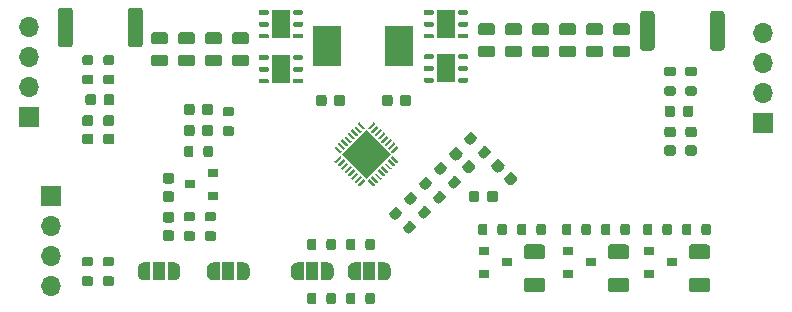
<source format=gbr>
%TF.GenerationSoftware,KiCad,Pcbnew,5.1.5+dfsg1-2build2*%
%TF.CreationDate,2021-12-28T20:55:31+01:00*%
%TF.ProjectId,Exousia,45786f75-7369-4612-9e6b-696361645f70,rev?*%
%TF.SameCoordinates,Original*%
%TF.FileFunction,Soldermask,Top*%
%TF.FilePolarity,Negative*%
%FSLAX46Y46*%
G04 Gerber Fmt 4.6, Leading zero omitted, Abs format (unit mm)*
G04 Created by KiCad (PCBNEW 5.1.5+dfsg1-2build2) date 2021-12-28 20:55:31*
%MOMM*%
%LPD*%
G04 APERTURE LIST*
%ADD10C,0.100000*%
%ADD11R,2.350000X3.500000*%
%ADD12R,1.000000X1.500000*%
%ADD13O,1.700000X1.700000*%
%ADD14R,1.700000X1.700000*%
%ADD15R,1.500000X2.400000*%
%ADD16R,0.900000X0.800000*%
G04 APERTURE END LIST*
D10*
%TO.C,R24*%
G36*
X184190704Y-143817404D02*
G01*
X184214973Y-143821004D01*
X184238771Y-143826965D01*
X184261871Y-143835230D01*
X184284049Y-143845720D01*
X184305093Y-143858333D01*
X184324798Y-143872947D01*
X184342977Y-143889423D01*
X184359453Y-143907602D01*
X184374067Y-143927307D01*
X184386680Y-143948351D01*
X184397170Y-143970529D01*
X184405435Y-143993629D01*
X184411396Y-144017427D01*
X184414996Y-144041696D01*
X184416200Y-144066200D01*
X184416200Y-146916200D01*
X184414996Y-146940704D01*
X184411396Y-146964973D01*
X184405435Y-146988771D01*
X184397170Y-147011871D01*
X184386680Y-147034049D01*
X184374067Y-147055093D01*
X184359453Y-147074798D01*
X184342977Y-147092977D01*
X184324798Y-147109453D01*
X184305093Y-147124067D01*
X184284049Y-147136680D01*
X184261871Y-147147170D01*
X184238771Y-147155435D01*
X184214973Y-147161396D01*
X184190704Y-147164996D01*
X184166200Y-147166200D01*
X183441200Y-147166200D01*
X183416696Y-147164996D01*
X183392427Y-147161396D01*
X183368629Y-147155435D01*
X183345529Y-147147170D01*
X183323351Y-147136680D01*
X183302307Y-147124067D01*
X183282602Y-147109453D01*
X183264423Y-147092977D01*
X183247947Y-147074798D01*
X183233333Y-147055093D01*
X183220720Y-147034049D01*
X183210230Y-147011871D01*
X183201965Y-146988771D01*
X183196004Y-146964973D01*
X183192404Y-146940704D01*
X183191200Y-146916200D01*
X183191200Y-144066200D01*
X183192404Y-144041696D01*
X183196004Y-144017427D01*
X183201965Y-143993629D01*
X183210230Y-143970529D01*
X183220720Y-143948351D01*
X183233333Y-143927307D01*
X183247947Y-143907602D01*
X183264423Y-143889423D01*
X183282602Y-143872947D01*
X183302307Y-143858333D01*
X183323351Y-143845720D01*
X183345529Y-143835230D01*
X183368629Y-143826965D01*
X183392427Y-143821004D01*
X183416696Y-143817404D01*
X183441200Y-143816200D01*
X184166200Y-143816200D01*
X184190704Y-143817404D01*
G37*
G36*
X190115704Y-143817404D02*
G01*
X190139973Y-143821004D01*
X190163771Y-143826965D01*
X190186871Y-143835230D01*
X190209049Y-143845720D01*
X190230093Y-143858333D01*
X190249798Y-143872947D01*
X190267977Y-143889423D01*
X190284453Y-143907602D01*
X190299067Y-143927307D01*
X190311680Y-143948351D01*
X190322170Y-143970529D01*
X190330435Y-143993629D01*
X190336396Y-144017427D01*
X190339996Y-144041696D01*
X190341200Y-144066200D01*
X190341200Y-146916200D01*
X190339996Y-146940704D01*
X190336396Y-146964973D01*
X190330435Y-146988771D01*
X190322170Y-147011871D01*
X190311680Y-147034049D01*
X190299067Y-147055093D01*
X190284453Y-147074798D01*
X190267977Y-147092977D01*
X190249798Y-147109453D01*
X190230093Y-147124067D01*
X190209049Y-147136680D01*
X190186871Y-147147170D01*
X190163771Y-147155435D01*
X190139973Y-147161396D01*
X190115704Y-147164996D01*
X190091200Y-147166200D01*
X189366200Y-147166200D01*
X189341696Y-147164996D01*
X189317427Y-147161396D01*
X189293629Y-147155435D01*
X189270529Y-147147170D01*
X189248351Y-147136680D01*
X189227307Y-147124067D01*
X189207602Y-147109453D01*
X189189423Y-147092977D01*
X189172947Y-147074798D01*
X189158333Y-147055093D01*
X189145720Y-147034049D01*
X189135230Y-147011871D01*
X189126965Y-146988771D01*
X189121004Y-146964973D01*
X189117404Y-146940704D01*
X189116200Y-146916200D01*
X189116200Y-144066200D01*
X189117404Y-144041696D01*
X189121004Y-144017427D01*
X189126965Y-143993629D01*
X189135230Y-143970529D01*
X189145720Y-143948351D01*
X189158333Y-143927307D01*
X189172947Y-143907602D01*
X189189423Y-143889423D01*
X189207602Y-143872947D01*
X189227307Y-143858333D01*
X189248351Y-143845720D01*
X189270529Y-143835230D01*
X189293629Y-143826965D01*
X189317427Y-143821004D01*
X189341696Y-143817404D01*
X189366200Y-143816200D01*
X190091200Y-143816200D01*
X190115704Y-143817404D01*
G37*
%TD*%
%TO.C,R2*%
G36*
X134927404Y-143525304D02*
G01*
X134951673Y-143528904D01*
X134975471Y-143534865D01*
X134998571Y-143543130D01*
X135020749Y-143553620D01*
X135041793Y-143566233D01*
X135061498Y-143580847D01*
X135079677Y-143597323D01*
X135096153Y-143615502D01*
X135110767Y-143635207D01*
X135123380Y-143656251D01*
X135133870Y-143678429D01*
X135142135Y-143701529D01*
X135148096Y-143725327D01*
X135151696Y-143749596D01*
X135152900Y-143774100D01*
X135152900Y-146624100D01*
X135151696Y-146648604D01*
X135148096Y-146672873D01*
X135142135Y-146696671D01*
X135133870Y-146719771D01*
X135123380Y-146741949D01*
X135110767Y-146762993D01*
X135096153Y-146782698D01*
X135079677Y-146800877D01*
X135061498Y-146817353D01*
X135041793Y-146831967D01*
X135020749Y-146844580D01*
X134998571Y-146855070D01*
X134975471Y-146863335D01*
X134951673Y-146869296D01*
X134927404Y-146872896D01*
X134902900Y-146874100D01*
X134177900Y-146874100D01*
X134153396Y-146872896D01*
X134129127Y-146869296D01*
X134105329Y-146863335D01*
X134082229Y-146855070D01*
X134060051Y-146844580D01*
X134039007Y-146831967D01*
X134019302Y-146817353D01*
X134001123Y-146800877D01*
X133984647Y-146782698D01*
X133970033Y-146762993D01*
X133957420Y-146741949D01*
X133946930Y-146719771D01*
X133938665Y-146696671D01*
X133932704Y-146672873D01*
X133929104Y-146648604D01*
X133927900Y-146624100D01*
X133927900Y-143774100D01*
X133929104Y-143749596D01*
X133932704Y-143725327D01*
X133938665Y-143701529D01*
X133946930Y-143678429D01*
X133957420Y-143656251D01*
X133970033Y-143635207D01*
X133984647Y-143615502D01*
X134001123Y-143597323D01*
X134019302Y-143580847D01*
X134039007Y-143566233D01*
X134060051Y-143553620D01*
X134082229Y-143543130D01*
X134105329Y-143534865D01*
X134129127Y-143528904D01*
X134153396Y-143525304D01*
X134177900Y-143524100D01*
X134902900Y-143524100D01*
X134927404Y-143525304D01*
G37*
G36*
X140852404Y-143525304D02*
G01*
X140876673Y-143528904D01*
X140900471Y-143534865D01*
X140923571Y-143543130D01*
X140945749Y-143553620D01*
X140966793Y-143566233D01*
X140986498Y-143580847D01*
X141004677Y-143597323D01*
X141021153Y-143615502D01*
X141035767Y-143635207D01*
X141048380Y-143656251D01*
X141058870Y-143678429D01*
X141067135Y-143701529D01*
X141073096Y-143725327D01*
X141076696Y-143749596D01*
X141077900Y-143774100D01*
X141077900Y-146624100D01*
X141076696Y-146648604D01*
X141073096Y-146672873D01*
X141067135Y-146696671D01*
X141058870Y-146719771D01*
X141048380Y-146741949D01*
X141035767Y-146762993D01*
X141021153Y-146782698D01*
X141004677Y-146800877D01*
X140986498Y-146817353D01*
X140966793Y-146831967D01*
X140945749Y-146844580D01*
X140923571Y-146855070D01*
X140900471Y-146863335D01*
X140876673Y-146869296D01*
X140852404Y-146872896D01*
X140827900Y-146874100D01*
X140102900Y-146874100D01*
X140078396Y-146872896D01*
X140054127Y-146869296D01*
X140030329Y-146863335D01*
X140007229Y-146855070D01*
X139985051Y-146844580D01*
X139964007Y-146831967D01*
X139944302Y-146817353D01*
X139926123Y-146800877D01*
X139909647Y-146782698D01*
X139895033Y-146762993D01*
X139882420Y-146741949D01*
X139871930Y-146719771D01*
X139863665Y-146696671D01*
X139857704Y-146672873D01*
X139854104Y-146648604D01*
X139852900Y-146624100D01*
X139852900Y-143774100D01*
X139854104Y-143749596D01*
X139857704Y-143725327D01*
X139863665Y-143701529D01*
X139871930Y-143678429D01*
X139882420Y-143656251D01*
X139895033Y-143635207D01*
X139909647Y-143615502D01*
X139926123Y-143597323D01*
X139944302Y-143580847D01*
X139964007Y-143566233D01*
X139985051Y-143553620D01*
X140007229Y-143543130D01*
X140030329Y-143534865D01*
X140054127Y-143528904D01*
X140078396Y-143525304D01*
X140102900Y-143524100D01*
X140827900Y-143524100D01*
X140852404Y-143525304D01*
G37*
%TD*%
D11*
%TO.C,L1*%
X162768000Y-146812000D03*
X156718000Y-146812000D03*
%TD*%
D10*
%TO.C,U3*%
G36*
X160020000Y-153905390D02*
G01*
X162070610Y-155956000D01*
X160020000Y-158006610D01*
X157969390Y-155956000D01*
X160020000Y-153905390D01*
G37*
G36*
X162252287Y-156083018D02*
G01*
X162257141Y-156083738D01*
X162261900Y-156084930D01*
X162266520Y-156086583D01*
X162270956Y-156088681D01*
X162275165Y-156091204D01*
X162279106Y-156094126D01*
X162282741Y-156097422D01*
X162707005Y-156521686D01*
X162710301Y-156525321D01*
X162713223Y-156529262D01*
X162715746Y-156533471D01*
X162717844Y-156537907D01*
X162719497Y-156542527D01*
X162720689Y-156547286D01*
X162721409Y-156552140D01*
X162721650Y-156557041D01*
X162721409Y-156561942D01*
X162720689Y-156566796D01*
X162719497Y-156571555D01*
X162717844Y-156576175D01*
X162715746Y-156580611D01*
X162713223Y-156584820D01*
X162710301Y-156588761D01*
X162707005Y-156592396D01*
X162636295Y-156663106D01*
X162632660Y-156666402D01*
X162628719Y-156669324D01*
X162624510Y-156671847D01*
X162620074Y-156673945D01*
X162615454Y-156675598D01*
X162610695Y-156676790D01*
X162605841Y-156677510D01*
X162600940Y-156677751D01*
X162596039Y-156677510D01*
X162591185Y-156676790D01*
X162586426Y-156675598D01*
X162581806Y-156673945D01*
X162577370Y-156671847D01*
X162573161Y-156669324D01*
X162569220Y-156666402D01*
X162565585Y-156663106D01*
X162141321Y-156238842D01*
X162138025Y-156235207D01*
X162135103Y-156231266D01*
X162132580Y-156227057D01*
X162130482Y-156222621D01*
X162128829Y-156218001D01*
X162127637Y-156213242D01*
X162126917Y-156208388D01*
X162126676Y-156203487D01*
X162126917Y-156198586D01*
X162127637Y-156193732D01*
X162128829Y-156188973D01*
X162130482Y-156184353D01*
X162132580Y-156179917D01*
X162135103Y-156175708D01*
X162138025Y-156171767D01*
X162141321Y-156168132D01*
X162212031Y-156097422D01*
X162215666Y-156094126D01*
X162219607Y-156091204D01*
X162223816Y-156088681D01*
X162228252Y-156086583D01*
X162232872Y-156084930D01*
X162237631Y-156083738D01*
X162242485Y-156083018D01*
X162247386Y-156082777D01*
X162252287Y-156083018D01*
G37*
G36*
X161969444Y-156365861D02*
G01*
X161974298Y-156366581D01*
X161979057Y-156367773D01*
X161983677Y-156369426D01*
X161988113Y-156371524D01*
X161992322Y-156374047D01*
X161996263Y-156376969D01*
X161999898Y-156380265D01*
X162424162Y-156804529D01*
X162427458Y-156808164D01*
X162430380Y-156812105D01*
X162432903Y-156816314D01*
X162435001Y-156820750D01*
X162436654Y-156825370D01*
X162437846Y-156830129D01*
X162438566Y-156834983D01*
X162438807Y-156839884D01*
X162438566Y-156844785D01*
X162437846Y-156849639D01*
X162436654Y-156854398D01*
X162435001Y-156859018D01*
X162432903Y-156863454D01*
X162430380Y-156867663D01*
X162427458Y-156871604D01*
X162424162Y-156875239D01*
X162353452Y-156945949D01*
X162349817Y-156949245D01*
X162345876Y-156952167D01*
X162341667Y-156954690D01*
X162337231Y-156956788D01*
X162332611Y-156958441D01*
X162327852Y-156959633D01*
X162322998Y-156960353D01*
X162318097Y-156960594D01*
X162313196Y-156960353D01*
X162308342Y-156959633D01*
X162303583Y-156958441D01*
X162298963Y-156956788D01*
X162294527Y-156954690D01*
X162290318Y-156952167D01*
X162286377Y-156949245D01*
X162282742Y-156945949D01*
X161858478Y-156521685D01*
X161855182Y-156518050D01*
X161852260Y-156514109D01*
X161849737Y-156509900D01*
X161847639Y-156505464D01*
X161845986Y-156500844D01*
X161844794Y-156496085D01*
X161844074Y-156491231D01*
X161843833Y-156486330D01*
X161844074Y-156481429D01*
X161844794Y-156476575D01*
X161845986Y-156471816D01*
X161847639Y-156467196D01*
X161849737Y-156462760D01*
X161852260Y-156458551D01*
X161855182Y-156454610D01*
X161858478Y-156450975D01*
X161929188Y-156380265D01*
X161932823Y-156376969D01*
X161936764Y-156374047D01*
X161940973Y-156371524D01*
X161945409Y-156369426D01*
X161950029Y-156367773D01*
X161954788Y-156366581D01*
X161959642Y-156365861D01*
X161964543Y-156365620D01*
X161969444Y-156365861D01*
G37*
G36*
X161686602Y-156648703D02*
G01*
X161691456Y-156649423D01*
X161696215Y-156650615D01*
X161700835Y-156652268D01*
X161705271Y-156654366D01*
X161709480Y-156656889D01*
X161713421Y-156659811D01*
X161717056Y-156663107D01*
X162141320Y-157087371D01*
X162144616Y-157091006D01*
X162147538Y-157094947D01*
X162150061Y-157099156D01*
X162152159Y-157103592D01*
X162153812Y-157108212D01*
X162155004Y-157112971D01*
X162155724Y-157117825D01*
X162155965Y-157122726D01*
X162155724Y-157127627D01*
X162155004Y-157132481D01*
X162153812Y-157137240D01*
X162152159Y-157141860D01*
X162150061Y-157146296D01*
X162147538Y-157150505D01*
X162144616Y-157154446D01*
X162141320Y-157158081D01*
X162070610Y-157228791D01*
X162066975Y-157232087D01*
X162063034Y-157235009D01*
X162058825Y-157237532D01*
X162054389Y-157239630D01*
X162049769Y-157241283D01*
X162045010Y-157242475D01*
X162040156Y-157243195D01*
X162035255Y-157243436D01*
X162030354Y-157243195D01*
X162025500Y-157242475D01*
X162020741Y-157241283D01*
X162016121Y-157239630D01*
X162011685Y-157237532D01*
X162007476Y-157235009D01*
X162003535Y-157232087D01*
X161999900Y-157228791D01*
X161575636Y-156804527D01*
X161572340Y-156800892D01*
X161569418Y-156796951D01*
X161566895Y-156792742D01*
X161564797Y-156788306D01*
X161563144Y-156783686D01*
X161561952Y-156778927D01*
X161561232Y-156774073D01*
X161560991Y-156769172D01*
X161561232Y-156764271D01*
X161561952Y-156759417D01*
X161563144Y-156754658D01*
X161564797Y-156750038D01*
X161566895Y-156745602D01*
X161569418Y-156741393D01*
X161572340Y-156737452D01*
X161575636Y-156733817D01*
X161646346Y-156663107D01*
X161649981Y-156659811D01*
X161653922Y-156656889D01*
X161658131Y-156654366D01*
X161662567Y-156652268D01*
X161667187Y-156650615D01*
X161671946Y-156649423D01*
X161676800Y-156648703D01*
X161681701Y-156648462D01*
X161686602Y-156648703D01*
G37*
G36*
X161403759Y-156931546D02*
G01*
X161408613Y-156932266D01*
X161413372Y-156933458D01*
X161417992Y-156935111D01*
X161422428Y-156937209D01*
X161426637Y-156939732D01*
X161430578Y-156942654D01*
X161434213Y-156945950D01*
X161858477Y-157370214D01*
X161861773Y-157373849D01*
X161864695Y-157377790D01*
X161867218Y-157381999D01*
X161869316Y-157386435D01*
X161870969Y-157391055D01*
X161872161Y-157395814D01*
X161872881Y-157400668D01*
X161873122Y-157405569D01*
X161872881Y-157410470D01*
X161872161Y-157415324D01*
X161870969Y-157420083D01*
X161869316Y-157424703D01*
X161867218Y-157429139D01*
X161864695Y-157433348D01*
X161861773Y-157437289D01*
X161858477Y-157440924D01*
X161787767Y-157511634D01*
X161784132Y-157514930D01*
X161780191Y-157517852D01*
X161775982Y-157520375D01*
X161771546Y-157522473D01*
X161766926Y-157524126D01*
X161762167Y-157525318D01*
X161757313Y-157526038D01*
X161752412Y-157526279D01*
X161747511Y-157526038D01*
X161742657Y-157525318D01*
X161737898Y-157524126D01*
X161733278Y-157522473D01*
X161728842Y-157520375D01*
X161724633Y-157517852D01*
X161720692Y-157514930D01*
X161717057Y-157511634D01*
X161292793Y-157087370D01*
X161289497Y-157083735D01*
X161286575Y-157079794D01*
X161284052Y-157075585D01*
X161281954Y-157071149D01*
X161280301Y-157066529D01*
X161279109Y-157061770D01*
X161278389Y-157056916D01*
X161278148Y-157052015D01*
X161278389Y-157047114D01*
X161279109Y-157042260D01*
X161280301Y-157037501D01*
X161281954Y-157032881D01*
X161284052Y-157028445D01*
X161286575Y-157024236D01*
X161289497Y-157020295D01*
X161292793Y-157016660D01*
X161363503Y-156945950D01*
X161367138Y-156942654D01*
X161371079Y-156939732D01*
X161375288Y-156937209D01*
X161379724Y-156935111D01*
X161384344Y-156933458D01*
X161389103Y-156932266D01*
X161393957Y-156931546D01*
X161398858Y-156931305D01*
X161403759Y-156931546D01*
G37*
G36*
X161120916Y-157214389D02*
G01*
X161125770Y-157215109D01*
X161130529Y-157216301D01*
X161135149Y-157217954D01*
X161139585Y-157220052D01*
X161143794Y-157222575D01*
X161147735Y-157225497D01*
X161151370Y-157228793D01*
X161575634Y-157653057D01*
X161578930Y-157656692D01*
X161581852Y-157660633D01*
X161584375Y-157664842D01*
X161586473Y-157669278D01*
X161588126Y-157673898D01*
X161589318Y-157678657D01*
X161590038Y-157683511D01*
X161590279Y-157688412D01*
X161590038Y-157693313D01*
X161589318Y-157698167D01*
X161588126Y-157702926D01*
X161586473Y-157707546D01*
X161584375Y-157711982D01*
X161581852Y-157716191D01*
X161578930Y-157720132D01*
X161575634Y-157723767D01*
X161504924Y-157794477D01*
X161501289Y-157797773D01*
X161497348Y-157800695D01*
X161493139Y-157803218D01*
X161488703Y-157805316D01*
X161484083Y-157806969D01*
X161479324Y-157808161D01*
X161474470Y-157808881D01*
X161469569Y-157809122D01*
X161464668Y-157808881D01*
X161459814Y-157808161D01*
X161455055Y-157806969D01*
X161450435Y-157805316D01*
X161445999Y-157803218D01*
X161441790Y-157800695D01*
X161437849Y-157797773D01*
X161434214Y-157794477D01*
X161009950Y-157370213D01*
X161006654Y-157366578D01*
X161003732Y-157362637D01*
X161001209Y-157358428D01*
X160999111Y-157353992D01*
X160997458Y-157349372D01*
X160996266Y-157344613D01*
X160995546Y-157339759D01*
X160995305Y-157334858D01*
X160995546Y-157329957D01*
X160996266Y-157325103D01*
X160997458Y-157320344D01*
X160999111Y-157315724D01*
X161001209Y-157311288D01*
X161003732Y-157307079D01*
X161006654Y-157303138D01*
X161009950Y-157299503D01*
X161080660Y-157228793D01*
X161084295Y-157225497D01*
X161088236Y-157222575D01*
X161092445Y-157220052D01*
X161096881Y-157217954D01*
X161101501Y-157216301D01*
X161106260Y-157215109D01*
X161111114Y-157214389D01*
X161116015Y-157214148D01*
X161120916Y-157214389D01*
G37*
G36*
X160838073Y-157497232D02*
G01*
X160842927Y-157497952D01*
X160847686Y-157499144D01*
X160852306Y-157500797D01*
X160856742Y-157502895D01*
X160860951Y-157505418D01*
X160864892Y-157508340D01*
X160868527Y-157511636D01*
X161292791Y-157935900D01*
X161296087Y-157939535D01*
X161299009Y-157943476D01*
X161301532Y-157947685D01*
X161303630Y-157952121D01*
X161305283Y-157956741D01*
X161306475Y-157961500D01*
X161307195Y-157966354D01*
X161307436Y-157971255D01*
X161307195Y-157976156D01*
X161306475Y-157981010D01*
X161305283Y-157985769D01*
X161303630Y-157990389D01*
X161301532Y-157994825D01*
X161299009Y-157999034D01*
X161296087Y-158002975D01*
X161292791Y-158006610D01*
X161222081Y-158077320D01*
X161218446Y-158080616D01*
X161214505Y-158083538D01*
X161210296Y-158086061D01*
X161205860Y-158088159D01*
X161201240Y-158089812D01*
X161196481Y-158091004D01*
X161191627Y-158091724D01*
X161186726Y-158091965D01*
X161181825Y-158091724D01*
X161176971Y-158091004D01*
X161172212Y-158089812D01*
X161167592Y-158088159D01*
X161163156Y-158086061D01*
X161158947Y-158083538D01*
X161155006Y-158080616D01*
X161151371Y-158077320D01*
X160727107Y-157653056D01*
X160723811Y-157649421D01*
X160720889Y-157645480D01*
X160718366Y-157641271D01*
X160716268Y-157636835D01*
X160714615Y-157632215D01*
X160713423Y-157627456D01*
X160712703Y-157622602D01*
X160712462Y-157617701D01*
X160712703Y-157612800D01*
X160713423Y-157607946D01*
X160714615Y-157603187D01*
X160716268Y-157598567D01*
X160718366Y-157594131D01*
X160720889Y-157589922D01*
X160723811Y-157585981D01*
X160727107Y-157582346D01*
X160797817Y-157511636D01*
X160801452Y-157508340D01*
X160805393Y-157505418D01*
X160809602Y-157502895D01*
X160814038Y-157500797D01*
X160818658Y-157499144D01*
X160823417Y-157497952D01*
X160828271Y-157497232D01*
X160833172Y-157496991D01*
X160838073Y-157497232D01*
G37*
G36*
X160555231Y-157780074D02*
G01*
X160560085Y-157780794D01*
X160564844Y-157781986D01*
X160569464Y-157783639D01*
X160573900Y-157785737D01*
X160578109Y-157788260D01*
X160582050Y-157791182D01*
X160585685Y-157794478D01*
X161009949Y-158218742D01*
X161013245Y-158222377D01*
X161016167Y-158226318D01*
X161018690Y-158230527D01*
X161020788Y-158234963D01*
X161022441Y-158239583D01*
X161023633Y-158244342D01*
X161024353Y-158249196D01*
X161024594Y-158254097D01*
X161024353Y-158258998D01*
X161023633Y-158263852D01*
X161022441Y-158268611D01*
X161020788Y-158273231D01*
X161018690Y-158277667D01*
X161016167Y-158281876D01*
X161013245Y-158285817D01*
X161009949Y-158289452D01*
X160939239Y-158360162D01*
X160935604Y-158363458D01*
X160931663Y-158366380D01*
X160927454Y-158368903D01*
X160923018Y-158371001D01*
X160918398Y-158372654D01*
X160913639Y-158373846D01*
X160908785Y-158374566D01*
X160903884Y-158374807D01*
X160898983Y-158374566D01*
X160894129Y-158373846D01*
X160889370Y-158372654D01*
X160884750Y-158371001D01*
X160880314Y-158368903D01*
X160876105Y-158366380D01*
X160872164Y-158363458D01*
X160868529Y-158360162D01*
X160444265Y-157935898D01*
X160440969Y-157932263D01*
X160438047Y-157928322D01*
X160435524Y-157924113D01*
X160433426Y-157919677D01*
X160431773Y-157915057D01*
X160430581Y-157910298D01*
X160429861Y-157905444D01*
X160429620Y-157900543D01*
X160429861Y-157895642D01*
X160430581Y-157890788D01*
X160431773Y-157886029D01*
X160433426Y-157881409D01*
X160435524Y-157876973D01*
X160438047Y-157872764D01*
X160440969Y-157868823D01*
X160444265Y-157865188D01*
X160514975Y-157794478D01*
X160518610Y-157791182D01*
X160522551Y-157788260D01*
X160526760Y-157785737D01*
X160531196Y-157783639D01*
X160535816Y-157781986D01*
X160540575Y-157780794D01*
X160545429Y-157780074D01*
X160550330Y-157779833D01*
X160555231Y-157780074D01*
G37*
G36*
X160272388Y-158062917D02*
G01*
X160277242Y-158063637D01*
X160282001Y-158064829D01*
X160286621Y-158066482D01*
X160291057Y-158068580D01*
X160295266Y-158071103D01*
X160299207Y-158074025D01*
X160302842Y-158077321D01*
X160727106Y-158501585D01*
X160730402Y-158505220D01*
X160733324Y-158509161D01*
X160735847Y-158513370D01*
X160737945Y-158517806D01*
X160739598Y-158522426D01*
X160740790Y-158527185D01*
X160741510Y-158532039D01*
X160741751Y-158536940D01*
X160741510Y-158541841D01*
X160740790Y-158546695D01*
X160739598Y-158551454D01*
X160737945Y-158556074D01*
X160735847Y-158560510D01*
X160733324Y-158564719D01*
X160730402Y-158568660D01*
X160727106Y-158572295D01*
X160656396Y-158643005D01*
X160652761Y-158646301D01*
X160648820Y-158649223D01*
X160644611Y-158651746D01*
X160640175Y-158653844D01*
X160635555Y-158655497D01*
X160630796Y-158656689D01*
X160625942Y-158657409D01*
X160621041Y-158657650D01*
X160616140Y-158657409D01*
X160611286Y-158656689D01*
X160606527Y-158655497D01*
X160601907Y-158653844D01*
X160597471Y-158651746D01*
X160593262Y-158649223D01*
X160589321Y-158646301D01*
X160585686Y-158643005D01*
X160161422Y-158218741D01*
X160158126Y-158215106D01*
X160155204Y-158211165D01*
X160152681Y-158206956D01*
X160150583Y-158202520D01*
X160148930Y-158197900D01*
X160147738Y-158193141D01*
X160147018Y-158188287D01*
X160146777Y-158183386D01*
X160147018Y-158178485D01*
X160147738Y-158173631D01*
X160148930Y-158168872D01*
X160150583Y-158164252D01*
X160152681Y-158159816D01*
X160155204Y-158155607D01*
X160158126Y-158151666D01*
X160161422Y-158148031D01*
X160232132Y-158077321D01*
X160235767Y-158074025D01*
X160239708Y-158071103D01*
X160243917Y-158068580D01*
X160248353Y-158066482D01*
X160252973Y-158064829D01*
X160257732Y-158063637D01*
X160262586Y-158062917D01*
X160267487Y-158062676D01*
X160272388Y-158062917D01*
G37*
G36*
X159777414Y-158062917D02*
G01*
X159782268Y-158063637D01*
X159787027Y-158064829D01*
X159791647Y-158066482D01*
X159796083Y-158068580D01*
X159800292Y-158071103D01*
X159804233Y-158074025D01*
X159807868Y-158077321D01*
X159878578Y-158148031D01*
X159881874Y-158151666D01*
X159884796Y-158155607D01*
X159887319Y-158159816D01*
X159889417Y-158164252D01*
X159891070Y-158168872D01*
X159892262Y-158173631D01*
X159892982Y-158178485D01*
X159893223Y-158183386D01*
X159892982Y-158188287D01*
X159892262Y-158193141D01*
X159891070Y-158197900D01*
X159889417Y-158202520D01*
X159887319Y-158206956D01*
X159884796Y-158211165D01*
X159881874Y-158215106D01*
X159878578Y-158218741D01*
X159454314Y-158643005D01*
X159450679Y-158646301D01*
X159446738Y-158649223D01*
X159442529Y-158651746D01*
X159438093Y-158653844D01*
X159433473Y-158655497D01*
X159428714Y-158656689D01*
X159423860Y-158657409D01*
X159418959Y-158657650D01*
X159414058Y-158657409D01*
X159409204Y-158656689D01*
X159404445Y-158655497D01*
X159399825Y-158653844D01*
X159395389Y-158651746D01*
X159391180Y-158649223D01*
X159387239Y-158646301D01*
X159383604Y-158643005D01*
X159312894Y-158572295D01*
X159309598Y-158568660D01*
X159306676Y-158564719D01*
X159304153Y-158560510D01*
X159302055Y-158556074D01*
X159300402Y-158551454D01*
X159299210Y-158546695D01*
X159298490Y-158541841D01*
X159298249Y-158536940D01*
X159298490Y-158532039D01*
X159299210Y-158527185D01*
X159300402Y-158522426D01*
X159302055Y-158517806D01*
X159304153Y-158513370D01*
X159306676Y-158509161D01*
X159309598Y-158505220D01*
X159312894Y-158501585D01*
X159737158Y-158077321D01*
X159740793Y-158074025D01*
X159744734Y-158071103D01*
X159748943Y-158068580D01*
X159753379Y-158066482D01*
X159757999Y-158064829D01*
X159762758Y-158063637D01*
X159767612Y-158062917D01*
X159772513Y-158062676D01*
X159777414Y-158062917D01*
G37*
G36*
X159494571Y-157780074D02*
G01*
X159499425Y-157780794D01*
X159504184Y-157781986D01*
X159508804Y-157783639D01*
X159513240Y-157785737D01*
X159517449Y-157788260D01*
X159521390Y-157791182D01*
X159525025Y-157794478D01*
X159595735Y-157865188D01*
X159599031Y-157868823D01*
X159601953Y-157872764D01*
X159604476Y-157876973D01*
X159606574Y-157881409D01*
X159608227Y-157886029D01*
X159609419Y-157890788D01*
X159610139Y-157895642D01*
X159610380Y-157900543D01*
X159610139Y-157905444D01*
X159609419Y-157910298D01*
X159608227Y-157915057D01*
X159606574Y-157919677D01*
X159604476Y-157924113D01*
X159601953Y-157928322D01*
X159599031Y-157932263D01*
X159595735Y-157935898D01*
X159171471Y-158360162D01*
X159167836Y-158363458D01*
X159163895Y-158366380D01*
X159159686Y-158368903D01*
X159155250Y-158371001D01*
X159150630Y-158372654D01*
X159145871Y-158373846D01*
X159141017Y-158374566D01*
X159136116Y-158374807D01*
X159131215Y-158374566D01*
X159126361Y-158373846D01*
X159121602Y-158372654D01*
X159116982Y-158371001D01*
X159112546Y-158368903D01*
X159108337Y-158366380D01*
X159104396Y-158363458D01*
X159100761Y-158360162D01*
X159030051Y-158289452D01*
X159026755Y-158285817D01*
X159023833Y-158281876D01*
X159021310Y-158277667D01*
X159019212Y-158273231D01*
X159017559Y-158268611D01*
X159016367Y-158263852D01*
X159015647Y-158258998D01*
X159015406Y-158254097D01*
X159015647Y-158249196D01*
X159016367Y-158244342D01*
X159017559Y-158239583D01*
X159019212Y-158234963D01*
X159021310Y-158230527D01*
X159023833Y-158226318D01*
X159026755Y-158222377D01*
X159030051Y-158218742D01*
X159454315Y-157794478D01*
X159457950Y-157791182D01*
X159461891Y-157788260D01*
X159466100Y-157785737D01*
X159470536Y-157783639D01*
X159475156Y-157781986D01*
X159479915Y-157780794D01*
X159484769Y-157780074D01*
X159489670Y-157779833D01*
X159494571Y-157780074D01*
G37*
G36*
X159211729Y-157497232D02*
G01*
X159216583Y-157497952D01*
X159221342Y-157499144D01*
X159225962Y-157500797D01*
X159230398Y-157502895D01*
X159234607Y-157505418D01*
X159238548Y-157508340D01*
X159242183Y-157511636D01*
X159312893Y-157582346D01*
X159316189Y-157585981D01*
X159319111Y-157589922D01*
X159321634Y-157594131D01*
X159323732Y-157598567D01*
X159325385Y-157603187D01*
X159326577Y-157607946D01*
X159327297Y-157612800D01*
X159327538Y-157617701D01*
X159327297Y-157622602D01*
X159326577Y-157627456D01*
X159325385Y-157632215D01*
X159323732Y-157636835D01*
X159321634Y-157641271D01*
X159319111Y-157645480D01*
X159316189Y-157649421D01*
X159312893Y-157653056D01*
X158888629Y-158077320D01*
X158884994Y-158080616D01*
X158881053Y-158083538D01*
X158876844Y-158086061D01*
X158872408Y-158088159D01*
X158867788Y-158089812D01*
X158863029Y-158091004D01*
X158858175Y-158091724D01*
X158853274Y-158091965D01*
X158848373Y-158091724D01*
X158843519Y-158091004D01*
X158838760Y-158089812D01*
X158834140Y-158088159D01*
X158829704Y-158086061D01*
X158825495Y-158083538D01*
X158821554Y-158080616D01*
X158817919Y-158077320D01*
X158747209Y-158006610D01*
X158743913Y-158002975D01*
X158740991Y-157999034D01*
X158738468Y-157994825D01*
X158736370Y-157990389D01*
X158734717Y-157985769D01*
X158733525Y-157981010D01*
X158732805Y-157976156D01*
X158732564Y-157971255D01*
X158732805Y-157966354D01*
X158733525Y-157961500D01*
X158734717Y-157956741D01*
X158736370Y-157952121D01*
X158738468Y-157947685D01*
X158740991Y-157943476D01*
X158743913Y-157939535D01*
X158747209Y-157935900D01*
X159171473Y-157511636D01*
X159175108Y-157508340D01*
X159179049Y-157505418D01*
X159183258Y-157502895D01*
X159187694Y-157500797D01*
X159192314Y-157499144D01*
X159197073Y-157497952D01*
X159201927Y-157497232D01*
X159206828Y-157496991D01*
X159211729Y-157497232D01*
G37*
G36*
X158928886Y-157214389D02*
G01*
X158933740Y-157215109D01*
X158938499Y-157216301D01*
X158943119Y-157217954D01*
X158947555Y-157220052D01*
X158951764Y-157222575D01*
X158955705Y-157225497D01*
X158959340Y-157228793D01*
X159030050Y-157299503D01*
X159033346Y-157303138D01*
X159036268Y-157307079D01*
X159038791Y-157311288D01*
X159040889Y-157315724D01*
X159042542Y-157320344D01*
X159043734Y-157325103D01*
X159044454Y-157329957D01*
X159044695Y-157334858D01*
X159044454Y-157339759D01*
X159043734Y-157344613D01*
X159042542Y-157349372D01*
X159040889Y-157353992D01*
X159038791Y-157358428D01*
X159036268Y-157362637D01*
X159033346Y-157366578D01*
X159030050Y-157370213D01*
X158605786Y-157794477D01*
X158602151Y-157797773D01*
X158598210Y-157800695D01*
X158594001Y-157803218D01*
X158589565Y-157805316D01*
X158584945Y-157806969D01*
X158580186Y-157808161D01*
X158575332Y-157808881D01*
X158570431Y-157809122D01*
X158565530Y-157808881D01*
X158560676Y-157808161D01*
X158555917Y-157806969D01*
X158551297Y-157805316D01*
X158546861Y-157803218D01*
X158542652Y-157800695D01*
X158538711Y-157797773D01*
X158535076Y-157794477D01*
X158464366Y-157723767D01*
X158461070Y-157720132D01*
X158458148Y-157716191D01*
X158455625Y-157711982D01*
X158453527Y-157707546D01*
X158451874Y-157702926D01*
X158450682Y-157698167D01*
X158449962Y-157693313D01*
X158449721Y-157688412D01*
X158449962Y-157683511D01*
X158450682Y-157678657D01*
X158451874Y-157673898D01*
X158453527Y-157669278D01*
X158455625Y-157664842D01*
X158458148Y-157660633D01*
X158461070Y-157656692D01*
X158464366Y-157653057D01*
X158888630Y-157228793D01*
X158892265Y-157225497D01*
X158896206Y-157222575D01*
X158900415Y-157220052D01*
X158904851Y-157217954D01*
X158909471Y-157216301D01*
X158914230Y-157215109D01*
X158919084Y-157214389D01*
X158923985Y-157214148D01*
X158928886Y-157214389D01*
G37*
G36*
X158646043Y-156931546D02*
G01*
X158650897Y-156932266D01*
X158655656Y-156933458D01*
X158660276Y-156935111D01*
X158664712Y-156937209D01*
X158668921Y-156939732D01*
X158672862Y-156942654D01*
X158676497Y-156945950D01*
X158747207Y-157016660D01*
X158750503Y-157020295D01*
X158753425Y-157024236D01*
X158755948Y-157028445D01*
X158758046Y-157032881D01*
X158759699Y-157037501D01*
X158760891Y-157042260D01*
X158761611Y-157047114D01*
X158761852Y-157052015D01*
X158761611Y-157056916D01*
X158760891Y-157061770D01*
X158759699Y-157066529D01*
X158758046Y-157071149D01*
X158755948Y-157075585D01*
X158753425Y-157079794D01*
X158750503Y-157083735D01*
X158747207Y-157087370D01*
X158322943Y-157511634D01*
X158319308Y-157514930D01*
X158315367Y-157517852D01*
X158311158Y-157520375D01*
X158306722Y-157522473D01*
X158302102Y-157524126D01*
X158297343Y-157525318D01*
X158292489Y-157526038D01*
X158287588Y-157526279D01*
X158282687Y-157526038D01*
X158277833Y-157525318D01*
X158273074Y-157524126D01*
X158268454Y-157522473D01*
X158264018Y-157520375D01*
X158259809Y-157517852D01*
X158255868Y-157514930D01*
X158252233Y-157511634D01*
X158181523Y-157440924D01*
X158178227Y-157437289D01*
X158175305Y-157433348D01*
X158172782Y-157429139D01*
X158170684Y-157424703D01*
X158169031Y-157420083D01*
X158167839Y-157415324D01*
X158167119Y-157410470D01*
X158166878Y-157405569D01*
X158167119Y-157400668D01*
X158167839Y-157395814D01*
X158169031Y-157391055D01*
X158170684Y-157386435D01*
X158172782Y-157381999D01*
X158175305Y-157377790D01*
X158178227Y-157373849D01*
X158181523Y-157370214D01*
X158605787Y-156945950D01*
X158609422Y-156942654D01*
X158613363Y-156939732D01*
X158617572Y-156937209D01*
X158622008Y-156935111D01*
X158626628Y-156933458D01*
X158631387Y-156932266D01*
X158636241Y-156931546D01*
X158641142Y-156931305D01*
X158646043Y-156931546D01*
G37*
G36*
X158363200Y-156648703D02*
G01*
X158368054Y-156649423D01*
X158372813Y-156650615D01*
X158377433Y-156652268D01*
X158381869Y-156654366D01*
X158386078Y-156656889D01*
X158390019Y-156659811D01*
X158393654Y-156663107D01*
X158464364Y-156733817D01*
X158467660Y-156737452D01*
X158470582Y-156741393D01*
X158473105Y-156745602D01*
X158475203Y-156750038D01*
X158476856Y-156754658D01*
X158478048Y-156759417D01*
X158478768Y-156764271D01*
X158479009Y-156769172D01*
X158478768Y-156774073D01*
X158478048Y-156778927D01*
X158476856Y-156783686D01*
X158475203Y-156788306D01*
X158473105Y-156792742D01*
X158470582Y-156796951D01*
X158467660Y-156800892D01*
X158464364Y-156804527D01*
X158040100Y-157228791D01*
X158036465Y-157232087D01*
X158032524Y-157235009D01*
X158028315Y-157237532D01*
X158023879Y-157239630D01*
X158019259Y-157241283D01*
X158014500Y-157242475D01*
X158009646Y-157243195D01*
X158004745Y-157243436D01*
X157999844Y-157243195D01*
X157994990Y-157242475D01*
X157990231Y-157241283D01*
X157985611Y-157239630D01*
X157981175Y-157237532D01*
X157976966Y-157235009D01*
X157973025Y-157232087D01*
X157969390Y-157228791D01*
X157898680Y-157158081D01*
X157895384Y-157154446D01*
X157892462Y-157150505D01*
X157889939Y-157146296D01*
X157887841Y-157141860D01*
X157886188Y-157137240D01*
X157884996Y-157132481D01*
X157884276Y-157127627D01*
X157884035Y-157122726D01*
X157884276Y-157117825D01*
X157884996Y-157112971D01*
X157886188Y-157108212D01*
X157887841Y-157103592D01*
X157889939Y-157099156D01*
X157892462Y-157094947D01*
X157895384Y-157091006D01*
X157898680Y-157087371D01*
X158322944Y-156663107D01*
X158326579Y-156659811D01*
X158330520Y-156656889D01*
X158334729Y-156654366D01*
X158339165Y-156652268D01*
X158343785Y-156650615D01*
X158348544Y-156649423D01*
X158353398Y-156648703D01*
X158358299Y-156648462D01*
X158363200Y-156648703D01*
G37*
G36*
X158080358Y-156365861D02*
G01*
X158085212Y-156366581D01*
X158089971Y-156367773D01*
X158094591Y-156369426D01*
X158099027Y-156371524D01*
X158103236Y-156374047D01*
X158107177Y-156376969D01*
X158110812Y-156380265D01*
X158181522Y-156450975D01*
X158184818Y-156454610D01*
X158187740Y-156458551D01*
X158190263Y-156462760D01*
X158192361Y-156467196D01*
X158194014Y-156471816D01*
X158195206Y-156476575D01*
X158195926Y-156481429D01*
X158196167Y-156486330D01*
X158195926Y-156491231D01*
X158195206Y-156496085D01*
X158194014Y-156500844D01*
X158192361Y-156505464D01*
X158190263Y-156509900D01*
X158187740Y-156514109D01*
X158184818Y-156518050D01*
X158181522Y-156521685D01*
X157757258Y-156945949D01*
X157753623Y-156949245D01*
X157749682Y-156952167D01*
X157745473Y-156954690D01*
X157741037Y-156956788D01*
X157736417Y-156958441D01*
X157731658Y-156959633D01*
X157726804Y-156960353D01*
X157721903Y-156960594D01*
X157717002Y-156960353D01*
X157712148Y-156959633D01*
X157707389Y-156958441D01*
X157702769Y-156956788D01*
X157698333Y-156954690D01*
X157694124Y-156952167D01*
X157690183Y-156949245D01*
X157686548Y-156945949D01*
X157615838Y-156875239D01*
X157612542Y-156871604D01*
X157609620Y-156867663D01*
X157607097Y-156863454D01*
X157604999Y-156859018D01*
X157603346Y-156854398D01*
X157602154Y-156849639D01*
X157601434Y-156844785D01*
X157601193Y-156839884D01*
X157601434Y-156834983D01*
X157602154Y-156830129D01*
X157603346Y-156825370D01*
X157604999Y-156820750D01*
X157607097Y-156816314D01*
X157609620Y-156812105D01*
X157612542Y-156808164D01*
X157615838Y-156804529D01*
X158040102Y-156380265D01*
X158043737Y-156376969D01*
X158047678Y-156374047D01*
X158051887Y-156371524D01*
X158056323Y-156369426D01*
X158060943Y-156367773D01*
X158065702Y-156366581D01*
X158070556Y-156365861D01*
X158075457Y-156365620D01*
X158080358Y-156365861D01*
G37*
G36*
X157797515Y-156083018D02*
G01*
X157802369Y-156083738D01*
X157807128Y-156084930D01*
X157811748Y-156086583D01*
X157816184Y-156088681D01*
X157820393Y-156091204D01*
X157824334Y-156094126D01*
X157827969Y-156097422D01*
X157898679Y-156168132D01*
X157901975Y-156171767D01*
X157904897Y-156175708D01*
X157907420Y-156179917D01*
X157909518Y-156184353D01*
X157911171Y-156188973D01*
X157912363Y-156193732D01*
X157913083Y-156198586D01*
X157913324Y-156203487D01*
X157913083Y-156208388D01*
X157912363Y-156213242D01*
X157911171Y-156218001D01*
X157909518Y-156222621D01*
X157907420Y-156227057D01*
X157904897Y-156231266D01*
X157901975Y-156235207D01*
X157898679Y-156238842D01*
X157474415Y-156663106D01*
X157470780Y-156666402D01*
X157466839Y-156669324D01*
X157462630Y-156671847D01*
X157458194Y-156673945D01*
X157453574Y-156675598D01*
X157448815Y-156676790D01*
X157443961Y-156677510D01*
X157439060Y-156677751D01*
X157434159Y-156677510D01*
X157429305Y-156676790D01*
X157424546Y-156675598D01*
X157419926Y-156673945D01*
X157415490Y-156671847D01*
X157411281Y-156669324D01*
X157407340Y-156666402D01*
X157403705Y-156663106D01*
X157332995Y-156592396D01*
X157329699Y-156588761D01*
X157326777Y-156584820D01*
X157324254Y-156580611D01*
X157322156Y-156576175D01*
X157320503Y-156571555D01*
X157319311Y-156566796D01*
X157318591Y-156561942D01*
X157318350Y-156557041D01*
X157318591Y-156552140D01*
X157319311Y-156547286D01*
X157320503Y-156542527D01*
X157322156Y-156537907D01*
X157324254Y-156533471D01*
X157326777Y-156529262D01*
X157329699Y-156525321D01*
X157332995Y-156521686D01*
X157757259Y-156097422D01*
X157760894Y-156094126D01*
X157764835Y-156091204D01*
X157769044Y-156088681D01*
X157773480Y-156086583D01*
X157778100Y-156084930D01*
X157782859Y-156083738D01*
X157787713Y-156083018D01*
X157792614Y-156082777D01*
X157797515Y-156083018D01*
G37*
G36*
X157443961Y-155234490D02*
G01*
X157448815Y-155235210D01*
X157453574Y-155236402D01*
X157458194Y-155238055D01*
X157462630Y-155240153D01*
X157466839Y-155242676D01*
X157470780Y-155245598D01*
X157474415Y-155248894D01*
X157898679Y-155673158D01*
X157901975Y-155676793D01*
X157904897Y-155680734D01*
X157907420Y-155684943D01*
X157909518Y-155689379D01*
X157911171Y-155693999D01*
X157912363Y-155698758D01*
X157913083Y-155703612D01*
X157913324Y-155708513D01*
X157913083Y-155713414D01*
X157912363Y-155718268D01*
X157911171Y-155723027D01*
X157909518Y-155727647D01*
X157907420Y-155732083D01*
X157904897Y-155736292D01*
X157901975Y-155740233D01*
X157898679Y-155743868D01*
X157827969Y-155814578D01*
X157824334Y-155817874D01*
X157820393Y-155820796D01*
X157816184Y-155823319D01*
X157811748Y-155825417D01*
X157807128Y-155827070D01*
X157802369Y-155828262D01*
X157797515Y-155828982D01*
X157792614Y-155829223D01*
X157787713Y-155828982D01*
X157782859Y-155828262D01*
X157778100Y-155827070D01*
X157773480Y-155825417D01*
X157769044Y-155823319D01*
X157764835Y-155820796D01*
X157760894Y-155817874D01*
X157757259Y-155814578D01*
X157332995Y-155390314D01*
X157329699Y-155386679D01*
X157326777Y-155382738D01*
X157324254Y-155378529D01*
X157322156Y-155374093D01*
X157320503Y-155369473D01*
X157319311Y-155364714D01*
X157318591Y-155359860D01*
X157318350Y-155354959D01*
X157318591Y-155350058D01*
X157319311Y-155345204D01*
X157320503Y-155340445D01*
X157322156Y-155335825D01*
X157324254Y-155331389D01*
X157326777Y-155327180D01*
X157329699Y-155323239D01*
X157332995Y-155319604D01*
X157403705Y-155248894D01*
X157407340Y-155245598D01*
X157411281Y-155242676D01*
X157415490Y-155240153D01*
X157419926Y-155238055D01*
X157424546Y-155236402D01*
X157429305Y-155235210D01*
X157434159Y-155234490D01*
X157439060Y-155234249D01*
X157443961Y-155234490D01*
G37*
G36*
X157726804Y-154951647D02*
G01*
X157731658Y-154952367D01*
X157736417Y-154953559D01*
X157741037Y-154955212D01*
X157745473Y-154957310D01*
X157749682Y-154959833D01*
X157753623Y-154962755D01*
X157757258Y-154966051D01*
X158181522Y-155390315D01*
X158184818Y-155393950D01*
X158187740Y-155397891D01*
X158190263Y-155402100D01*
X158192361Y-155406536D01*
X158194014Y-155411156D01*
X158195206Y-155415915D01*
X158195926Y-155420769D01*
X158196167Y-155425670D01*
X158195926Y-155430571D01*
X158195206Y-155435425D01*
X158194014Y-155440184D01*
X158192361Y-155444804D01*
X158190263Y-155449240D01*
X158187740Y-155453449D01*
X158184818Y-155457390D01*
X158181522Y-155461025D01*
X158110812Y-155531735D01*
X158107177Y-155535031D01*
X158103236Y-155537953D01*
X158099027Y-155540476D01*
X158094591Y-155542574D01*
X158089971Y-155544227D01*
X158085212Y-155545419D01*
X158080358Y-155546139D01*
X158075457Y-155546380D01*
X158070556Y-155546139D01*
X158065702Y-155545419D01*
X158060943Y-155544227D01*
X158056323Y-155542574D01*
X158051887Y-155540476D01*
X158047678Y-155537953D01*
X158043737Y-155535031D01*
X158040102Y-155531735D01*
X157615838Y-155107471D01*
X157612542Y-155103836D01*
X157609620Y-155099895D01*
X157607097Y-155095686D01*
X157604999Y-155091250D01*
X157603346Y-155086630D01*
X157602154Y-155081871D01*
X157601434Y-155077017D01*
X157601193Y-155072116D01*
X157601434Y-155067215D01*
X157602154Y-155062361D01*
X157603346Y-155057602D01*
X157604999Y-155052982D01*
X157607097Y-155048546D01*
X157609620Y-155044337D01*
X157612542Y-155040396D01*
X157615838Y-155036761D01*
X157686548Y-154966051D01*
X157690183Y-154962755D01*
X157694124Y-154959833D01*
X157698333Y-154957310D01*
X157702769Y-154955212D01*
X157707389Y-154953559D01*
X157712148Y-154952367D01*
X157717002Y-154951647D01*
X157721903Y-154951406D01*
X157726804Y-154951647D01*
G37*
G36*
X158009646Y-154668805D02*
G01*
X158014500Y-154669525D01*
X158019259Y-154670717D01*
X158023879Y-154672370D01*
X158028315Y-154674468D01*
X158032524Y-154676991D01*
X158036465Y-154679913D01*
X158040100Y-154683209D01*
X158464364Y-155107473D01*
X158467660Y-155111108D01*
X158470582Y-155115049D01*
X158473105Y-155119258D01*
X158475203Y-155123694D01*
X158476856Y-155128314D01*
X158478048Y-155133073D01*
X158478768Y-155137927D01*
X158479009Y-155142828D01*
X158478768Y-155147729D01*
X158478048Y-155152583D01*
X158476856Y-155157342D01*
X158475203Y-155161962D01*
X158473105Y-155166398D01*
X158470582Y-155170607D01*
X158467660Y-155174548D01*
X158464364Y-155178183D01*
X158393654Y-155248893D01*
X158390019Y-155252189D01*
X158386078Y-155255111D01*
X158381869Y-155257634D01*
X158377433Y-155259732D01*
X158372813Y-155261385D01*
X158368054Y-155262577D01*
X158363200Y-155263297D01*
X158358299Y-155263538D01*
X158353398Y-155263297D01*
X158348544Y-155262577D01*
X158343785Y-155261385D01*
X158339165Y-155259732D01*
X158334729Y-155257634D01*
X158330520Y-155255111D01*
X158326579Y-155252189D01*
X158322944Y-155248893D01*
X157898680Y-154824629D01*
X157895384Y-154820994D01*
X157892462Y-154817053D01*
X157889939Y-154812844D01*
X157887841Y-154808408D01*
X157886188Y-154803788D01*
X157884996Y-154799029D01*
X157884276Y-154794175D01*
X157884035Y-154789274D01*
X157884276Y-154784373D01*
X157884996Y-154779519D01*
X157886188Y-154774760D01*
X157887841Y-154770140D01*
X157889939Y-154765704D01*
X157892462Y-154761495D01*
X157895384Y-154757554D01*
X157898680Y-154753919D01*
X157969390Y-154683209D01*
X157973025Y-154679913D01*
X157976966Y-154676991D01*
X157981175Y-154674468D01*
X157985611Y-154672370D01*
X157990231Y-154670717D01*
X157994990Y-154669525D01*
X157999844Y-154668805D01*
X158004745Y-154668564D01*
X158009646Y-154668805D01*
G37*
G36*
X158292489Y-154385962D02*
G01*
X158297343Y-154386682D01*
X158302102Y-154387874D01*
X158306722Y-154389527D01*
X158311158Y-154391625D01*
X158315367Y-154394148D01*
X158319308Y-154397070D01*
X158322943Y-154400366D01*
X158747207Y-154824630D01*
X158750503Y-154828265D01*
X158753425Y-154832206D01*
X158755948Y-154836415D01*
X158758046Y-154840851D01*
X158759699Y-154845471D01*
X158760891Y-154850230D01*
X158761611Y-154855084D01*
X158761852Y-154859985D01*
X158761611Y-154864886D01*
X158760891Y-154869740D01*
X158759699Y-154874499D01*
X158758046Y-154879119D01*
X158755948Y-154883555D01*
X158753425Y-154887764D01*
X158750503Y-154891705D01*
X158747207Y-154895340D01*
X158676497Y-154966050D01*
X158672862Y-154969346D01*
X158668921Y-154972268D01*
X158664712Y-154974791D01*
X158660276Y-154976889D01*
X158655656Y-154978542D01*
X158650897Y-154979734D01*
X158646043Y-154980454D01*
X158641142Y-154980695D01*
X158636241Y-154980454D01*
X158631387Y-154979734D01*
X158626628Y-154978542D01*
X158622008Y-154976889D01*
X158617572Y-154974791D01*
X158613363Y-154972268D01*
X158609422Y-154969346D01*
X158605787Y-154966050D01*
X158181523Y-154541786D01*
X158178227Y-154538151D01*
X158175305Y-154534210D01*
X158172782Y-154530001D01*
X158170684Y-154525565D01*
X158169031Y-154520945D01*
X158167839Y-154516186D01*
X158167119Y-154511332D01*
X158166878Y-154506431D01*
X158167119Y-154501530D01*
X158167839Y-154496676D01*
X158169031Y-154491917D01*
X158170684Y-154487297D01*
X158172782Y-154482861D01*
X158175305Y-154478652D01*
X158178227Y-154474711D01*
X158181523Y-154471076D01*
X158252233Y-154400366D01*
X158255868Y-154397070D01*
X158259809Y-154394148D01*
X158264018Y-154391625D01*
X158268454Y-154389527D01*
X158273074Y-154387874D01*
X158277833Y-154386682D01*
X158282687Y-154385962D01*
X158287588Y-154385721D01*
X158292489Y-154385962D01*
G37*
G36*
X158575332Y-154103119D02*
G01*
X158580186Y-154103839D01*
X158584945Y-154105031D01*
X158589565Y-154106684D01*
X158594001Y-154108782D01*
X158598210Y-154111305D01*
X158602151Y-154114227D01*
X158605786Y-154117523D01*
X159030050Y-154541787D01*
X159033346Y-154545422D01*
X159036268Y-154549363D01*
X159038791Y-154553572D01*
X159040889Y-154558008D01*
X159042542Y-154562628D01*
X159043734Y-154567387D01*
X159044454Y-154572241D01*
X159044695Y-154577142D01*
X159044454Y-154582043D01*
X159043734Y-154586897D01*
X159042542Y-154591656D01*
X159040889Y-154596276D01*
X159038791Y-154600712D01*
X159036268Y-154604921D01*
X159033346Y-154608862D01*
X159030050Y-154612497D01*
X158959340Y-154683207D01*
X158955705Y-154686503D01*
X158951764Y-154689425D01*
X158947555Y-154691948D01*
X158943119Y-154694046D01*
X158938499Y-154695699D01*
X158933740Y-154696891D01*
X158928886Y-154697611D01*
X158923985Y-154697852D01*
X158919084Y-154697611D01*
X158914230Y-154696891D01*
X158909471Y-154695699D01*
X158904851Y-154694046D01*
X158900415Y-154691948D01*
X158896206Y-154689425D01*
X158892265Y-154686503D01*
X158888630Y-154683207D01*
X158464366Y-154258943D01*
X158461070Y-154255308D01*
X158458148Y-154251367D01*
X158455625Y-154247158D01*
X158453527Y-154242722D01*
X158451874Y-154238102D01*
X158450682Y-154233343D01*
X158449962Y-154228489D01*
X158449721Y-154223588D01*
X158449962Y-154218687D01*
X158450682Y-154213833D01*
X158451874Y-154209074D01*
X158453527Y-154204454D01*
X158455625Y-154200018D01*
X158458148Y-154195809D01*
X158461070Y-154191868D01*
X158464366Y-154188233D01*
X158535076Y-154117523D01*
X158538711Y-154114227D01*
X158542652Y-154111305D01*
X158546861Y-154108782D01*
X158551297Y-154106684D01*
X158555917Y-154105031D01*
X158560676Y-154103839D01*
X158565530Y-154103119D01*
X158570431Y-154102878D01*
X158575332Y-154103119D01*
G37*
G36*
X158858175Y-153820276D02*
G01*
X158863029Y-153820996D01*
X158867788Y-153822188D01*
X158872408Y-153823841D01*
X158876844Y-153825939D01*
X158881053Y-153828462D01*
X158884994Y-153831384D01*
X158888629Y-153834680D01*
X159312893Y-154258944D01*
X159316189Y-154262579D01*
X159319111Y-154266520D01*
X159321634Y-154270729D01*
X159323732Y-154275165D01*
X159325385Y-154279785D01*
X159326577Y-154284544D01*
X159327297Y-154289398D01*
X159327538Y-154294299D01*
X159327297Y-154299200D01*
X159326577Y-154304054D01*
X159325385Y-154308813D01*
X159323732Y-154313433D01*
X159321634Y-154317869D01*
X159319111Y-154322078D01*
X159316189Y-154326019D01*
X159312893Y-154329654D01*
X159242183Y-154400364D01*
X159238548Y-154403660D01*
X159234607Y-154406582D01*
X159230398Y-154409105D01*
X159225962Y-154411203D01*
X159221342Y-154412856D01*
X159216583Y-154414048D01*
X159211729Y-154414768D01*
X159206828Y-154415009D01*
X159201927Y-154414768D01*
X159197073Y-154414048D01*
X159192314Y-154412856D01*
X159187694Y-154411203D01*
X159183258Y-154409105D01*
X159179049Y-154406582D01*
X159175108Y-154403660D01*
X159171473Y-154400364D01*
X158747209Y-153976100D01*
X158743913Y-153972465D01*
X158740991Y-153968524D01*
X158738468Y-153964315D01*
X158736370Y-153959879D01*
X158734717Y-153955259D01*
X158733525Y-153950500D01*
X158732805Y-153945646D01*
X158732564Y-153940745D01*
X158732805Y-153935844D01*
X158733525Y-153930990D01*
X158734717Y-153926231D01*
X158736370Y-153921611D01*
X158738468Y-153917175D01*
X158740991Y-153912966D01*
X158743913Y-153909025D01*
X158747209Y-153905390D01*
X158817919Y-153834680D01*
X158821554Y-153831384D01*
X158825495Y-153828462D01*
X158829704Y-153825939D01*
X158834140Y-153823841D01*
X158838760Y-153822188D01*
X158843519Y-153820996D01*
X158848373Y-153820276D01*
X158853274Y-153820035D01*
X158858175Y-153820276D01*
G37*
G36*
X159141017Y-153537434D02*
G01*
X159145871Y-153538154D01*
X159150630Y-153539346D01*
X159155250Y-153540999D01*
X159159686Y-153543097D01*
X159163895Y-153545620D01*
X159167836Y-153548542D01*
X159171471Y-153551838D01*
X159595735Y-153976102D01*
X159599031Y-153979737D01*
X159601953Y-153983678D01*
X159604476Y-153987887D01*
X159606574Y-153992323D01*
X159608227Y-153996943D01*
X159609419Y-154001702D01*
X159610139Y-154006556D01*
X159610380Y-154011457D01*
X159610139Y-154016358D01*
X159609419Y-154021212D01*
X159608227Y-154025971D01*
X159606574Y-154030591D01*
X159604476Y-154035027D01*
X159601953Y-154039236D01*
X159599031Y-154043177D01*
X159595735Y-154046812D01*
X159525025Y-154117522D01*
X159521390Y-154120818D01*
X159517449Y-154123740D01*
X159513240Y-154126263D01*
X159508804Y-154128361D01*
X159504184Y-154130014D01*
X159499425Y-154131206D01*
X159494571Y-154131926D01*
X159489670Y-154132167D01*
X159484769Y-154131926D01*
X159479915Y-154131206D01*
X159475156Y-154130014D01*
X159470536Y-154128361D01*
X159466100Y-154126263D01*
X159461891Y-154123740D01*
X159457950Y-154120818D01*
X159454315Y-154117522D01*
X159030051Y-153693258D01*
X159026755Y-153689623D01*
X159023833Y-153685682D01*
X159021310Y-153681473D01*
X159019212Y-153677037D01*
X159017559Y-153672417D01*
X159016367Y-153667658D01*
X159015647Y-153662804D01*
X159015406Y-153657903D01*
X159015647Y-153653002D01*
X159016367Y-153648148D01*
X159017559Y-153643389D01*
X159019212Y-153638769D01*
X159021310Y-153634333D01*
X159023833Y-153630124D01*
X159026755Y-153626183D01*
X159030051Y-153622548D01*
X159100761Y-153551838D01*
X159104396Y-153548542D01*
X159108337Y-153545620D01*
X159112546Y-153543097D01*
X159116982Y-153540999D01*
X159121602Y-153539346D01*
X159126361Y-153538154D01*
X159131215Y-153537434D01*
X159136116Y-153537193D01*
X159141017Y-153537434D01*
G37*
G36*
X159423860Y-153254591D02*
G01*
X159428714Y-153255311D01*
X159433473Y-153256503D01*
X159438093Y-153258156D01*
X159442529Y-153260254D01*
X159446738Y-153262777D01*
X159450679Y-153265699D01*
X159454314Y-153268995D01*
X159878578Y-153693259D01*
X159881874Y-153696894D01*
X159884796Y-153700835D01*
X159887319Y-153705044D01*
X159889417Y-153709480D01*
X159891070Y-153714100D01*
X159892262Y-153718859D01*
X159892982Y-153723713D01*
X159893223Y-153728614D01*
X159892982Y-153733515D01*
X159892262Y-153738369D01*
X159891070Y-153743128D01*
X159889417Y-153747748D01*
X159887319Y-153752184D01*
X159884796Y-153756393D01*
X159881874Y-153760334D01*
X159878578Y-153763969D01*
X159807868Y-153834679D01*
X159804233Y-153837975D01*
X159800292Y-153840897D01*
X159796083Y-153843420D01*
X159791647Y-153845518D01*
X159787027Y-153847171D01*
X159782268Y-153848363D01*
X159777414Y-153849083D01*
X159772513Y-153849324D01*
X159767612Y-153849083D01*
X159762758Y-153848363D01*
X159757999Y-153847171D01*
X159753379Y-153845518D01*
X159748943Y-153843420D01*
X159744734Y-153840897D01*
X159740793Y-153837975D01*
X159737158Y-153834679D01*
X159312894Y-153410415D01*
X159309598Y-153406780D01*
X159306676Y-153402839D01*
X159304153Y-153398630D01*
X159302055Y-153394194D01*
X159300402Y-153389574D01*
X159299210Y-153384815D01*
X159298490Y-153379961D01*
X159298249Y-153375060D01*
X159298490Y-153370159D01*
X159299210Y-153365305D01*
X159300402Y-153360546D01*
X159302055Y-153355926D01*
X159304153Y-153351490D01*
X159306676Y-153347281D01*
X159309598Y-153343340D01*
X159312894Y-153339705D01*
X159383604Y-153268995D01*
X159387239Y-153265699D01*
X159391180Y-153262777D01*
X159395389Y-153260254D01*
X159399825Y-153258156D01*
X159404445Y-153256503D01*
X159409204Y-153255311D01*
X159414058Y-153254591D01*
X159418959Y-153254350D01*
X159423860Y-153254591D01*
G37*
G36*
X160625942Y-153254591D02*
G01*
X160630796Y-153255311D01*
X160635555Y-153256503D01*
X160640175Y-153258156D01*
X160644611Y-153260254D01*
X160648820Y-153262777D01*
X160652761Y-153265699D01*
X160656396Y-153268995D01*
X160727106Y-153339705D01*
X160730402Y-153343340D01*
X160733324Y-153347281D01*
X160735847Y-153351490D01*
X160737945Y-153355926D01*
X160739598Y-153360546D01*
X160740790Y-153365305D01*
X160741510Y-153370159D01*
X160741751Y-153375060D01*
X160741510Y-153379961D01*
X160740790Y-153384815D01*
X160739598Y-153389574D01*
X160737945Y-153394194D01*
X160735847Y-153398630D01*
X160733324Y-153402839D01*
X160730402Y-153406780D01*
X160727106Y-153410415D01*
X160302842Y-153834679D01*
X160299207Y-153837975D01*
X160295266Y-153840897D01*
X160291057Y-153843420D01*
X160286621Y-153845518D01*
X160282001Y-153847171D01*
X160277242Y-153848363D01*
X160272388Y-153849083D01*
X160267487Y-153849324D01*
X160262586Y-153849083D01*
X160257732Y-153848363D01*
X160252973Y-153847171D01*
X160248353Y-153845518D01*
X160243917Y-153843420D01*
X160239708Y-153840897D01*
X160235767Y-153837975D01*
X160232132Y-153834679D01*
X160161422Y-153763969D01*
X160158126Y-153760334D01*
X160155204Y-153756393D01*
X160152681Y-153752184D01*
X160150583Y-153747748D01*
X160148930Y-153743128D01*
X160147738Y-153738369D01*
X160147018Y-153733515D01*
X160146777Y-153728614D01*
X160147018Y-153723713D01*
X160147738Y-153718859D01*
X160148930Y-153714100D01*
X160150583Y-153709480D01*
X160152681Y-153705044D01*
X160155204Y-153700835D01*
X160158126Y-153696894D01*
X160161422Y-153693259D01*
X160585686Y-153268995D01*
X160589321Y-153265699D01*
X160593262Y-153262777D01*
X160597471Y-153260254D01*
X160601907Y-153258156D01*
X160606527Y-153256503D01*
X160611286Y-153255311D01*
X160616140Y-153254591D01*
X160621041Y-153254350D01*
X160625942Y-153254591D01*
G37*
G36*
X160908785Y-153537434D02*
G01*
X160913639Y-153538154D01*
X160918398Y-153539346D01*
X160923018Y-153540999D01*
X160927454Y-153543097D01*
X160931663Y-153545620D01*
X160935604Y-153548542D01*
X160939239Y-153551838D01*
X161009949Y-153622548D01*
X161013245Y-153626183D01*
X161016167Y-153630124D01*
X161018690Y-153634333D01*
X161020788Y-153638769D01*
X161022441Y-153643389D01*
X161023633Y-153648148D01*
X161024353Y-153653002D01*
X161024594Y-153657903D01*
X161024353Y-153662804D01*
X161023633Y-153667658D01*
X161022441Y-153672417D01*
X161020788Y-153677037D01*
X161018690Y-153681473D01*
X161016167Y-153685682D01*
X161013245Y-153689623D01*
X161009949Y-153693258D01*
X160585685Y-154117522D01*
X160582050Y-154120818D01*
X160578109Y-154123740D01*
X160573900Y-154126263D01*
X160569464Y-154128361D01*
X160564844Y-154130014D01*
X160560085Y-154131206D01*
X160555231Y-154131926D01*
X160550330Y-154132167D01*
X160545429Y-154131926D01*
X160540575Y-154131206D01*
X160535816Y-154130014D01*
X160531196Y-154128361D01*
X160526760Y-154126263D01*
X160522551Y-154123740D01*
X160518610Y-154120818D01*
X160514975Y-154117522D01*
X160444265Y-154046812D01*
X160440969Y-154043177D01*
X160438047Y-154039236D01*
X160435524Y-154035027D01*
X160433426Y-154030591D01*
X160431773Y-154025971D01*
X160430581Y-154021212D01*
X160429861Y-154016358D01*
X160429620Y-154011457D01*
X160429861Y-154006556D01*
X160430581Y-154001702D01*
X160431773Y-153996943D01*
X160433426Y-153992323D01*
X160435524Y-153987887D01*
X160438047Y-153983678D01*
X160440969Y-153979737D01*
X160444265Y-153976102D01*
X160868529Y-153551838D01*
X160872164Y-153548542D01*
X160876105Y-153545620D01*
X160880314Y-153543097D01*
X160884750Y-153540999D01*
X160889370Y-153539346D01*
X160894129Y-153538154D01*
X160898983Y-153537434D01*
X160903884Y-153537193D01*
X160908785Y-153537434D01*
G37*
G36*
X161191627Y-153820276D02*
G01*
X161196481Y-153820996D01*
X161201240Y-153822188D01*
X161205860Y-153823841D01*
X161210296Y-153825939D01*
X161214505Y-153828462D01*
X161218446Y-153831384D01*
X161222081Y-153834680D01*
X161292791Y-153905390D01*
X161296087Y-153909025D01*
X161299009Y-153912966D01*
X161301532Y-153917175D01*
X161303630Y-153921611D01*
X161305283Y-153926231D01*
X161306475Y-153930990D01*
X161307195Y-153935844D01*
X161307436Y-153940745D01*
X161307195Y-153945646D01*
X161306475Y-153950500D01*
X161305283Y-153955259D01*
X161303630Y-153959879D01*
X161301532Y-153964315D01*
X161299009Y-153968524D01*
X161296087Y-153972465D01*
X161292791Y-153976100D01*
X160868527Y-154400364D01*
X160864892Y-154403660D01*
X160860951Y-154406582D01*
X160856742Y-154409105D01*
X160852306Y-154411203D01*
X160847686Y-154412856D01*
X160842927Y-154414048D01*
X160838073Y-154414768D01*
X160833172Y-154415009D01*
X160828271Y-154414768D01*
X160823417Y-154414048D01*
X160818658Y-154412856D01*
X160814038Y-154411203D01*
X160809602Y-154409105D01*
X160805393Y-154406582D01*
X160801452Y-154403660D01*
X160797817Y-154400364D01*
X160727107Y-154329654D01*
X160723811Y-154326019D01*
X160720889Y-154322078D01*
X160718366Y-154317869D01*
X160716268Y-154313433D01*
X160714615Y-154308813D01*
X160713423Y-154304054D01*
X160712703Y-154299200D01*
X160712462Y-154294299D01*
X160712703Y-154289398D01*
X160713423Y-154284544D01*
X160714615Y-154279785D01*
X160716268Y-154275165D01*
X160718366Y-154270729D01*
X160720889Y-154266520D01*
X160723811Y-154262579D01*
X160727107Y-154258944D01*
X161151371Y-153834680D01*
X161155006Y-153831384D01*
X161158947Y-153828462D01*
X161163156Y-153825939D01*
X161167592Y-153823841D01*
X161172212Y-153822188D01*
X161176971Y-153820996D01*
X161181825Y-153820276D01*
X161186726Y-153820035D01*
X161191627Y-153820276D01*
G37*
G36*
X161474470Y-154103119D02*
G01*
X161479324Y-154103839D01*
X161484083Y-154105031D01*
X161488703Y-154106684D01*
X161493139Y-154108782D01*
X161497348Y-154111305D01*
X161501289Y-154114227D01*
X161504924Y-154117523D01*
X161575634Y-154188233D01*
X161578930Y-154191868D01*
X161581852Y-154195809D01*
X161584375Y-154200018D01*
X161586473Y-154204454D01*
X161588126Y-154209074D01*
X161589318Y-154213833D01*
X161590038Y-154218687D01*
X161590279Y-154223588D01*
X161590038Y-154228489D01*
X161589318Y-154233343D01*
X161588126Y-154238102D01*
X161586473Y-154242722D01*
X161584375Y-154247158D01*
X161581852Y-154251367D01*
X161578930Y-154255308D01*
X161575634Y-154258943D01*
X161151370Y-154683207D01*
X161147735Y-154686503D01*
X161143794Y-154689425D01*
X161139585Y-154691948D01*
X161135149Y-154694046D01*
X161130529Y-154695699D01*
X161125770Y-154696891D01*
X161120916Y-154697611D01*
X161116015Y-154697852D01*
X161111114Y-154697611D01*
X161106260Y-154696891D01*
X161101501Y-154695699D01*
X161096881Y-154694046D01*
X161092445Y-154691948D01*
X161088236Y-154689425D01*
X161084295Y-154686503D01*
X161080660Y-154683207D01*
X161009950Y-154612497D01*
X161006654Y-154608862D01*
X161003732Y-154604921D01*
X161001209Y-154600712D01*
X160999111Y-154596276D01*
X160997458Y-154591656D01*
X160996266Y-154586897D01*
X160995546Y-154582043D01*
X160995305Y-154577142D01*
X160995546Y-154572241D01*
X160996266Y-154567387D01*
X160997458Y-154562628D01*
X160999111Y-154558008D01*
X161001209Y-154553572D01*
X161003732Y-154549363D01*
X161006654Y-154545422D01*
X161009950Y-154541787D01*
X161434214Y-154117523D01*
X161437849Y-154114227D01*
X161441790Y-154111305D01*
X161445999Y-154108782D01*
X161450435Y-154106684D01*
X161455055Y-154105031D01*
X161459814Y-154103839D01*
X161464668Y-154103119D01*
X161469569Y-154102878D01*
X161474470Y-154103119D01*
G37*
G36*
X161757313Y-154385962D02*
G01*
X161762167Y-154386682D01*
X161766926Y-154387874D01*
X161771546Y-154389527D01*
X161775982Y-154391625D01*
X161780191Y-154394148D01*
X161784132Y-154397070D01*
X161787767Y-154400366D01*
X161858477Y-154471076D01*
X161861773Y-154474711D01*
X161864695Y-154478652D01*
X161867218Y-154482861D01*
X161869316Y-154487297D01*
X161870969Y-154491917D01*
X161872161Y-154496676D01*
X161872881Y-154501530D01*
X161873122Y-154506431D01*
X161872881Y-154511332D01*
X161872161Y-154516186D01*
X161870969Y-154520945D01*
X161869316Y-154525565D01*
X161867218Y-154530001D01*
X161864695Y-154534210D01*
X161861773Y-154538151D01*
X161858477Y-154541786D01*
X161434213Y-154966050D01*
X161430578Y-154969346D01*
X161426637Y-154972268D01*
X161422428Y-154974791D01*
X161417992Y-154976889D01*
X161413372Y-154978542D01*
X161408613Y-154979734D01*
X161403759Y-154980454D01*
X161398858Y-154980695D01*
X161393957Y-154980454D01*
X161389103Y-154979734D01*
X161384344Y-154978542D01*
X161379724Y-154976889D01*
X161375288Y-154974791D01*
X161371079Y-154972268D01*
X161367138Y-154969346D01*
X161363503Y-154966050D01*
X161292793Y-154895340D01*
X161289497Y-154891705D01*
X161286575Y-154887764D01*
X161284052Y-154883555D01*
X161281954Y-154879119D01*
X161280301Y-154874499D01*
X161279109Y-154869740D01*
X161278389Y-154864886D01*
X161278148Y-154859985D01*
X161278389Y-154855084D01*
X161279109Y-154850230D01*
X161280301Y-154845471D01*
X161281954Y-154840851D01*
X161284052Y-154836415D01*
X161286575Y-154832206D01*
X161289497Y-154828265D01*
X161292793Y-154824630D01*
X161717057Y-154400366D01*
X161720692Y-154397070D01*
X161724633Y-154394148D01*
X161728842Y-154391625D01*
X161733278Y-154389527D01*
X161737898Y-154387874D01*
X161742657Y-154386682D01*
X161747511Y-154385962D01*
X161752412Y-154385721D01*
X161757313Y-154385962D01*
G37*
G36*
X162040156Y-154668805D02*
G01*
X162045010Y-154669525D01*
X162049769Y-154670717D01*
X162054389Y-154672370D01*
X162058825Y-154674468D01*
X162063034Y-154676991D01*
X162066975Y-154679913D01*
X162070610Y-154683209D01*
X162141320Y-154753919D01*
X162144616Y-154757554D01*
X162147538Y-154761495D01*
X162150061Y-154765704D01*
X162152159Y-154770140D01*
X162153812Y-154774760D01*
X162155004Y-154779519D01*
X162155724Y-154784373D01*
X162155965Y-154789274D01*
X162155724Y-154794175D01*
X162155004Y-154799029D01*
X162153812Y-154803788D01*
X162152159Y-154808408D01*
X162150061Y-154812844D01*
X162147538Y-154817053D01*
X162144616Y-154820994D01*
X162141320Y-154824629D01*
X161717056Y-155248893D01*
X161713421Y-155252189D01*
X161709480Y-155255111D01*
X161705271Y-155257634D01*
X161700835Y-155259732D01*
X161696215Y-155261385D01*
X161691456Y-155262577D01*
X161686602Y-155263297D01*
X161681701Y-155263538D01*
X161676800Y-155263297D01*
X161671946Y-155262577D01*
X161667187Y-155261385D01*
X161662567Y-155259732D01*
X161658131Y-155257634D01*
X161653922Y-155255111D01*
X161649981Y-155252189D01*
X161646346Y-155248893D01*
X161575636Y-155178183D01*
X161572340Y-155174548D01*
X161569418Y-155170607D01*
X161566895Y-155166398D01*
X161564797Y-155161962D01*
X161563144Y-155157342D01*
X161561952Y-155152583D01*
X161561232Y-155147729D01*
X161560991Y-155142828D01*
X161561232Y-155137927D01*
X161561952Y-155133073D01*
X161563144Y-155128314D01*
X161564797Y-155123694D01*
X161566895Y-155119258D01*
X161569418Y-155115049D01*
X161572340Y-155111108D01*
X161575636Y-155107473D01*
X161999900Y-154683209D01*
X162003535Y-154679913D01*
X162007476Y-154676991D01*
X162011685Y-154674468D01*
X162016121Y-154672370D01*
X162020741Y-154670717D01*
X162025500Y-154669525D01*
X162030354Y-154668805D01*
X162035255Y-154668564D01*
X162040156Y-154668805D01*
G37*
G36*
X162322998Y-154951647D02*
G01*
X162327852Y-154952367D01*
X162332611Y-154953559D01*
X162337231Y-154955212D01*
X162341667Y-154957310D01*
X162345876Y-154959833D01*
X162349817Y-154962755D01*
X162353452Y-154966051D01*
X162424162Y-155036761D01*
X162427458Y-155040396D01*
X162430380Y-155044337D01*
X162432903Y-155048546D01*
X162435001Y-155052982D01*
X162436654Y-155057602D01*
X162437846Y-155062361D01*
X162438566Y-155067215D01*
X162438807Y-155072116D01*
X162438566Y-155077017D01*
X162437846Y-155081871D01*
X162436654Y-155086630D01*
X162435001Y-155091250D01*
X162432903Y-155095686D01*
X162430380Y-155099895D01*
X162427458Y-155103836D01*
X162424162Y-155107471D01*
X161999898Y-155531735D01*
X161996263Y-155535031D01*
X161992322Y-155537953D01*
X161988113Y-155540476D01*
X161983677Y-155542574D01*
X161979057Y-155544227D01*
X161974298Y-155545419D01*
X161969444Y-155546139D01*
X161964543Y-155546380D01*
X161959642Y-155546139D01*
X161954788Y-155545419D01*
X161950029Y-155544227D01*
X161945409Y-155542574D01*
X161940973Y-155540476D01*
X161936764Y-155537953D01*
X161932823Y-155535031D01*
X161929188Y-155531735D01*
X161858478Y-155461025D01*
X161855182Y-155457390D01*
X161852260Y-155453449D01*
X161849737Y-155449240D01*
X161847639Y-155444804D01*
X161845986Y-155440184D01*
X161844794Y-155435425D01*
X161844074Y-155430571D01*
X161843833Y-155425670D01*
X161844074Y-155420769D01*
X161844794Y-155415915D01*
X161845986Y-155411156D01*
X161847639Y-155406536D01*
X161849737Y-155402100D01*
X161852260Y-155397891D01*
X161855182Y-155393950D01*
X161858478Y-155390315D01*
X162282742Y-154966051D01*
X162286377Y-154962755D01*
X162290318Y-154959833D01*
X162294527Y-154957310D01*
X162298963Y-154955212D01*
X162303583Y-154953559D01*
X162308342Y-154952367D01*
X162313196Y-154951647D01*
X162318097Y-154951406D01*
X162322998Y-154951647D01*
G37*
G36*
X162605841Y-155234490D02*
G01*
X162610695Y-155235210D01*
X162615454Y-155236402D01*
X162620074Y-155238055D01*
X162624510Y-155240153D01*
X162628719Y-155242676D01*
X162632660Y-155245598D01*
X162636295Y-155248894D01*
X162707005Y-155319604D01*
X162710301Y-155323239D01*
X162713223Y-155327180D01*
X162715746Y-155331389D01*
X162717844Y-155335825D01*
X162719497Y-155340445D01*
X162720689Y-155345204D01*
X162721409Y-155350058D01*
X162721650Y-155354959D01*
X162721409Y-155359860D01*
X162720689Y-155364714D01*
X162719497Y-155369473D01*
X162717844Y-155374093D01*
X162715746Y-155378529D01*
X162713223Y-155382738D01*
X162710301Y-155386679D01*
X162707005Y-155390314D01*
X162282741Y-155814578D01*
X162279106Y-155817874D01*
X162275165Y-155820796D01*
X162270956Y-155823319D01*
X162266520Y-155825417D01*
X162261900Y-155827070D01*
X162257141Y-155828262D01*
X162252287Y-155828982D01*
X162247386Y-155829223D01*
X162242485Y-155828982D01*
X162237631Y-155828262D01*
X162232872Y-155827070D01*
X162228252Y-155825417D01*
X162223816Y-155823319D01*
X162219607Y-155820796D01*
X162215666Y-155817874D01*
X162212031Y-155814578D01*
X162141321Y-155743868D01*
X162138025Y-155740233D01*
X162135103Y-155736292D01*
X162132580Y-155732083D01*
X162130482Y-155727647D01*
X162128829Y-155723027D01*
X162127637Y-155718268D01*
X162126917Y-155713414D01*
X162126676Y-155708513D01*
X162126917Y-155703612D01*
X162127637Y-155698758D01*
X162128829Y-155693999D01*
X162130482Y-155689379D01*
X162132580Y-155684943D01*
X162135103Y-155680734D01*
X162138025Y-155676793D01*
X162141321Y-155673158D01*
X162565585Y-155248894D01*
X162569220Y-155245598D01*
X162573161Y-155242676D01*
X162577370Y-155240153D01*
X162581806Y-155238055D01*
X162586426Y-155236402D01*
X162591185Y-155235210D01*
X162596039Y-155234490D01*
X162600940Y-155234249D01*
X162605841Y-155234490D01*
G37*
%TD*%
D12*
%TO.C,JP4*%
X160274000Y-165862000D03*
D10*
G36*
X158974000Y-166611398D02*
G01*
X158949466Y-166611398D01*
X158900635Y-166606588D01*
X158852510Y-166597016D01*
X158805555Y-166582772D01*
X158760222Y-166563995D01*
X158716949Y-166540864D01*
X158676150Y-166513604D01*
X158638221Y-166482476D01*
X158603524Y-166447779D01*
X158572396Y-166409850D01*
X158545136Y-166369051D01*
X158522005Y-166325778D01*
X158503228Y-166280445D01*
X158488984Y-166233490D01*
X158479412Y-166185365D01*
X158474602Y-166136534D01*
X158474602Y-166112000D01*
X158474000Y-166112000D01*
X158474000Y-165612000D01*
X158474602Y-165612000D01*
X158474602Y-165587466D01*
X158479412Y-165538635D01*
X158488984Y-165490510D01*
X158503228Y-165443555D01*
X158522005Y-165398222D01*
X158545136Y-165354949D01*
X158572396Y-165314150D01*
X158603524Y-165276221D01*
X158638221Y-165241524D01*
X158676150Y-165210396D01*
X158716949Y-165183136D01*
X158760222Y-165160005D01*
X158805555Y-165141228D01*
X158852510Y-165126984D01*
X158900635Y-165117412D01*
X158949466Y-165112602D01*
X158974000Y-165112602D01*
X158974000Y-165112000D01*
X159524000Y-165112000D01*
X159524000Y-166612000D01*
X158974000Y-166612000D01*
X158974000Y-166611398D01*
G37*
G36*
X161024000Y-165112000D02*
G01*
X161574000Y-165112000D01*
X161574000Y-165112602D01*
X161598534Y-165112602D01*
X161647365Y-165117412D01*
X161695490Y-165126984D01*
X161742445Y-165141228D01*
X161787778Y-165160005D01*
X161831051Y-165183136D01*
X161871850Y-165210396D01*
X161909779Y-165241524D01*
X161944476Y-165276221D01*
X161975604Y-165314150D01*
X162002864Y-165354949D01*
X162025995Y-165398222D01*
X162044772Y-165443555D01*
X162059016Y-165490510D01*
X162068588Y-165538635D01*
X162073398Y-165587466D01*
X162073398Y-165612000D01*
X162074000Y-165612000D01*
X162074000Y-166112000D01*
X162073398Y-166112000D01*
X162073398Y-166136534D01*
X162068588Y-166185365D01*
X162059016Y-166233490D01*
X162044772Y-166280445D01*
X162025995Y-166325778D01*
X162002864Y-166369051D01*
X161975604Y-166409850D01*
X161944476Y-166447779D01*
X161909779Y-166482476D01*
X161871850Y-166513604D01*
X161831051Y-166540864D01*
X161787778Y-166563995D01*
X161742445Y-166582772D01*
X161695490Y-166597016D01*
X161647365Y-166606588D01*
X161598534Y-166611398D01*
X161574000Y-166611398D01*
X161574000Y-166612000D01*
X161024000Y-166612000D01*
X161024000Y-165112000D01*
G37*
%TD*%
D12*
%TO.C,JP3*%
X155448000Y-165862000D03*
D10*
G36*
X154148000Y-166611398D02*
G01*
X154123466Y-166611398D01*
X154074635Y-166606588D01*
X154026510Y-166597016D01*
X153979555Y-166582772D01*
X153934222Y-166563995D01*
X153890949Y-166540864D01*
X153850150Y-166513604D01*
X153812221Y-166482476D01*
X153777524Y-166447779D01*
X153746396Y-166409850D01*
X153719136Y-166369051D01*
X153696005Y-166325778D01*
X153677228Y-166280445D01*
X153662984Y-166233490D01*
X153653412Y-166185365D01*
X153648602Y-166136534D01*
X153648602Y-166112000D01*
X153648000Y-166112000D01*
X153648000Y-165612000D01*
X153648602Y-165612000D01*
X153648602Y-165587466D01*
X153653412Y-165538635D01*
X153662984Y-165490510D01*
X153677228Y-165443555D01*
X153696005Y-165398222D01*
X153719136Y-165354949D01*
X153746396Y-165314150D01*
X153777524Y-165276221D01*
X153812221Y-165241524D01*
X153850150Y-165210396D01*
X153890949Y-165183136D01*
X153934222Y-165160005D01*
X153979555Y-165141228D01*
X154026510Y-165126984D01*
X154074635Y-165117412D01*
X154123466Y-165112602D01*
X154148000Y-165112602D01*
X154148000Y-165112000D01*
X154698000Y-165112000D01*
X154698000Y-166612000D01*
X154148000Y-166612000D01*
X154148000Y-166611398D01*
G37*
G36*
X156198000Y-165112000D02*
G01*
X156748000Y-165112000D01*
X156748000Y-165112602D01*
X156772534Y-165112602D01*
X156821365Y-165117412D01*
X156869490Y-165126984D01*
X156916445Y-165141228D01*
X156961778Y-165160005D01*
X157005051Y-165183136D01*
X157045850Y-165210396D01*
X157083779Y-165241524D01*
X157118476Y-165276221D01*
X157149604Y-165314150D01*
X157176864Y-165354949D01*
X157199995Y-165398222D01*
X157218772Y-165443555D01*
X157233016Y-165490510D01*
X157242588Y-165538635D01*
X157247398Y-165587466D01*
X157247398Y-165612000D01*
X157248000Y-165612000D01*
X157248000Y-166112000D01*
X157247398Y-166112000D01*
X157247398Y-166136534D01*
X157242588Y-166185365D01*
X157233016Y-166233490D01*
X157218772Y-166280445D01*
X157199995Y-166325778D01*
X157176864Y-166369051D01*
X157149604Y-166409850D01*
X157118476Y-166447779D01*
X157083779Y-166482476D01*
X157045850Y-166513604D01*
X157005051Y-166540864D01*
X156961778Y-166563995D01*
X156916445Y-166582772D01*
X156869490Y-166597016D01*
X156821365Y-166606588D01*
X156772534Y-166611398D01*
X156748000Y-166611398D01*
X156748000Y-166612000D01*
X156198000Y-166612000D01*
X156198000Y-165112000D01*
G37*
%TD*%
D12*
%TO.C,JP2*%
X148336000Y-165862000D03*
D10*
G36*
X149636000Y-165112602D02*
G01*
X149660534Y-165112602D01*
X149709365Y-165117412D01*
X149757490Y-165126984D01*
X149804445Y-165141228D01*
X149849778Y-165160005D01*
X149893051Y-165183136D01*
X149933850Y-165210396D01*
X149971779Y-165241524D01*
X150006476Y-165276221D01*
X150037604Y-165314150D01*
X150064864Y-165354949D01*
X150087995Y-165398222D01*
X150106772Y-165443555D01*
X150121016Y-165490510D01*
X150130588Y-165538635D01*
X150135398Y-165587466D01*
X150135398Y-165612000D01*
X150136000Y-165612000D01*
X150136000Y-166112000D01*
X150135398Y-166112000D01*
X150135398Y-166136534D01*
X150130588Y-166185365D01*
X150121016Y-166233490D01*
X150106772Y-166280445D01*
X150087995Y-166325778D01*
X150064864Y-166369051D01*
X150037604Y-166409850D01*
X150006476Y-166447779D01*
X149971779Y-166482476D01*
X149933850Y-166513604D01*
X149893051Y-166540864D01*
X149849778Y-166563995D01*
X149804445Y-166582772D01*
X149757490Y-166597016D01*
X149709365Y-166606588D01*
X149660534Y-166611398D01*
X149636000Y-166611398D01*
X149636000Y-166612000D01*
X149086000Y-166612000D01*
X149086000Y-165112000D01*
X149636000Y-165112000D01*
X149636000Y-165112602D01*
G37*
G36*
X147586000Y-166612000D02*
G01*
X147036000Y-166612000D01*
X147036000Y-166611398D01*
X147011466Y-166611398D01*
X146962635Y-166606588D01*
X146914510Y-166597016D01*
X146867555Y-166582772D01*
X146822222Y-166563995D01*
X146778949Y-166540864D01*
X146738150Y-166513604D01*
X146700221Y-166482476D01*
X146665524Y-166447779D01*
X146634396Y-166409850D01*
X146607136Y-166369051D01*
X146584005Y-166325778D01*
X146565228Y-166280445D01*
X146550984Y-166233490D01*
X146541412Y-166185365D01*
X146536602Y-166136534D01*
X146536602Y-166112000D01*
X146536000Y-166112000D01*
X146536000Y-165612000D01*
X146536602Y-165612000D01*
X146536602Y-165587466D01*
X146541412Y-165538635D01*
X146550984Y-165490510D01*
X146565228Y-165443555D01*
X146584005Y-165398222D01*
X146607136Y-165354949D01*
X146634396Y-165314150D01*
X146665524Y-165276221D01*
X146700221Y-165241524D01*
X146738150Y-165210396D01*
X146778949Y-165183136D01*
X146822222Y-165160005D01*
X146867555Y-165141228D01*
X146914510Y-165126984D01*
X146962635Y-165117412D01*
X147011466Y-165112602D01*
X147036000Y-165112602D01*
X147036000Y-165112000D01*
X147586000Y-165112000D01*
X147586000Y-166612000D01*
G37*
%TD*%
D12*
%TO.C,JP1*%
X142464000Y-165862000D03*
D10*
G36*
X143764000Y-165112602D02*
G01*
X143788534Y-165112602D01*
X143837365Y-165117412D01*
X143885490Y-165126984D01*
X143932445Y-165141228D01*
X143977778Y-165160005D01*
X144021051Y-165183136D01*
X144061850Y-165210396D01*
X144099779Y-165241524D01*
X144134476Y-165276221D01*
X144165604Y-165314150D01*
X144192864Y-165354949D01*
X144215995Y-165398222D01*
X144234772Y-165443555D01*
X144249016Y-165490510D01*
X144258588Y-165538635D01*
X144263398Y-165587466D01*
X144263398Y-165612000D01*
X144264000Y-165612000D01*
X144264000Y-166112000D01*
X144263398Y-166112000D01*
X144263398Y-166136534D01*
X144258588Y-166185365D01*
X144249016Y-166233490D01*
X144234772Y-166280445D01*
X144215995Y-166325778D01*
X144192864Y-166369051D01*
X144165604Y-166409850D01*
X144134476Y-166447779D01*
X144099779Y-166482476D01*
X144061850Y-166513604D01*
X144021051Y-166540864D01*
X143977778Y-166563995D01*
X143932445Y-166582772D01*
X143885490Y-166597016D01*
X143837365Y-166606588D01*
X143788534Y-166611398D01*
X143764000Y-166611398D01*
X143764000Y-166612000D01*
X143214000Y-166612000D01*
X143214000Y-165112000D01*
X143764000Y-165112000D01*
X143764000Y-165112602D01*
G37*
G36*
X141714000Y-166612000D02*
G01*
X141164000Y-166612000D01*
X141164000Y-166611398D01*
X141139466Y-166611398D01*
X141090635Y-166606588D01*
X141042510Y-166597016D01*
X140995555Y-166582772D01*
X140950222Y-166563995D01*
X140906949Y-166540864D01*
X140866150Y-166513604D01*
X140828221Y-166482476D01*
X140793524Y-166447779D01*
X140762396Y-166409850D01*
X140735136Y-166369051D01*
X140712005Y-166325778D01*
X140693228Y-166280445D01*
X140678984Y-166233490D01*
X140669412Y-166185365D01*
X140664602Y-166136534D01*
X140664602Y-166112000D01*
X140664000Y-166112000D01*
X140664000Y-165612000D01*
X140664602Y-165612000D01*
X140664602Y-165587466D01*
X140669412Y-165538635D01*
X140678984Y-165490510D01*
X140693228Y-165443555D01*
X140712005Y-165398222D01*
X140735136Y-165354949D01*
X140762396Y-165314150D01*
X140793524Y-165276221D01*
X140828221Y-165241524D01*
X140866150Y-165210396D01*
X140906949Y-165183136D01*
X140950222Y-165160005D01*
X140995555Y-165141228D01*
X141042510Y-165126984D01*
X141090635Y-165117412D01*
X141139466Y-165112602D01*
X141164000Y-165112602D01*
X141164000Y-165112000D01*
X141714000Y-165112000D01*
X141714000Y-166612000D01*
G37*
%TD*%
D13*
%TO.C,J3*%
X193611500Y-145643600D03*
X193611500Y-148183600D03*
X193611500Y-150723600D03*
D14*
X193611500Y-153263600D03*
%TD*%
D13*
%TO.C,J1*%
X131445000Y-145135600D03*
X131445000Y-147675600D03*
X131445000Y-150215600D03*
D14*
X131445000Y-152755600D03*
%TD*%
D15*
%TO.C,U5*%
X166757000Y-148682000D03*
D10*
G36*
X165616802Y-149482482D02*
G01*
X165626509Y-149483921D01*
X165636028Y-149486306D01*
X165645268Y-149489612D01*
X165654140Y-149493808D01*
X165662557Y-149498853D01*
X165670439Y-149504699D01*
X165677711Y-149511289D01*
X165684301Y-149518561D01*
X165690147Y-149526443D01*
X165695192Y-149534860D01*
X165699388Y-149543732D01*
X165702694Y-149552972D01*
X165705079Y-149562491D01*
X165706518Y-149572198D01*
X165707000Y-149582000D01*
X165707000Y-149782000D01*
X165706518Y-149791802D01*
X165705079Y-149801509D01*
X165702694Y-149811028D01*
X165699388Y-149820268D01*
X165695192Y-149829140D01*
X165690147Y-149837557D01*
X165684301Y-149845439D01*
X165677711Y-149852711D01*
X165670439Y-149859301D01*
X165662557Y-149865147D01*
X165654140Y-149870192D01*
X165645268Y-149874388D01*
X165636028Y-149877694D01*
X165626509Y-149880079D01*
X165616802Y-149881518D01*
X165607000Y-149882000D01*
X165007000Y-149882000D01*
X164997198Y-149881518D01*
X164987491Y-149880079D01*
X164977972Y-149877694D01*
X164968732Y-149874388D01*
X164959860Y-149870192D01*
X164951443Y-149865147D01*
X164943561Y-149859301D01*
X164936289Y-149852711D01*
X164929699Y-149845439D01*
X164923853Y-149837557D01*
X164918808Y-149829140D01*
X164914612Y-149820268D01*
X164911306Y-149811028D01*
X164908921Y-149801509D01*
X164907482Y-149791802D01*
X164907000Y-149782000D01*
X164907000Y-149582000D01*
X164907482Y-149572198D01*
X164908921Y-149562491D01*
X164911306Y-149552972D01*
X164914612Y-149543732D01*
X164918808Y-149534860D01*
X164923853Y-149526443D01*
X164929699Y-149518561D01*
X164936289Y-149511289D01*
X164943561Y-149504699D01*
X164951443Y-149498853D01*
X164959860Y-149493808D01*
X164968732Y-149489612D01*
X164977972Y-149486306D01*
X164987491Y-149483921D01*
X164997198Y-149482482D01*
X165007000Y-149482000D01*
X165607000Y-149482000D01*
X165616802Y-149482482D01*
G37*
G36*
X165616802Y-148482482D02*
G01*
X165626509Y-148483921D01*
X165636028Y-148486306D01*
X165645268Y-148489612D01*
X165654140Y-148493808D01*
X165662557Y-148498853D01*
X165670439Y-148504699D01*
X165677711Y-148511289D01*
X165684301Y-148518561D01*
X165690147Y-148526443D01*
X165695192Y-148534860D01*
X165699388Y-148543732D01*
X165702694Y-148552972D01*
X165705079Y-148562491D01*
X165706518Y-148572198D01*
X165707000Y-148582000D01*
X165707000Y-148782000D01*
X165706518Y-148791802D01*
X165705079Y-148801509D01*
X165702694Y-148811028D01*
X165699388Y-148820268D01*
X165695192Y-148829140D01*
X165690147Y-148837557D01*
X165684301Y-148845439D01*
X165677711Y-148852711D01*
X165670439Y-148859301D01*
X165662557Y-148865147D01*
X165654140Y-148870192D01*
X165645268Y-148874388D01*
X165636028Y-148877694D01*
X165626509Y-148880079D01*
X165616802Y-148881518D01*
X165607000Y-148882000D01*
X165007000Y-148882000D01*
X164997198Y-148881518D01*
X164987491Y-148880079D01*
X164977972Y-148877694D01*
X164968732Y-148874388D01*
X164959860Y-148870192D01*
X164951443Y-148865147D01*
X164943561Y-148859301D01*
X164936289Y-148852711D01*
X164929699Y-148845439D01*
X164923853Y-148837557D01*
X164918808Y-148829140D01*
X164914612Y-148820268D01*
X164911306Y-148811028D01*
X164908921Y-148801509D01*
X164907482Y-148791802D01*
X164907000Y-148782000D01*
X164907000Y-148582000D01*
X164907482Y-148572198D01*
X164908921Y-148562491D01*
X164911306Y-148552972D01*
X164914612Y-148543732D01*
X164918808Y-148534860D01*
X164923853Y-148526443D01*
X164929699Y-148518561D01*
X164936289Y-148511289D01*
X164943561Y-148504699D01*
X164951443Y-148498853D01*
X164959860Y-148493808D01*
X164968732Y-148489612D01*
X164977972Y-148486306D01*
X164987491Y-148483921D01*
X164997198Y-148482482D01*
X165007000Y-148482000D01*
X165607000Y-148482000D01*
X165616802Y-148482482D01*
G37*
G36*
X165616802Y-147482482D02*
G01*
X165626509Y-147483921D01*
X165636028Y-147486306D01*
X165645268Y-147489612D01*
X165654140Y-147493808D01*
X165662557Y-147498853D01*
X165670439Y-147504699D01*
X165677711Y-147511289D01*
X165684301Y-147518561D01*
X165690147Y-147526443D01*
X165695192Y-147534860D01*
X165699388Y-147543732D01*
X165702694Y-147552972D01*
X165705079Y-147562491D01*
X165706518Y-147572198D01*
X165707000Y-147582000D01*
X165707000Y-147782000D01*
X165706518Y-147791802D01*
X165705079Y-147801509D01*
X165702694Y-147811028D01*
X165699388Y-147820268D01*
X165695192Y-147829140D01*
X165690147Y-147837557D01*
X165684301Y-147845439D01*
X165677711Y-147852711D01*
X165670439Y-147859301D01*
X165662557Y-147865147D01*
X165654140Y-147870192D01*
X165645268Y-147874388D01*
X165636028Y-147877694D01*
X165626509Y-147880079D01*
X165616802Y-147881518D01*
X165607000Y-147882000D01*
X165007000Y-147882000D01*
X164997198Y-147881518D01*
X164987491Y-147880079D01*
X164977972Y-147877694D01*
X164968732Y-147874388D01*
X164959860Y-147870192D01*
X164951443Y-147865147D01*
X164943561Y-147859301D01*
X164936289Y-147852711D01*
X164929699Y-147845439D01*
X164923853Y-147837557D01*
X164918808Y-147829140D01*
X164914612Y-147820268D01*
X164911306Y-147811028D01*
X164908921Y-147801509D01*
X164907482Y-147791802D01*
X164907000Y-147782000D01*
X164907000Y-147582000D01*
X164907482Y-147572198D01*
X164908921Y-147562491D01*
X164911306Y-147552972D01*
X164914612Y-147543732D01*
X164918808Y-147534860D01*
X164923853Y-147526443D01*
X164929699Y-147518561D01*
X164936289Y-147511289D01*
X164943561Y-147504699D01*
X164951443Y-147498853D01*
X164959860Y-147493808D01*
X164968732Y-147489612D01*
X164977972Y-147486306D01*
X164987491Y-147483921D01*
X164997198Y-147482482D01*
X165007000Y-147482000D01*
X165607000Y-147482000D01*
X165616802Y-147482482D01*
G37*
G36*
X168516802Y-147482482D02*
G01*
X168526509Y-147483921D01*
X168536028Y-147486306D01*
X168545268Y-147489612D01*
X168554140Y-147493808D01*
X168562557Y-147498853D01*
X168570439Y-147504699D01*
X168577711Y-147511289D01*
X168584301Y-147518561D01*
X168590147Y-147526443D01*
X168595192Y-147534860D01*
X168599388Y-147543732D01*
X168602694Y-147552972D01*
X168605079Y-147562491D01*
X168606518Y-147572198D01*
X168607000Y-147582000D01*
X168607000Y-147782000D01*
X168606518Y-147791802D01*
X168605079Y-147801509D01*
X168602694Y-147811028D01*
X168599388Y-147820268D01*
X168595192Y-147829140D01*
X168590147Y-147837557D01*
X168584301Y-147845439D01*
X168577711Y-147852711D01*
X168570439Y-147859301D01*
X168562557Y-147865147D01*
X168554140Y-147870192D01*
X168545268Y-147874388D01*
X168536028Y-147877694D01*
X168526509Y-147880079D01*
X168516802Y-147881518D01*
X168507000Y-147882000D01*
X167907000Y-147882000D01*
X167897198Y-147881518D01*
X167887491Y-147880079D01*
X167877972Y-147877694D01*
X167868732Y-147874388D01*
X167859860Y-147870192D01*
X167851443Y-147865147D01*
X167843561Y-147859301D01*
X167836289Y-147852711D01*
X167829699Y-147845439D01*
X167823853Y-147837557D01*
X167818808Y-147829140D01*
X167814612Y-147820268D01*
X167811306Y-147811028D01*
X167808921Y-147801509D01*
X167807482Y-147791802D01*
X167807000Y-147782000D01*
X167807000Y-147582000D01*
X167807482Y-147572198D01*
X167808921Y-147562491D01*
X167811306Y-147552972D01*
X167814612Y-147543732D01*
X167818808Y-147534860D01*
X167823853Y-147526443D01*
X167829699Y-147518561D01*
X167836289Y-147511289D01*
X167843561Y-147504699D01*
X167851443Y-147498853D01*
X167859860Y-147493808D01*
X167868732Y-147489612D01*
X167877972Y-147486306D01*
X167887491Y-147483921D01*
X167897198Y-147482482D01*
X167907000Y-147482000D01*
X168507000Y-147482000D01*
X168516802Y-147482482D01*
G37*
G36*
X168516802Y-148482482D02*
G01*
X168526509Y-148483921D01*
X168536028Y-148486306D01*
X168545268Y-148489612D01*
X168554140Y-148493808D01*
X168562557Y-148498853D01*
X168570439Y-148504699D01*
X168577711Y-148511289D01*
X168584301Y-148518561D01*
X168590147Y-148526443D01*
X168595192Y-148534860D01*
X168599388Y-148543732D01*
X168602694Y-148552972D01*
X168605079Y-148562491D01*
X168606518Y-148572198D01*
X168607000Y-148582000D01*
X168607000Y-148782000D01*
X168606518Y-148791802D01*
X168605079Y-148801509D01*
X168602694Y-148811028D01*
X168599388Y-148820268D01*
X168595192Y-148829140D01*
X168590147Y-148837557D01*
X168584301Y-148845439D01*
X168577711Y-148852711D01*
X168570439Y-148859301D01*
X168562557Y-148865147D01*
X168554140Y-148870192D01*
X168545268Y-148874388D01*
X168536028Y-148877694D01*
X168526509Y-148880079D01*
X168516802Y-148881518D01*
X168507000Y-148882000D01*
X167907000Y-148882000D01*
X167897198Y-148881518D01*
X167887491Y-148880079D01*
X167877972Y-148877694D01*
X167868732Y-148874388D01*
X167859860Y-148870192D01*
X167851443Y-148865147D01*
X167843561Y-148859301D01*
X167836289Y-148852711D01*
X167829699Y-148845439D01*
X167823853Y-148837557D01*
X167818808Y-148829140D01*
X167814612Y-148820268D01*
X167811306Y-148811028D01*
X167808921Y-148801509D01*
X167807482Y-148791802D01*
X167807000Y-148782000D01*
X167807000Y-148582000D01*
X167807482Y-148572198D01*
X167808921Y-148562491D01*
X167811306Y-148552972D01*
X167814612Y-148543732D01*
X167818808Y-148534860D01*
X167823853Y-148526443D01*
X167829699Y-148518561D01*
X167836289Y-148511289D01*
X167843561Y-148504699D01*
X167851443Y-148498853D01*
X167859860Y-148493808D01*
X167868732Y-148489612D01*
X167877972Y-148486306D01*
X167887491Y-148483921D01*
X167897198Y-148482482D01*
X167907000Y-148482000D01*
X168507000Y-148482000D01*
X168516802Y-148482482D01*
G37*
G36*
X168516802Y-149482482D02*
G01*
X168526509Y-149483921D01*
X168536028Y-149486306D01*
X168545268Y-149489612D01*
X168554140Y-149493808D01*
X168562557Y-149498853D01*
X168570439Y-149504699D01*
X168577711Y-149511289D01*
X168584301Y-149518561D01*
X168590147Y-149526443D01*
X168595192Y-149534860D01*
X168599388Y-149543732D01*
X168602694Y-149552972D01*
X168605079Y-149562491D01*
X168606518Y-149572198D01*
X168607000Y-149582000D01*
X168607000Y-149782000D01*
X168606518Y-149791802D01*
X168605079Y-149801509D01*
X168602694Y-149811028D01*
X168599388Y-149820268D01*
X168595192Y-149829140D01*
X168590147Y-149837557D01*
X168584301Y-149845439D01*
X168577711Y-149852711D01*
X168570439Y-149859301D01*
X168562557Y-149865147D01*
X168554140Y-149870192D01*
X168545268Y-149874388D01*
X168536028Y-149877694D01*
X168526509Y-149880079D01*
X168516802Y-149881518D01*
X168507000Y-149882000D01*
X167907000Y-149882000D01*
X167897198Y-149881518D01*
X167887491Y-149880079D01*
X167877972Y-149877694D01*
X167868732Y-149874388D01*
X167859860Y-149870192D01*
X167851443Y-149865147D01*
X167843561Y-149859301D01*
X167836289Y-149852711D01*
X167829699Y-149845439D01*
X167823853Y-149837557D01*
X167818808Y-149829140D01*
X167814612Y-149820268D01*
X167811306Y-149811028D01*
X167808921Y-149801509D01*
X167807482Y-149791802D01*
X167807000Y-149782000D01*
X167807000Y-149582000D01*
X167807482Y-149572198D01*
X167808921Y-149562491D01*
X167811306Y-149552972D01*
X167814612Y-149543732D01*
X167818808Y-149534860D01*
X167823853Y-149526443D01*
X167829699Y-149518561D01*
X167836289Y-149511289D01*
X167843561Y-149504699D01*
X167851443Y-149498853D01*
X167859860Y-149493808D01*
X167868732Y-149489612D01*
X167877972Y-149486306D01*
X167887491Y-149483921D01*
X167897198Y-149482482D01*
X167907000Y-149482000D01*
X168507000Y-149482000D01*
X168516802Y-149482482D01*
G37*
%TD*%
D15*
%TO.C,U4*%
X166757000Y-144942000D03*
D10*
G36*
X168516802Y-143742482D02*
G01*
X168526509Y-143743921D01*
X168536028Y-143746306D01*
X168545268Y-143749612D01*
X168554140Y-143753808D01*
X168562557Y-143758853D01*
X168570439Y-143764699D01*
X168577711Y-143771289D01*
X168584301Y-143778561D01*
X168590147Y-143786443D01*
X168595192Y-143794860D01*
X168599388Y-143803732D01*
X168602694Y-143812972D01*
X168605079Y-143822491D01*
X168606518Y-143832198D01*
X168607000Y-143842000D01*
X168607000Y-144042000D01*
X168606518Y-144051802D01*
X168605079Y-144061509D01*
X168602694Y-144071028D01*
X168599388Y-144080268D01*
X168595192Y-144089140D01*
X168590147Y-144097557D01*
X168584301Y-144105439D01*
X168577711Y-144112711D01*
X168570439Y-144119301D01*
X168562557Y-144125147D01*
X168554140Y-144130192D01*
X168545268Y-144134388D01*
X168536028Y-144137694D01*
X168526509Y-144140079D01*
X168516802Y-144141518D01*
X168507000Y-144142000D01*
X167907000Y-144142000D01*
X167897198Y-144141518D01*
X167887491Y-144140079D01*
X167877972Y-144137694D01*
X167868732Y-144134388D01*
X167859860Y-144130192D01*
X167851443Y-144125147D01*
X167843561Y-144119301D01*
X167836289Y-144112711D01*
X167829699Y-144105439D01*
X167823853Y-144097557D01*
X167818808Y-144089140D01*
X167814612Y-144080268D01*
X167811306Y-144071028D01*
X167808921Y-144061509D01*
X167807482Y-144051802D01*
X167807000Y-144042000D01*
X167807000Y-143842000D01*
X167807482Y-143832198D01*
X167808921Y-143822491D01*
X167811306Y-143812972D01*
X167814612Y-143803732D01*
X167818808Y-143794860D01*
X167823853Y-143786443D01*
X167829699Y-143778561D01*
X167836289Y-143771289D01*
X167843561Y-143764699D01*
X167851443Y-143758853D01*
X167859860Y-143753808D01*
X167868732Y-143749612D01*
X167877972Y-143746306D01*
X167887491Y-143743921D01*
X167897198Y-143742482D01*
X167907000Y-143742000D01*
X168507000Y-143742000D01*
X168516802Y-143742482D01*
G37*
G36*
X168516802Y-144742482D02*
G01*
X168526509Y-144743921D01*
X168536028Y-144746306D01*
X168545268Y-144749612D01*
X168554140Y-144753808D01*
X168562557Y-144758853D01*
X168570439Y-144764699D01*
X168577711Y-144771289D01*
X168584301Y-144778561D01*
X168590147Y-144786443D01*
X168595192Y-144794860D01*
X168599388Y-144803732D01*
X168602694Y-144812972D01*
X168605079Y-144822491D01*
X168606518Y-144832198D01*
X168607000Y-144842000D01*
X168607000Y-145042000D01*
X168606518Y-145051802D01*
X168605079Y-145061509D01*
X168602694Y-145071028D01*
X168599388Y-145080268D01*
X168595192Y-145089140D01*
X168590147Y-145097557D01*
X168584301Y-145105439D01*
X168577711Y-145112711D01*
X168570439Y-145119301D01*
X168562557Y-145125147D01*
X168554140Y-145130192D01*
X168545268Y-145134388D01*
X168536028Y-145137694D01*
X168526509Y-145140079D01*
X168516802Y-145141518D01*
X168507000Y-145142000D01*
X167907000Y-145142000D01*
X167897198Y-145141518D01*
X167887491Y-145140079D01*
X167877972Y-145137694D01*
X167868732Y-145134388D01*
X167859860Y-145130192D01*
X167851443Y-145125147D01*
X167843561Y-145119301D01*
X167836289Y-145112711D01*
X167829699Y-145105439D01*
X167823853Y-145097557D01*
X167818808Y-145089140D01*
X167814612Y-145080268D01*
X167811306Y-145071028D01*
X167808921Y-145061509D01*
X167807482Y-145051802D01*
X167807000Y-145042000D01*
X167807000Y-144842000D01*
X167807482Y-144832198D01*
X167808921Y-144822491D01*
X167811306Y-144812972D01*
X167814612Y-144803732D01*
X167818808Y-144794860D01*
X167823853Y-144786443D01*
X167829699Y-144778561D01*
X167836289Y-144771289D01*
X167843561Y-144764699D01*
X167851443Y-144758853D01*
X167859860Y-144753808D01*
X167868732Y-144749612D01*
X167877972Y-144746306D01*
X167887491Y-144743921D01*
X167897198Y-144742482D01*
X167907000Y-144742000D01*
X168507000Y-144742000D01*
X168516802Y-144742482D01*
G37*
G36*
X168516802Y-145742482D02*
G01*
X168526509Y-145743921D01*
X168536028Y-145746306D01*
X168545268Y-145749612D01*
X168554140Y-145753808D01*
X168562557Y-145758853D01*
X168570439Y-145764699D01*
X168577711Y-145771289D01*
X168584301Y-145778561D01*
X168590147Y-145786443D01*
X168595192Y-145794860D01*
X168599388Y-145803732D01*
X168602694Y-145812972D01*
X168605079Y-145822491D01*
X168606518Y-145832198D01*
X168607000Y-145842000D01*
X168607000Y-146042000D01*
X168606518Y-146051802D01*
X168605079Y-146061509D01*
X168602694Y-146071028D01*
X168599388Y-146080268D01*
X168595192Y-146089140D01*
X168590147Y-146097557D01*
X168584301Y-146105439D01*
X168577711Y-146112711D01*
X168570439Y-146119301D01*
X168562557Y-146125147D01*
X168554140Y-146130192D01*
X168545268Y-146134388D01*
X168536028Y-146137694D01*
X168526509Y-146140079D01*
X168516802Y-146141518D01*
X168507000Y-146142000D01*
X167907000Y-146142000D01*
X167897198Y-146141518D01*
X167887491Y-146140079D01*
X167877972Y-146137694D01*
X167868732Y-146134388D01*
X167859860Y-146130192D01*
X167851443Y-146125147D01*
X167843561Y-146119301D01*
X167836289Y-146112711D01*
X167829699Y-146105439D01*
X167823853Y-146097557D01*
X167818808Y-146089140D01*
X167814612Y-146080268D01*
X167811306Y-146071028D01*
X167808921Y-146061509D01*
X167807482Y-146051802D01*
X167807000Y-146042000D01*
X167807000Y-145842000D01*
X167807482Y-145832198D01*
X167808921Y-145822491D01*
X167811306Y-145812972D01*
X167814612Y-145803732D01*
X167818808Y-145794860D01*
X167823853Y-145786443D01*
X167829699Y-145778561D01*
X167836289Y-145771289D01*
X167843561Y-145764699D01*
X167851443Y-145758853D01*
X167859860Y-145753808D01*
X167868732Y-145749612D01*
X167877972Y-145746306D01*
X167887491Y-145743921D01*
X167897198Y-145742482D01*
X167907000Y-145742000D01*
X168507000Y-145742000D01*
X168516802Y-145742482D01*
G37*
G36*
X165616802Y-145742482D02*
G01*
X165626509Y-145743921D01*
X165636028Y-145746306D01*
X165645268Y-145749612D01*
X165654140Y-145753808D01*
X165662557Y-145758853D01*
X165670439Y-145764699D01*
X165677711Y-145771289D01*
X165684301Y-145778561D01*
X165690147Y-145786443D01*
X165695192Y-145794860D01*
X165699388Y-145803732D01*
X165702694Y-145812972D01*
X165705079Y-145822491D01*
X165706518Y-145832198D01*
X165707000Y-145842000D01*
X165707000Y-146042000D01*
X165706518Y-146051802D01*
X165705079Y-146061509D01*
X165702694Y-146071028D01*
X165699388Y-146080268D01*
X165695192Y-146089140D01*
X165690147Y-146097557D01*
X165684301Y-146105439D01*
X165677711Y-146112711D01*
X165670439Y-146119301D01*
X165662557Y-146125147D01*
X165654140Y-146130192D01*
X165645268Y-146134388D01*
X165636028Y-146137694D01*
X165626509Y-146140079D01*
X165616802Y-146141518D01*
X165607000Y-146142000D01*
X165007000Y-146142000D01*
X164997198Y-146141518D01*
X164987491Y-146140079D01*
X164977972Y-146137694D01*
X164968732Y-146134388D01*
X164959860Y-146130192D01*
X164951443Y-146125147D01*
X164943561Y-146119301D01*
X164936289Y-146112711D01*
X164929699Y-146105439D01*
X164923853Y-146097557D01*
X164918808Y-146089140D01*
X164914612Y-146080268D01*
X164911306Y-146071028D01*
X164908921Y-146061509D01*
X164907482Y-146051802D01*
X164907000Y-146042000D01*
X164907000Y-145842000D01*
X164907482Y-145832198D01*
X164908921Y-145822491D01*
X164911306Y-145812972D01*
X164914612Y-145803732D01*
X164918808Y-145794860D01*
X164923853Y-145786443D01*
X164929699Y-145778561D01*
X164936289Y-145771289D01*
X164943561Y-145764699D01*
X164951443Y-145758853D01*
X164959860Y-145753808D01*
X164968732Y-145749612D01*
X164977972Y-145746306D01*
X164987491Y-145743921D01*
X164997198Y-145742482D01*
X165007000Y-145742000D01*
X165607000Y-145742000D01*
X165616802Y-145742482D01*
G37*
G36*
X165616802Y-144742482D02*
G01*
X165626509Y-144743921D01*
X165636028Y-144746306D01*
X165645268Y-144749612D01*
X165654140Y-144753808D01*
X165662557Y-144758853D01*
X165670439Y-144764699D01*
X165677711Y-144771289D01*
X165684301Y-144778561D01*
X165690147Y-144786443D01*
X165695192Y-144794860D01*
X165699388Y-144803732D01*
X165702694Y-144812972D01*
X165705079Y-144822491D01*
X165706518Y-144832198D01*
X165707000Y-144842000D01*
X165707000Y-145042000D01*
X165706518Y-145051802D01*
X165705079Y-145061509D01*
X165702694Y-145071028D01*
X165699388Y-145080268D01*
X165695192Y-145089140D01*
X165690147Y-145097557D01*
X165684301Y-145105439D01*
X165677711Y-145112711D01*
X165670439Y-145119301D01*
X165662557Y-145125147D01*
X165654140Y-145130192D01*
X165645268Y-145134388D01*
X165636028Y-145137694D01*
X165626509Y-145140079D01*
X165616802Y-145141518D01*
X165607000Y-145142000D01*
X165007000Y-145142000D01*
X164997198Y-145141518D01*
X164987491Y-145140079D01*
X164977972Y-145137694D01*
X164968732Y-145134388D01*
X164959860Y-145130192D01*
X164951443Y-145125147D01*
X164943561Y-145119301D01*
X164936289Y-145112711D01*
X164929699Y-145105439D01*
X164923853Y-145097557D01*
X164918808Y-145089140D01*
X164914612Y-145080268D01*
X164911306Y-145071028D01*
X164908921Y-145061509D01*
X164907482Y-145051802D01*
X164907000Y-145042000D01*
X164907000Y-144842000D01*
X164907482Y-144832198D01*
X164908921Y-144822491D01*
X164911306Y-144812972D01*
X164914612Y-144803732D01*
X164918808Y-144794860D01*
X164923853Y-144786443D01*
X164929699Y-144778561D01*
X164936289Y-144771289D01*
X164943561Y-144764699D01*
X164951443Y-144758853D01*
X164959860Y-144753808D01*
X164968732Y-144749612D01*
X164977972Y-144746306D01*
X164987491Y-144743921D01*
X164997198Y-144742482D01*
X165007000Y-144742000D01*
X165607000Y-144742000D01*
X165616802Y-144742482D01*
G37*
G36*
X165616802Y-143742482D02*
G01*
X165626509Y-143743921D01*
X165636028Y-143746306D01*
X165645268Y-143749612D01*
X165654140Y-143753808D01*
X165662557Y-143758853D01*
X165670439Y-143764699D01*
X165677711Y-143771289D01*
X165684301Y-143778561D01*
X165690147Y-143786443D01*
X165695192Y-143794860D01*
X165699388Y-143803732D01*
X165702694Y-143812972D01*
X165705079Y-143822491D01*
X165706518Y-143832198D01*
X165707000Y-143842000D01*
X165707000Y-144042000D01*
X165706518Y-144051802D01*
X165705079Y-144061509D01*
X165702694Y-144071028D01*
X165699388Y-144080268D01*
X165695192Y-144089140D01*
X165690147Y-144097557D01*
X165684301Y-144105439D01*
X165677711Y-144112711D01*
X165670439Y-144119301D01*
X165662557Y-144125147D01*
X165654140Y-144130192D01*
X165645268Y-144134388D01*
X165636028Y-144137694D01*
X165626509Y-144140079D01*
X165616802Y-144141518D01*
X165607000Y-144142000D01*
X165007000Y-144142000D01*
X164997198Y-144141518D01*
X164987491Y-144140079D01*
X164977972Y-144137694D01*
X164968732Y-144134388D01*
X164959860Y-144130192D01*
X164951443Y-144125147D01*
X164943561Y-144119301D01*
X164936289Y-144112711D01*
X164929699Y-144105439D01*
X164923853Y-144097557D01*
X164918808Y-144089140D01*
X164914612Y-144080268D01*
X164911306Y-144071028D01*
X164908921Y-144061509D01*
X164907482Y-144051802D01*
X164907000Y-144042000D01*
X164907000Y-143842000D01*
X164907482Y-143832198D01*
X164908921Y-143822491D01*
X164911306Y-143812972D01*
X164914612Y-143803732D01*
X164918808Y-143794860D01*
X164923853Y-143786443D01*
X164929699Y-143778561D01*
X164936289Y-143771289D01*
X164943561Y-143764699D01*
X164951443Y-143758853D01*
X164959860Y-143753808D01*
X164968732Y-143749612D01*
X164977972Y-143746306D01*
X164987491Y-143743921D01*
X164997198Y-143742482D01*
X165007000Y-143742000D01*
X165607000Y-143742000D01*
X165616802Y-143742482D01*
G37*
%TD*%
D15*
%TO.C,U2*%
X152787000Y-148752000D03*
D10*
G36*
X154546802Y-147552482D02*
G01*
X154556509Y-147553921D01*
X154566028Y-147556306D01*
X154575268Y-147559612D01*
X154584140Y-147563808D01*
X154592557Y-147568853D01*
X154600439Y-147574699D01*
X154607711Y-147581289D01*
X154614301Y-147588561D01*
X154620147Y-147596443D01*
X154625192Y-147604860D01*
X154629388Y-147613732D01*
X154632694Y-147622972D01*
X154635079Y-147632491D01*
X154636518Y-147642198D01*
X154637000Y-147652000D01*
X154637000Y-147852000D01*
X154636518Y-147861802D01*
X154635079Y-147871509D01*
X154632694Y-147881028D01*
X154629388Y-147890268D01*
X154625192Y-147899140D01*
X154620147Y-147907557D01*
X154614301Y-147915439D01*
X154607711Y-147922711D01*
X154600439Y-147929301D01*
X154592557Y-147935147D01*
X154584140Y-147940192D01*
X154575268Y-147944388D01*
X154566028Y-147947694D01*
X154556509Y-147950079D01*
X154546802Y-147951518D01*
X154537000Y-147952000D01*
X153937000Y-147952000D01*
X153927198Y-147951518D01*
X153917491Y-147950079D01*
X153907972Y-147947694D01*
X153898732Y-147944388D01*
X153889860Y-147940192D01*
X153881443Y-147935147D01*
X153873561Y-147929301D01*
X153866289Y-147922711D01*
X153859699Y-147915439D01*
X153853853Y-147907557D01*
X153848808Y-147899140D01*
X153844612Y-147890268D01*
X153841306Y-147881028D01*
X153838921Y-147871509D01*
X153837482Y-147861802D01*
X153837000Y-147852000D01*
X153837000Y-147652000D01*
X153837482Y-147642198D01*
X153838921Y-147632491D01*
X153841306Y-147622972D01*
X153844612Y-147613732D01*
X153848808Y-147604860D01*
X153853853Y-147596443D01*
X153859699Y-147588561D01*
X153866289Y-147581289D01*
X153873561Y-147574699D01*
X153881443Y-147568853D01*
X153889860Y-147563808D01*
X153898732Y-147559612D01*
X153907972Y-147556306D01*
X153917491Y-147553921D01*
X153927198Y-147552482D01*
X153937000Y-147552000D01*
X154537000Y-147552000D01*
X154546802Y-147552482D01*
G37*
G36*
X154546802Y-148552482D02*
G01*
X154556509Y-148553921D01*
X154566028Y-148556306D01*
X154575268Y-148559612D01*
X154584140Y-148563808D01*
X154592557Y-148568853D01*
X154600439Y-148574699D01*
X154607711Y-148581289D01*
X154614301Y-148588561D01*
X154620147Y-148596443D01*
X154625192Y-148604860D01*
X154629388Y-148613732D01*
X154632694Y-148622972D01*
X154635079Y-148632491D01*
X154636518Y-148642198D01*
X154637000Y-148652000D01*
X154637000Y-148852000D01*
X154636518Y-148861802D01*
X154635079Y-148871509D01*
X154632694Y-148881028D01*
X154629388Y-148890268D01*
X154625192Y-148899140D01*
X154620147Y-148907557D01*
X154614301Y-148915439D01*
X154607711Y-148922711D01*
X154600439Y-148929301D01*
X154592557Y-148935147D01*
X154584140Y-148940192D01*
X154575268Y-148944388D01*
X154566028Y-148947694D01*
X154556509Y-148950079D01*
X154546802Y-148951518D01*
X154537000Y-148952000D01*
X153937000Y-148952000D01*
X153927198Y-148951518D01*
X153917491Y-148950079D01*
X153907972Y-148947694D01*
X153898732Y-148944388D01*
X153889860Y-148940192D01*
X153881443Y-148935147D01*
X153873561Y-148929301D01*
X153866289Y-148922711D01*
X153859699Y-148915439D01*
X153853853Y-148907557D01*
X153848808Y-148899140D01*
X153844612Y-148890268D01*
X153841306Y-148881028D01*
X153838921Y-148871509D01*
X153837482Y-148861802D01*
X153837000Y-148852000D01*
X153837000Y-148652000D01*
X153837482Y-148642198D01*
X153838921Y-148632491D01*
X153841306Y-148622972D01*
X153844612Y-148613732D01*
X153848808Y-148604860D01*
X153853853Y-148596443D01*
X153859699Y-148588561D01*
X153866289Y-148581289D01*
X153873561Y-148574699D01*
X153881443Y-148568853D01*
X153889860Y-148563808D01*
X153898732Y-148559612D01*
X153907972Y-148556306D01*
X153917491Y-148553921D01*
X153927198Y-148552482D01*
X153937000Y-148552000D01*
X154537000Y-148552000D01*
X154546802Y-148552482D01*
G37*
G36*
X154546802Y-149552482D02*
G01*
X154556509Y-149553921D01*
X154566028Y-149556306D01*
X154575268Y-149559612D01*
X154584140Y-149563808D01*
X154592557Y-149568853D01*
X154600439Y-149574699D01*
X154607711Y-149581289D01*
X154614301Y-149588561D01*
X154620147Y-149596443D01*
X154625192Y-149604860D01*
X154629388Y-149613732D01*
X154632694Y-149622972D01*
X154635079Y-149632491D01*
X154636518Y-149642198D01*
X154637000Y-149652000D01*
X154637000Y-149852000D01*
X154636518Y-149861802D01*
X154635079Y-149871509D01*
X154632694Y-149881028D01*
X154629388Y-149890268D01*
X154625192Y-149899140D01*
X154620147Y-149907557D01*
X154614301Y-149915439D01*
X154607711Y-149922711D01*
X154600439Y-149929301D01*
X154592557Y-149935147D01*
X154584140Y-149940192D01*
X154575268Y-149944388D01*
X154566028Y-149947694D01*
X154556509Y-149950079D01*
X154546802Y-149951518D01*
X154537000Y-149952000D01*
X153937000Y-149952000D01*
X153927198Y-149951518D01*
X153917491Y-149950079D01*
X153907972Y-149947694D01*
X153898732Y-149944388D01*
X153889860Y-149940192D01*
X153881443Y-149935147D01*
X153873561Y-149929301D01*
X153866289Y-149922711D01*
X153859699Y-149915439D01*
X153853853Y-149907557D01*
X153848808Y-149899140D01*
X153844612Y-149890268D01*
X153841306Y-149881028D01*
X153838921Y-149871509D01*
X153837482Y-149861802D01*
X153837000Y-149852000D01*
X153837000Y-149652000D01*
X153837482Y-149642198D01*
X153838921Y-149632491D01*
X153841306Y-149622972D01*
X153844612Y-149613732D01*
X153848808Y-149604860D01*
X153853853Y-149596443D01*
X153859699Y-149588561D01*
X153866289Y-149581289D01*
X153873561Y-149574699D01*
X153881443Y-149568853D01*
X153889860Y-149563808D01*
X153898732Y-149559612D01*
X153907972Y-149556306D01*
X153917491Y-149553921D01*
X153927198Y-149552482D01*
X153937000Y-149552000D01*
X154537000Y-149552000D01*
X154546802Y-149552482D01*
G37*
G36*
X151646802Y-149552482D02*
G01*
X151656509Y-149553921D01*
X151666028Y-149556306D01*
X151675268Y-149559612D01*
X151684140Y-149563808D01*
X151692557Y-149568853D01*
X151700439Y-149574699D01*
X151707711Y-149581289D01*
X151714301Y-149588561D01*
X151720147Y-149596443D01*
X151725192Y-149604860D01*
X151729388Y-149613732D01*
X151732694Y-149622972D01*
X151735079Y-149632491D01*
X151736518Y-149642198D01*
X151737000Y-149652000D01*
X151737000Y-149852000D01*
X151736518Y-149861802D01*
X151735079Y-149871509D01*
X151732694Y-149881028D01*
X151729388Y-149890268D01*
X151725192Y-149899140D01*
X151720147Y-149907557D01*
X151714301Y-149915439D01*
X151707711Y-149922711D01*
X151700439Y-149929301D01*
X151692557Y-149935147D01*
X151684140Y-149940192D01*
X151675268Y-149944388D01*
X151666028Y-149947694D01*
X151656509Y-149950079D01*
X151646802Y-149951518D01*
X151637000Y-149952000D01*
X151037000Y-149952000D01*
X151027198Y-149951518D01*
X151017491Y-149950079D01*
X151007972Y-149947694D01*
X150998732Y-149944388D01*
X150989860Y-149940192D01*
X150981443Y-149935147D01*
X150973561Y-149929301D01*
X150966289Y-149922711D01*
X150959699Y-149915439D01*
X150953853Y-149907557D01*
X150948808Y-149899140D01*
X150944612Y-149890268D01*
X150941306Y-149881028D01*
X150938921Y-149871509D01*
X150937482Y-149861802D01*
X150937000Y-149852000D01*
X150937000Y-149652000D01*
X150937482Y-149642198D01*
X150938921Y-149632491D01*
X150941306Y-149622972D01*
X150944612Y-149613732D01*
X150948808Y-149604860D01*
X150953853Y-149596443D01*
X150959699Y-149588561D01*
X150966289Y-149581289D01*
X150973561Y-149574699D01*
X150981443Y-149568853D01*
X150989860Y-149563808D01*
X150998732Y-149559612D01*
X151007972Y-149556306D01*
X151017491Y-149553921D01*
X151027198Y-149552482D01*
X151037000Y-149552000D01*
X151637000Y-149552000D01*
X151646802Y-149552482D01*
G37*
G36*
X151646802Y-148552482D02*
G01*
X151656509Y-148553921D01*
X151666028Y-148556306D01*
X151675268Y-148559612D01*
X151684140Y-148563808D01*
X151692557Y-148568853D01*
X151700439Y-148574699D01*
X151707711Y-148581289D01*
X151714301Y-148588561D01*
X151720147Y-148596443D01*
X151725192Y-148604860D01*
X151729388Y-148613732D01*
X151732694Y-148622972D01*
X151735079Y-148632491D01*
X151736518Y-148642198D01*
X151737000Y-148652000D01*
X151737000Y-148852000D01*
X151736518Y-148861802D01*
X151735079Y-148871509D01*
X151732694Y-148881028D01*
X151729388Y-148890268D01*
X151725192Y-148899140D01*
X151720147Y-148907557D01*
X151714301Y-148915439D01*
X151707711Y-148922711D01*
X151700439Y-148929301D01*
X151692557Y-148935147D01*
X151684140Y-148940192D01*
X151675268Y-148944388D01*
X151666028Y-148947694D01*
X151656509Y-148950079D01*
X151646802Y-148951518D01*
X151637000Y-148952000D01*
X151037000Y-148952000D01*
X151027198Y-148951518D01*
X151017491Y-148950079D01*
X151007972Y-148947694D01*
X150998732Y-148944388D01*
X150989860Y-148940192D01*
X150981443Y-148935147D01*
X150973561Y-148929301D01*
X150966289Y-148922711D01*
X150959699Y-148915439D01*
X150953853Y-148907557D01*
X150948808Y-148899140D01*
X150944612Y-148890268D01*
X150941306Y-148881028D01*
X150938921Y-148871509D01*
X150937482Y-148861802D01*
X150937000Y-148852000D01*
X150937000Y-148652000D01*
X150937482Y-148642198D01*
X150938921Y-148632491D01*
X150941306Y-148622972D01*
X150944612Y-148613732D01*
X150948808Y-148604860D01*
X150953853Y-148596443D01*
X150959699Y-148588561D01*
X150966289Y-148581289D01*
X150973561Y-148574699D01*
X150981443Y-148568853D01*
X150989860Y-148563808D01*
X150998732Y-148559612D01*
X151007972Y-148556306D01*
X151017491Y-148553921D01*
X151027198Y-148552482D01*
X151037000Y-148552000D01*
X151637000Y-148552000D01*
X151646802Y-148552482D01*
G37*
G36*
X151646802Y-147552482D02*
G01*
X151656509Y-147553921D01*
X151666028Y-147556306D01*
X151675268Y-147559612D01*
X151684140Y-147563808D01*
X151692557Y-147568853D01*
X151700439Y-147574699D01*
X151707711Y-147581289D01*
X151714301Y-147588561D01*
X151720147Y-147596443D01*
X151725192Y-147604860D01*
X151729388Y-147613732D01*
X151732694Y-147622972D01*
X151735079Y-147632491D01*
X151736518Y-147642198D01*
X151737000Y-147652000D01*
X151737000Y-147852000D01*
X151736518Y-147861802D01*
X151735079Y-147871509D01*
X151732694Y-147881028D01*
X151729388Y-147890268D01*
X151725192Y-147899140D01*
X151720147Y-147907557D01*
X151714301Y-147915439D01*
X151707711Y-147922711D01*
X151700439Y-147929301D01*
X151692557Y-147935147D01*
X151684140Y-147940192D01*
X151675268Y-147944388D01*
X151666028Y-147947694D01*
X151656509Y-147950079D01*
X151646802Y-147951518D01*
X151637000Y-147952000D01*
X151037000Y-147952000D01*
X151027198Y-147951518D01*
X151017491Y-147950079D01*
X151007972Y-147947694D01*
X150998732Y-147944388D01*
X150989860Y-147940192D01*
X150981443Y-147935147D01*
X150973561Y-147929301D01*
X150966289Y-147922711D01*
X150959699Y-147915439D01*
X150953853Y-147907557D01*
X150948808Y-147899140D01*
X150944612Y-147890268D01*
X150941306Y-147881028D01*
X150938921Y-147871509D01*
X150937482Y-147861802D01*
X150937000Y-147852000D01*
X150937000Y-147652000D01*
X150937482Y-147642198D01*
X150938921Y-147632491D01*
X150941306Y-147622972D01*
X150944612Y-147613732D01*
X150948808Y-147604860D01*
X150953853Y-147596443D01*
X150959699Y-147588561D01*
X150966289Y-147581289D01*
X150973561Y-147574699D01*
X150981443Y-147568853D01*
X150989860Y-147563808D01*
X150998732Y-147559612D01*
X151007972Y-147556306D01*
X151017491Y-147553921D01*
X151027198Y-147552482D01*
X151037000Y-147552000D01*
X151637000Y-147552000D01*
X151646802Y-147552482D01*
G37*
%TD*%
D15*
%TO.C,U1*%
X152787000Y-144942000D03*
D10*
G36*
X151646802Y-145742482D02*
G01*
X151656509Y-145743921D01*
X151666028Y-145746306D01*
X151675268Y-145749612D01*
X151684140Y-145753808D01*
X151692557Y-145758853D01*
X151700439Y-145764699D01*
X151707711Y-145771289D01*
X151714301Y-145778561D01*
X151720147Y-145786443D01*
X151725192Y-145794860D01*
X151729388Y-145803732D01*
X151732694Y-145812972D01*
X151735079Y-145822491D01*
X151736518Y-145832198D01*
X151737000Y-145842000D01*
X151737000Y-146042000D01*
X151736518Y-146051802D01*
X151735079Y-146061509D01*
X151732694Y-146071028D01*
X151729388Y-146080268D01*
X151725192Y-146089140D01*
X151720147Y-146097557D01*
X151714301Y-146105439D01*
X151707711Y-146112711D01*
X151700439Y-146119301D01*
X151692557Y-146125147D01*
X151684140Y-146130192D01*
X151675268Y-146134388D01*
X151666028Y-146137694D01*
X151656509Y-146140079D01*
X151646802Y-146141518D01*
X151637000Y-146142000D01*
X151037000Y-146142000D01*
X151027198Y-146141518D01*
X151017491Y-146140079D01*
X151007972Y-146137694D01*
X150998732Y-146134388D01*
X150989860Y-146130192D01*
X150981443Y-146125147D01*
X150973561Y-146119301D01*
X150966289Y-146112711D01*
X150959699Y-146105439D01*
X150953853Y-146097557D01*
X150948808Y-146089140D01*
X150944612Y-146080268D01*
X150941306Y-146071028D01*
X150938921Y-146061509D01*
X150937482Y-146051802D01*
X150937000Y-146042000D01*
X150937000Y-145842000D01*
X150937482Y-145832198D01*
X150938921Y-145822491D01*
X150941306Y-145812972D01*
X150944612Y-145803732D01*
X150948808Y-145794860D01*
X150953853Y-145786443D01*
X150959699Y-145778561D01*
X150966289Y-145771289D01*
X150973561Y-145764699D01*
X150981443Y-145758853D01*
X150989860Y-145753808D01*
X150998732Y-145749612D01*
X151007972Y-145746306D01*
X151017491Y-145743921D01*
X151027198Y-145742482D01*
X151037000Y-145742000D01*
X151637000Y-145742000D01*
X151646802Y-145742482D01*
G37*
G36*
X151646802Y-144742482D02*
G01*
X151656509Y-144743921D01*
X151666028Y-144746306D01*
X151675268Y-144749612D01*
X151684140Y-144753808D01*
X151692557Y-144758853D01*
X151700439Y-144764699D01*
X151707711Y-144771289D01*
X151714301Y-144778561D01*
X151720147Y-144786443D01*
X151725192Y-144794860D01*
X151729388Y-144803732D01*
X151732694Y-144812972D01*
X151735079Y-144822491D01*
X151736518Y-144832198D01*
X151737000Y-144842000D01*
X151737000Y-145042000D01*
X151736518Y-145051802D01*
X151735079Y-145061509D01*
X151732694Y-145071028D01*
X151729388Y-145080268D01*
X151725192Y-145089140D01*
X151720147Y-145097557D01*
X151714301Y-145105439D01*
X151707711Y-145112711D01*
X151700439Y-145119301D01*
X151692557Y-145125147D01*
X151684140Y-145130192D01*
X151675268Y-145134388D01*
X151666028Y-145137694D01*
X151656509Y-145140079D01*
X151646802Y-145141518D01*
X151637000Y-145142000D01*
X151037000Y-145142000D01*
X151027198Y-145141518D01*
X151017491Y-145140079D01*
X151007972Y-145137694D01*
X150998732Y-145134388D01*
X150989860Y-145130192D01*
X150981443Y-145125147D01*
X150973561Y-145119301D01*
X150966289Y-145112711D01*
X150959699Y-145105439D01*
X150953853Y-145097557D01*
X150948808Y-145089140D01*
X150944612Y-145080268D01*
X150941306Y-145071028D01*
X150938921Y-145061509D01*
X150937482Y-145051802D01*
X150937000Y-145042000D01*
X150937000Y-144842000D01*
X150937482Y-144832198D01*
X150938921Y-144822491D01*
X150941306Y-144812972D01*
X150944612Y-144803732D01*
X150948808Y-144794860D01*
X150953853Y-144786443D01*
X150959699Y-144778561D01*
X150966289Y-144771289D01*
X150973561Y-144764699D01*
X150981443Y-144758853D01*
X150989860Y-144753808D01*
X150998732Y-144749612D01*
X151007972Y-144746306D01*
X151017491Y-144743921D01*
X151027198Y-144742482D01*
X151037000Y-144742000D01*
X151637000Y-144742000D01*
X151646802Y-144742482D01*
G37*
G36*
X151646802Y-143742482D02*
G01*
X151656509Y-143743921D01*
X151666028Y-143746306D01*
X151675268Y-143749612D01*
X151684140Y-143753808D01*
X151692557Y-143758853D01*
X151700439Y-143764699D01*
X151707711Y-143771289D01*
X151714301Y-143778561D01*
X151720147Y-143786443D01*
X151725192Y-143794860D01*
X151729388Y-143803732D01*
X151732694Y-143812972D01*
X151735079Y-143822491D01*
X151736518Y-143832198D01*
X151737000Y-143842000D01*
X151737000Y-144042000D01*
X151736518Y-144051802D01*
X151735079Y-144061509D01*
X151732694Y-144071028D01*
X151729388Y-144080268D01*
X151725192Y-144089140D01*
X151720147Y-144097557D01*
X151714301Y-144105439D01*
X151707711Y-144112711D01*
X151700439Y-144119301D01*
X151692557Y-144125147D01*
X151684140Y-144130192D01*
X151675268Y-144134388D01*
X151666028Y-144137694D01*
X151656509Y-144140079D01*
X151646802Y-144141518D01*
X151637000Y-144142000D01*
X151037000Y-144142000D01*
X151027198Y-144141518D01*
X151017491Y-144140079D01*
X151007972Y-144137694D01*
X150998732Y-144134388D01*
X150989860Y-144130192D01*
X150981443Y-144125147D01*
X150973561Y-144119301D01*
X150966289Y-144112711D01*
X150959699Y-144105439D01*
X150953853Y-144097557D01*
X150948808Y-144089140D01*
X150944612Y-144080268D01*
X150941306Y-144071028D01*
X150938921Y-144061509D01*
X150937482Y-144051802D01*
X150937000Y-144042000D01*
X150937000Y-143842000D01*
X150937482Y-143832198D01*
X150938921Y-143822491D01*
X150941306Y-143812972D01*
X150944612Y-143803732D01*
X150948808Y-143794860D01*
X150953853Y-143786443D01*
X150959699Y-143778561D01*
X150966289Y-143771289D01*
X150973561Y-143764699D01*
X150981443Y-143758853D01*
X150989860Y-143753808D01*
X150998732Y-143749612D01*
X151007972Y-143746306D01*
X151017491Y-143743921D01*
X151027198Y-143742482D01*
X151037000Y-143742000D01*
X151637000Y-143742000D01*
X151646802Y-143742482D01*
G37*
G36*
X154546802Y-143742482D02*
G01*
X154556509Y-143743921D01*
X154566028Y-143746306D01*
X154575268Y-143749612D01*
X154584140Y-143753808D01*
X154592557Y-143758853D01*
X154600439Y-143764699D01*
X154607711Y-143771289D01*
X154614301Y-143778561D01*
X154620147Y-143786443D01*
X154625192Y-143794860D01*
X154629388Y-143803732D01*
X154632694Y-143812972D01*
X154635079Y-143822491D01*
X154636518Y-143832198D01*
X154637000Y-143842000D01*
X154637000Y-144042000D01*
X154636518Y-144051802D01*
X154635079Y-144061509D01*
X154632694Y-144071028D01*
X154629388Y-144080268D01*
X154625192Y-144089140D01*
X154620147Y-144097557D01*
X154614301Y-144105439D01*
X154607711Y-144112711D01*
X154600439Y-144119301D01*
X154592557Y-144125147D01*
X154584140Y-144130192D01*
X154575268Y-144134388D01*
X154566028Y-144137694D01*
X154556509Y-144140079D01*
X154546802Y-144141518D01*
X154537000Y-144142000D01*
X153937000Y-144142000D01*
X153927198Y-144141518D01*
X153917491Y-144140079D01*
X153907972Y-144137694D01*
X153898732Y-144134388D01*
X153889860Y-144130192D01*
X153881443Y-144125147D01*
X153873561Y-144119301D01*
X153866289Y-144112711D01*
X153859699Y-144105439D01*
X153853853Y-144097557D01*
X153848808Y-144089140D01*
X153844612Y-144080268D01*
X153841306Y-144071028D01*
X153838921Y-144061509D01*
X153837482Y-144051802D01*
X153837000Y-144042000D01*
X153837000Y-143842000D01*
X153837482Y-143832198D01*
X153838921Y-143822491D01*
X153841306Y-143812972D01*
X153844612Y-143803732D01*
X153848808Y-143794860D01*
X153853853Y-143786443D01*
X153859699Y-143778561D01*
X153866289Y-143771289D01*
X153873561Y-143764699D01*
X153881443Y-143758853D01*
X153889860Y-143753808D01*
X153898732Y-143749612D01*
X153907972Y-143746306D01*
X153917491Y-143743921D01*
X153927198Y-143742482D01*
X153937000Y-143742000D01*
X154537000Y-143742000D01*
X154546802Y-143742482D01*
G37*
G36*
X154546802Y-144742482D02*
G01*
X154556509Y-144743921D01*
X154566028Y-144746306D01*
X154575268Y-144749612D01*
X154584140Y-144753808D01*
X154592557Y-144758853D01*
X154600439Y-144764699D01*
X154607711Y-144771289D01*
X154614301Y-144778561D01*
X154620147Y-144786443D01*
X154625192Y-144794860D01*
X154629388Y-144803732D01*
X154632694Y-144812972D01*
X154635079Y-144822491D01*
X154636518Y-144832198D01*
X154637000Y-144842000D01*
X154637000Y-145042000D01*
X154636518Y-145051802D01*
X154635079Y-145061509D01*
X154632694Y-145071028D01*
X154629388Y-145080268D01*
X154625192Y-145089140D01*
X154620147Y-145097557D01*
X154614301Y-145105439D01*
X154607711Y-145112711D01*
X154600439Y-145119301D01*
X154592557Y-145125147D01*
X154584140Y-145130192D01*
X154575268Y-145134388D01*
X154566028Y-145137694D01*
X154556509Y-145140079D01*
X154546802Y-145141518D01*
X154537000Y-145142000D01*
X153937000Y-145142000D01*
X153927198Y-145141518D01*
X153917491Y-145140079D01*
X153907972Y-145137694D01*
X153898732Y-145134388D01*
X153889860Y-145130192D01*
X153881443Y-145125147D01*
X153873561Y-145119301D01*
X153866289Y-145112711D01*
X153859699Y-145105439D01*
X153853853Y-145097557D01*
X153848808Y-145089140D01*
X153844612Y-145080268D01*
X153841306Y-145071028D01*
X153838921Y-145061509D01*
X153837482Y-145051802D01*
X153837000Y-145042000D01*
X153837000Y-144842000D01*
X153837482Y-144832198D01*
X153838921Y-144822491D01*
X153841306Y-144812972D01*
X153844612Y-144803732D01*
X153848808Y-144794860D01*
X153853853Y-144786443D01*
X153859699Y-144778561D01*
X153866289Y-144771289D01*
X153873561Y-144764699D01*
X153881443Y-144758853D01*
X153889860Y-144753808D01*
X153898732Y-144749612D01*
X153907972Y-144746306D01*
X153917491Y-144743921D01*
X153927198Y-144742482D01*
X153937000Y-144742000D01*
X154537000Y-144742000D01*
X154546802Y-144742482D01*
G37*
G36*
X154546802Y-145742482D02*
G01*
X154556509Y-145743921D01*
X154566028Y-145746306D01*
X154575268Y-145749612D01*
X154584140Y-145753808D01*
X154592557Y-145758853D01*
X154600439Y-145764699D01*
X154607711Y-145771289D01*
X154614301Y-145778561D01*
X154620147Y-145786443D01*
X154625192Y-145794860D01*
X154629388Y-145803732D01*
X154632694Y-145812972D01*
X154635079Y-145822491D01*
X154636518Y-145832198D01*
X154637000Y-145842000D01*
X154637000Y-146042000D01*
X154636518Y-146051802D01*
X154635079Y-146061509D01*
X154632694Y-146071028D01*
X154629388Y-146080268D01*
X154625192Y-146089140D01*
X154620147Y-146097557D01*
X154614301Y-146105439D01*
X154607711Y-146112711D01*
X154600439Y-146119301D01*
X154592557Y-146125147D01*
X154584140Y-146130192D01*
X154575268Y-146134388D01*
X154566028Y-146137694D01*
X154556509Y-146140079D01*
X154546802Y-146141518D01*
X154537000Y-146142000D01*
X153937000Y-146142000D01*
X153927198Y-146141518D01*
X153917491Y-146140079D01*
X153907972Y-146137694D01*
X153898732Y-146134388D01*
X153889860Y-146130192D01*
X153881443Y-146125147D01*
X153873561Y-146119301D01*
X153866289Y-146112711D01*
X153859699Y-146105439D01*
X153853853Y-146097557D01*
X153848808Y-146089140D01*
X153844612Y-146080268D01*
X153841306Y-146071028D01*
X153838921Y-146061509D01*
X153837482Y-146051802D01*
X153837000Y-146042000D01*
X153837000Y-145842000D01*
X153837482Y-145832198D01*
X153838921Y-145822491D01*
X153841306Y-145812972D01*
X153844612Y-145803732D01*
X153848808Y-145794860D01*
X153853853Y-145786443D01*
X153859699Y-145778561D01*
X153866289Y-145771289D01*
X153873561Y-145764699D01*
X153881443Y-145758853D01*
X153889860Y-145753808D01*
X153898732Y-145749612D01*
X153907972Y-145746306D01*
X153917491Y-145743921D01*
X153927198Y-145742482D01*
X153937000Y-145742000D01*
X154537000Y-145742000D01*
X154546802Y-145742482D01*
G37*
%TD*%
%TO.C,R27*%
G36*
X136692603Y-164637963D02*
G01*
X136712018Y-164640843D01*
X136731057Y-164645612D01*
X136749537Y-164652224D01*
X136767279Y-164660616D01*
X136784114Y-164670706D01*
X136799879Y-164682398D01*
X136814421Y-164695579D01*
X136827602Y-164710121D01*
X136839294Y-164725886D01*
X136849384Y-164742721D01*
X136857776Y-164760463D01*
X136864388Y-164778943D01*
X136869157Y-164797982D01*
X136872037Y-164817397D01*
X136873000Y-164837000D01*
X136873000Y-165237000D01*
X136872037Y-165256603D01*
X136869157Y-165276018D01*
X136864388Y-165295057D01*
X136857776Y-165313537D01*
X136849384Y-165331279D01*
X136839294Y-165348114D01*
X136827602Y-165363879D01*
X136814421Y-165378421D01*
X136799879Y-165391602D01*
X136784114Y-165403294D01*
X136767279Y-165413384D01*
X136749537Y-165421776D01*
X136731057Y-165428388D01*
X136712018Y-165433157D01*
X136692603Y-165436037D01*
X136673000Y-165437000D01*
X136123000Y-165437000D01*
X136103397Y-165436037D01*
X136083982Y-165433157D01*
X136064943Y-165428388D01*
X136046463Y-165421776D01*
X136028721Y-165413384D01*
X136011886Y-165403294D01*
X135996121Y-165391602D01*
X135981579Y-165378421D01*
X135968398Y-165363879D01*
X135956706Y-165348114D01*
X135946616Y-165331279D01*
X135938224Y-165313537D01*
X135931612Y-165295057D01*
X135926843Y-165276018D01*
X135923963Y-165256603D01*
X135923000Y-165237000D01*
X135923000Y-164837000D01*
X135923963Y-164817397D01*
X135926843Y-164797982D01*
X135931612Y-164778943D01*
X135938224Y-164760463D01*
X135946616Y-164742721D01*
X135956706Y-164725886D01*
X135968398Y-164710121D01*
X135981579Y-164695579D01*
X135996121Y-164682398D01*
X136011886Y-164670706D01*
X136028721Y-164660616D01*
X136046463Y-164652224D01*
X136064943Y-164645612D01*
X136083982Y-164640843D01*
X136103397Y-164637963D01*
X136123000Y-164637000D01*
X136673000Y-164637000D01*
X136692603Y-164637963D01*
G37*
G36*
X136692603Y-166287963D02*
G01*
X136712018Y-166290843D01*
X136731057Y-166295612D01*
X136749537Y-166302224D01*
X136767279Y-166310616D01*
X136784114Y-166320706D01*
X136799879Y-166332398D01*
X136814421Y-166345579D01*
X136827602Y-166360121D01*
X136839294Y-166375886D01*
X136849384Y-166392721D01*
X136857776Y-166410463D01*
X136864388Y-166428943D01*
X136869157Y-166447982D01*
X136872037Y-166467397D01*
X136873000Y-166487000D01*
X136873000Y-166887000D01*
X136872037Y-166906603D01*
X136869157Y-166926018D01*
X136864388Y-166945057D01*
X136857776Y-166963537D01*
X136849384Y-166981279D01*
X136839294Y-166998114D01*
X136827602Y-167013879D01*
X136814421Y-167028421D01*
X136799879Y-167041602D01*
X136784114Y-167053294D01*
X136767279Y-167063384D01*
X136749537Y-167071776D01*
X136731057Y-167078388D01*
X136712018Y-167083157D01*
X136692603Y-167086037D01*
X136673000Y-167087000D01*
X136123000Y-167087000D01*
X136103397Y-167086037D01*
X136083982Y-167083157D01*
X136064943Y-167078388D01*
X136046463Y-167071776D01*
X136028721Y-167063384D01*
X136011886Y-167053294D01*
X135996121Y-167041602D01*
X135981579Y-167028421D01*
X135968398Y-167013879D01*
X135956706Y-166998114D01*
X135946616Y-166981279D01*
X135938224Y-166963537D01*
X135931612Y-166945057D01*
X135926843Y-166926018D01*
X135923963Y-166906603D01*
X135923000Y-166887000D01*
X135923000Y-166487000D01*
X135923963Y-166467397D01*
X135926843Y-166447982D01*
X135931612Y-166428943D01*
X135938224Y-166410463D01*
X135946616Y-166392721D01*
X135956706Y-166375886D01*
X135968398Y-166360121D01*
X135981579Y-166345579D01*
X135996121Y-166332398D01*
X136011886Y-166320706D01*
X136028721Y-166310616D01*
X136046463Y-166302224D01*
X136064943Y-166295612D01*
X136083982Y-166290843D01*
X136103397Y-166287963D01*
X136123000Y-166287000D01*
X136673000Y-166287000D01*
X136692603Y-166287963D01*
G37*
%TD*%
%TO.C,R26*%
G36*
X138470603Y-164637963D02*
G01*
X138490018Y-164640843D01*
X138509057Y-164645612D01*
X138527537Y-164652224D01*
X138545279Y-164660616D01*
X138562114Y-164670706D01*
X138577879Y-164682398D01*
X138592421Y-164695579D01*
X138605602Y-164710121D01*
X138617294Y-164725886D01*
X138627384Y-164742721D01*
X138635776Y-164760463D01*
X138642388Y-164778943D01*
X138647157Y-164797982D01*
X138650037Y-164817397D01*
X138651000Y-164837000D01*
X138651000Y-165237000D01*
X138650037Y-165256603D01*
X138647157Y-165276018D01*
X138642388Y-165295057D01*
X138635776Y-165313537D01*
X138627384Y-165331279D01*
X138617294Y-165348114D01*
X138605602Y-165363879D01*
X138592421Y-165378421D01*
X138577879Y-165391602D01*
X138562114Y-165403294D01*
X138545279Y-165413384D01*
X138527537Y-165421776D01*
X138509057Y-165428388D01*
X138490018Y-165433157D01*
X138470603Y-165436037D01*
X138451000Y-165437000D01*
X137901000Y-165437000D01*
X137881397Y-165436037D01*
X137861982Y-165433157D01*
X137842943Y-165428388D01*
X137824463Y-165421776D01*
X137806721Y-165413384D01*
X137789886Y-165403294D01*
X137774121Y-165391602D01*
X137759579Y-165378421D01*
X137746398Y-165363879D01*
X137734706Y-165348114D01*
X137724616Y-165331279D01*
X137716224Y-165313537D01*
X137709612Y-165295057D01*
X137704843Y-165276018D01*
X137701963Y-165256603D01*
X137701000Y-165237000D01*
X137701000Y-164837000D01*
X137701963Y-164817397D01*
X137704843Y-164797982D01*
X137709612Y-164778943D01*
X137716224Y-164760463D01*
X137724616Y-164742721D01*
X137734706Y-164725886D01*
X137746398Y-164710121D01*
X137759579Y-164695579D01*
X137774121Y-164682398D01*
X137789886Y-164670706D01*
X137806721Y-164660616D01*
X137824463Y-164652224D01*
X137842943Y-164645612D01*
X137861982Y-164640843D01*
X137881397Y-164637963D01*
X137901000Y-164637000D01*
X138451000Y-164637000D01*
X138470603Y-164637963D01*
G37*
G36*
X138470603Y-166287963D02*
G01*
X138490018Y-166290843D01*
X138509057Y-166295612D01*
X138527537Y-166302224D01*
X138545279Y-166310616D01*
X138562114Y-166320706D01*
X138577879Y-166332398D01*
X138592421Y-166345579D01*
X138605602Y-166360121D01*
X138617294Y-166375886D01*
X138627384Y-166392721D01*
X138635776Y-166410463D01*
X138642388Y-166428943D01*
X138647157Y-166447982D01*
X138650037Y-166467397D01*
X138651000Y-166487000D01*
X138651000Y-166887000D01*
X138650037Y-166906603D01*
X138647157Y-166926018D01*
X138642388Y-166945057D01*
X138635776Y-166963537D01*
X138627384Y-166981279D01*
X138617294Y-166998114D01*
X138605602Y-167013879D01*
X138592421Y-167028421D01*
X138577879Y-167041602D01*
X138562114Y-167053294D01*
X138545279Y-167063384D01*
X138527537Y-167071776D01*
X138509057Y-167078388D01*
X138490018Y-167083157D01*
X138470603Y-167086037D01*
X138451000Y-167087000D01*
X137901000Y-167087000D01*
X137881397Y-167086037D01*
X137861982Y-167083157D01*
X137842943Y-167078388D01*
X137824463Y-167071776D01*
X137806721Y-167063384D01*
X137789886Y-167053294D01*
X137774121Y-167041602D01*
X137759579Y-167028421D01*
X137746398Y-167013879D01*
X137734706Y-166998114D01*
X137724616Y-166981279D01*
X137716224Y-166963537D01*
X137709612Y-166945057D01*
X137704843Y-166926018D01*
X137701963Y-166906603D01*
X137701000Y-166887000D01*
X137701000Y-166487000D01*
X137701963Y-166467397D01*
X137704843Y-166447982D01*
X137709612Y-166428943D01*
X137716224Y-166410463D01*
X137724616Y-166392721D01*
X137734706Y-166375886D01*
X137746398Y-166360121D01*
X137759579Y-166345579D01*
X137774121Y-166332398D01*
X137789886Y-166320706D01*
X137806721Y-166310616D01*
X137824463Y-166302224D01*
X137842943Y-166295612D01*
X137861982Y-166290843D01*
X137881397Y-166287963D01*
X137901000Y-166287000D01*
X138451000Y-166287000D01*
X138470603Y-166287963D01*
G37*
%TD*%
%TO.C,R25*%
G36*
X187797403Y-148534363D02*
G01*
X187816818Y-148537243D01*
X187835857Y-148542012D01*
X187854337Y-148548624D01*
X187872079Y-148557016D01*
X187888914Y-148567106D01*
X187904679Y-148578798D01*
X187919221Y-148591979D01*
X187932402Y-148606521D01*
X187944094Y-148622286D01*
X187954184Y-148639121D01*
X187962576Y-148656863D01*
X187969188Y-148675343D01*
X187973957Y-148694382D01*
X187976837Y-148713797D01*
X187977800Y-148733400D01*
X187977800Y-149133400D01*
X187976837Y-149153003D01*
X187973957Y-149172418D01*
X187969188Y-149191457D01*
X187962576Y-149209937D01*
X187954184Y-149227679D01*
X187944094Y-149244514D01*
X187932402Y-149260279D01*
X187919221Y-149274821D01*
X187904679Y-149288002D01*
X187888914Y-149299694D01*
X187872079Y-149309784D01*
X187854337Y-149318176D01*
X187835857Y-149324788D01*
X187816818Y-149329557D01*
X187797403Y-149332437D01*
X187777800Y-149333400D01*
X187227800Y-149333400D01*
X187208197Y-149332437D01*
X187188782Y-149329557D01*
X187169743Y-149324788D01*
X187151263Y-149318176D01*
X187133521Y-149309784D01*
X187116686Y-149299694D01*
X187100921Y-149288002D01*
X187086379Y-149274821D01*
X187073198Y-149260279D01*
X187061506Y-149244514D01*
X187051416Y-149227679D01*
X187043024Y-149209937D01*
X187036412Y-149191457D01*
X187031643Y-149172418D01*
X187028763Y-149153003D01*
X187027800Y-149133400D01*
X187027800Y-148733400D01*
X187028763Y-148713797D01*
X187031643Y-148694382D01*
X187036412Y-148675343D01*
X187043024Y-148656863D01*
X187051416Y-148639121D01*
X187061506Y-148622286D01*
X187073198Y-148606521D01*
X187086379Y-148591979D01*
X187100921Y-148578798D01*
X187116686Y-148567106D01*
X187133521Y-148557016D01*
X187151263Y-148548624D01*
X187169743Y-148542012D01*
X187188782Y-148537243D01*
X187208197Y-148534363D01*
X187227800Y-148533400D01*
X187777800Y-148533400D01*
X187797403Y-148534363D01*
G37*
G36*
X187797403Y-150184363D02*
G01*
X187816818Y-150187243D01*
X187835857Y-150192012D01*
X187854337Y-150198624D01*
X187872079Y-150207016D01*
X187888914Y-150217106D01*
X187904679Y-150228798D01*
X187919221Y-150241979D01*
X187932402Y-150256521D01*
X187944094Y-150272286D01*
X187954184Y-150289121D01*
X187962576Y-150306863D01*
X187969188Y-150325343D01*
X187973957Y-150344382D01*
X187976837Y-150363797D01*
X187977800Y-150383400D01*
X187977800Y-150783400D01*
X187976837Y-150803003D01*
X187973957Y-150822418D01*
X187969188Y-150841457D01*
X187962576Y-150859937D01*
X187954184Y-150877679D01*
X187944094Y-150894514D01*
X187932402Y-150910279D01*
X187919221Y-150924821D01*
X187904679Y-150938002D01*
X187888914Y-150949694D01*
X187872079Y-150959784D01*
X187854337Y-150968176D01*
X187835857Y-150974788D01*
X187816818Y-150979557D01*
X187797403Y-150982437D01*
X187777800Y-150983400D01*
X187227800Y-150983400D01*
X187208197Y-150982437D01*
X187188782Y-150979557D01*
X187169743Y-150974788D01*
X187151263Y-150968176D01*
X187133521Y-150959784D01*
X187116686Y-150949694D01*
X187100921Y-150938002D01*
X187086379Y-150924821D01*
X187073198Y-150910279D01*
X187061506Y-150894514D01*
X187051416Y-150877679D01*
X187043024Y-150859937D01*
X187036412Y-150841457D01*
X187031643Y-150822418D01*
X187028763Y-150803003D01*
X187027800Y-150783400D01*
X187027800Y-150383400D01*
X187028763Y-150363797D01*
X187031643Y-150344382D01*
X187036412Y-150325343D01*
X187043024Y-150306863D01*
X187051416Y-150289121D01*
X187061506Y-150272286D01*
X187073198Y-150256521D01*
X187086379Y-150241979D01*
X187100921Y-150228798D01*
X187116686Y-150217106D01*
X187133521Y-150207016D01*
X187151263Y-150198624D01*
X187169743Y-150192012D01*
X187188782Y-150187243D01*
X187208197Y-150184363D01*
X187227800Y-150183400D01*
X187777800Y-150183400D01*
X187797403Y-150184363D01*
G37*
%TD*%
%TO.C,R23*%
G36*
X186019403Y-148534363D02*
G01*
X186038818Y-148537243D01*
X186057857Y-148542012D01*
X186076337Y-148548624D01*
X186094079Y-148557016D01*
X186110914Y-148567106D01*
X186126679Y-148578798D01*
X186141221Y-148591979D01*
X186154402Y-148606521D01*
X186166094Y-148622286D01*
X186176184Y-148639121D01*
X186184576Y-148656863D01*
X186191188Y-148675343D01*
X186195957Y-148694382D01*
X186198837Y-148713797D01*
X186199800Y-148733400D01*
X186199800Y-149133400D01*
X186198837Y-149153003D01*
X186195957Y-149172418D01*
X186191188Y-149191457D01*
X186184576Y-149209937D01*
X186176184Y-149227679D01*
X186166094Y-149244514D01*
X186154402Y-149260279D01*
X186141221Y-149274821D01*
X186126679Y-149288002D01*
X186110914Y-149299694D01*
X186094079Y-149309784D01*
X186076337Y-149318176D01*
X186057857Y-149324788D01*
X186038818Y-149329557D01*
X186019403Y-149332437D01*
X185999800Y-149333400D01*
X185449800Y-149333400D01*
X185430197Y-149332437D01*
X185410782Y-149329557D01*
X185391743Y-149324788D01*
X185373263Y-149318176D01*
X185355521Y-149309784D01*
X185338686Y-149299694D01*
X185322921Y-149288002D01*
X185308379Y-149274821D01*
X185295198Y-149260279D01*
X185283506Y-149244514D01*
X185273416Y-149227679D01*
X185265024Y-149209937D01*
X185258412Y-149191457D01*
X185253643Y-149172418D01*
X185250763Y-149153003D01*
X185249800Y-149133400D01*
X185249800Y-148733400D01*
X185250763Y-148713797D01*
X185253643Y-148694382D01*
X185258412Y-148675343D01*
X185265024Y-148656863D01*
X185273416Y-148639121D01*
X185283506Y-148622286D01*
X185295198Y-148606521D01*
X185308379Y-148591979D01*
X185322921Y-148578798D01*
X185338686Y-148567106D01*
X185355521Y-148557016D01*
X185373263Y-148548624D01*
X185391743Y-148542012D01*
X185410782Y-148537243D01*
X185430197Y-148534363D01*
X185449800Y-148533400D01*
X185999800Y-148533400D01*
X186019403Y-148534363D01*
G37*
G36*
X186019403Y-150184363D02*
G01*
X186038818Y-150187243D01*
X186057857Y-150192012D01*
X186076337Y-150198624D01*
X186094079Y-150207016D01*
X186110914Y-150217106D01*
X186126679Y-150228798D01*
X186141221Y-150241979D01*
X186154402Y-150256521D01*
X186166094Y-150272286D01*
X186176184Y-150289121D01*
X186184576Y-150306863D01*
X186191188Y-150325343D01*
X186195957Y-150344382D01*
X186198837Y-150363797D01*
X186199800Y-150383400D01*
X186199800Y-150783400D01*
X186198837Y-150803003D01*
X186195957Y-150822418D01*
X186191188Y-150841457D01*
X186184576Y-150859937D01*
X186176184Y-150877679D01*
X186166094Y-150894514D01*
X186154402Y-150910279D01*
X186141221Y-150924821D01*
X186126679Y-150938002D01*
X186110914Y-150949694D01*
X186094079Y-150959784D01*
X186076337Y-150968176D01*
X186057857Y-150974788D01*
X186038818Y-150979557D01*
X186019403Y-150982437D01*
X185999800Y-150983400D01*
X185449800Y-150983400D01*
X185430197Y-150982437D01*
X185410782Y-150979557D01*
X185391743Y-150974788D01*
X185373263Y-150968176D01*
X185355521Y-150959784D01*
X185338686Y-150949694D01*
X185322921Y-150938002D01*
X185308379Y-150924821D01*
X185295198Y-150910279D01*
X185283506Y-150894514D01*
X185273416Y-150877679D01*
X185265024Y-150859937D01*
X185258412Y-150841457D01*
X185253643Y-150822418D01*
X185250763Y-150803003D01*
X185249800Y-150783400D01*
X185249800Y-150383400D01*
X185250763Y-150363797D01*
X185253643Y-150344382D01*
X185258412Y-150325343D01*
X185265024Y-150306863D01*
X185273416Y-150289121D01*
X185283506Y-150272286D01*
X185295198Y-150256521D01*
X185308379Y-150241979D01*
X185322921Y-150228798D01*
X185338686Y-150217106D01*
X185355521Y-150207016D01*
X185373263Y-150198624D01*
X185391743Y-150192012D01*
X185410782Y-150187243D01*
X185430197Y-150184363D01*
X185449800Y-150183400D01*
X185999800Y-150183400D01*
X186019403Y-150184363D01*
G37*
%TD*%
%TO.C,R22*%
G36*
X163827273Y-159155724D02*
G01*
X163846688Y-159158604D01*
X163865727Y-159163373D01*
X163884207Y-159169985D01*
X163901949Y-159178377D01*
X163918784Y-159188467D01*
X163934549Y-159200159D01*
X163949091Y-159213340D01*
X164231934Y-159496183D01*
X164245115Y-159510725D01*
X164256807Y-159526490D01*
X164266897Y-159543325D01*
X164275289Y-159561067D01*
X164281901Y-159579547D01*
X164286670Y-159598586D01*
X164289550Y-159618001D01*
X164290513Y-159637604D01*
X164289550Y-159657207D01*
X164286670Y-159676622D01*
X164281901Y-159695661D01*
X164275289Y-159714141D01*
X164266897Y-159731883D01*
X164256807Y-159748718D01*
X164245115Y-159764483D01*
X164231934Y-159779025D01*
X163843025Y-160167934D01*
X163828483Y-160181115D01*
X163812718Y-160192807D01*
X163795883Y-160202897D01*
X163778141Y-160211289D01*
X163759661Y-160217901D01*
X163740622Y-160222670D01*
X163721207Y-160225550D01*
X163701604Y-160226513D01*
X163682001Y-160225550D01*
X163662586Y-160222670D01*
X163643547Y-160217901D01*
X163625067Y-160211289D01*
X163607325Y-160202897D01*
X163590490Y-160192807D01*
X163574725Y-160181115D01*
X163560183Y-160167934D01*
X163277340Y-159885091D01*
X163264159Y-159870549D01*
X163252467Y-159854784D01*
X163242377Y-159837949D01*
X163233985Y-159820207D01*
X163227373Y-159801727D01*
X163222604Y-159782688D01*
X163219724Y-159763273D01*
X163218761Y-159743670D01*
X163219724Y-159724067D01*
X163222604Y-159704652D01*
X163227373Y-159685613D01*
X163233985Y-159667133D01*
X163242377Y-159649391D01*
X163252467Y-159632556D01*
X163264159Y-159616791D01*
X163277340Y-159602249D01*
X163666249Y-159213340D01*
X163680791Y-159200159D01*
X163696556Y-159188467D01*
X163713391Y-159178377D01*
X163731133Y-159169985D01*
X163749613Y-159163373D01*
X163768652Y-159158604D01*
X163788067Y-159155724D01*
X163807670Y-159154761D01*
X163827273Y-159155724D01*
G37*
G36*
X164993999Y-160322450D02*
G01*
X165013414Y-160325330D01*
X165032453Y-160330099D01*
X165050933Y-160336711D01*
X165068675Y-160345103D01*
X165085510Y-160355193D01*
X165101275Y-160366885D01*
X165115817Y-160380066D01*
X165398660Y-160662909D01*
X165411841Y-160677451D01*
X165423533Y-160693216D01*
X165433623Y-160710051D01*
X165442015Y-160727793D01*
X165448627Y-160746273D01*
X165453396Y-160765312D01*
X165456276Y-160784727D01*
X165457239Y-160804330D01*
X165456276Y-160823933D01*
X165453396Y-160843348D01*
X165448627Y-160862387D01*
X165442015Y-160880867D01*
X165433623Y-160898609D01*
X165423533Y-160915444D01*
X165411841Y-160931209D01*
X165398660Y-160945751D01*
X165009751Y-161334660D01*
X164995209Y-161347841D01*
X164979444Y-161359533D01*
X164962609Y-161369623D01*
X164944867Y-161378015D01*
X164926387Y-161384627D01*
X164907348Y-161389396D01*
X164887933Y-161392276D01*
X164868330Y-161393239D01*
X164848727Y-161392276D01*
X164829312Y-161389396D01*
X164810273Y-161384627D01*
X164791793Y-161378015D01*
X164774051Y-161369623D01*
X164757216Y-161359533D01*
X164741451Y-161347841D01*
X164726909Y-161334660D01*
X164444066Y-161051817D01*
X164430885Y-161037275D01*
X164419193Y-161021510D01*
X164409103Y-161004675D01*
X164400711Y-160986933D01*
X164394099Y-160968453D01*
X164389330Y-160949414D01*
X164386450Y-160929999D01*
X164385487Y-160910396D01*
X164386450Y-160890793D01*
X164389330Y-160871378D01*
X164394099Y-160852339D01*
X164400711Y-160833859D01*
X164409103Y-160816117D01*
X164419193Y-160799282D01*
X164430885Y-160783517D01*
X164444066Y-160768975D01*
X164832975Y-160380066D01*
X164847517Y-160366885D01*
X164863282Y-160355193D01*
X164880117Y-160345103D01*
X164897859Y-160336711D01*
X164916339Y-160330099D01*
X164935378Y-160325330D01*
X164954793Y-160322450D01*
X164974396Y-160321487D01*
X164993999Y-160322450D01*
G37*
%TD*%
%TO.C,R21*%
G36*
X162557273Y-160425724D02*
G01*
X162576688Y-160428604D01*
X162595727Y-160433373D01*
X162614207Y-160439985D01*
X162631949Y-160448377D01*
X162648784Y-160458467D01*
X162664549Y-160470159D01*
X162679091Y-160483340D01*
X162961934Y-160766183D01*
X162975115Y-160780725D01*
X162986807Y-160796490D01*
X162996897Y-160813325D01*
X163005289Y-160831067D01*
X163011901Y-160849547D01*
X163016670Y-160868586D01*
X163019550Y-160888001D01*
X163020513Y-160907604D01*
X163019550Y-160927207D01*
X163016670Y-160946622D01*
X163011901Y-160965661D01*
X163005289Y-160984141D01*
X162996897Y-161001883D01*
X162986807Y-161018718D01*
X162975115Y-161034483D01*
X162961934Y-161049025D01*
X162573025Y-161437934D01*
X162558483Y-161451115D01*
X162542718Y-161462807D01*
X162525883Y-161472897D01*
X162508141Y-161481289D01*
X162489661Y-161487901D01*
X162470622Y-161492670D01*
X162451207Y-161495550D01*
X162431604Y-161496513D01*
X162412001Y-161495550D01*
X162392586Y-161492670D01*
X162373547Y-161487901D01*
X162355067Y-161481289D01*
X162337325Y-161472897D01*
X162320490Y-161462807D01*
X162304725Y-161451115D01*
X162290183Y-161437934D01*
X162007340Y-161155091D01*
X161994159Y-161140549D01*
X161982467Y-161124784D01*
X161972377Y-161107949D01*
X161963985Y-161090207D01*
X161957373Y-161071727D01*
X161952604Y-161052688D01*
X161949724Y-161033273D01*
X161948761Y-161013670D01*
X161949724Y-160994067D01*
X161952604Y-160974652D01*
X161957373Y-160955613D01*
X161963985Y-160937133D01*
X161972377Y-160919391D01*
X161982467Y-160902556D01*
X161994159Y-160886791D01*
X162007340Y-160872249D01*
X162396249Y-160483340D01*
X162410791Y-160470159D01*
X162426556Y-160458467D01*
X162443391Y-160448377D01*
X162461133Y-160439985D01*
X162479613Y-160433373D01*
X162498652Y-160428604D01*
X162518067Y-160425724D01*
X162537670Y-160424761D01*
X162557273Y-160425724D01*
G37*
G36*
X163723999Y-161592450D02*
G01*
X163743414Y-161595330D01*
X163762453Y-161600099D01*
X163780933Y-161606711D01*
X163798675Y-161615103D01*
X163815510Y-161625193D01*
X163831275Y-161636885D01*
X163845817Y-161650066D01*
X164128660Y-161932909D01*
X164141841Y-161947451D01*
X164153533Y-161963216D01*
X164163623Y-161980051D01*
X164172015Y-161997793D01*
X164178627Y-162016273D01*
X164183396Y-162035312D01*
X164186276Y-162054727D01*
X164187239Y-162074330D01*
X164186276Y-162093933D01*
X164183396Y-162113348D01*
X164178627Y-162132387D01*
X164172015Y-162150867D01*
X164163623Y-162168609D01*
X164153533Y-162185444D01*
X164141841Y-162201209D01*
X164128660Y-162215751D01*
X163739751Y-162604660D01*
X163725209Y-162617841D01*
X163709444Y-162629533D01*
X163692609Y-162639623D01*
X163674867Y-162648015D01*
X163656387Y-162654627D01*
X163637348Y-162659396D01*
X163617933Y-162662276D01*
X163598330Y-162663239D01*
X163578727Y-162662276D01*
X163559312Y-162659396D01*
X163540273Y-162654627D01*
X163521793Y-162648015D01*
X163504051Y-162639623D01*
X163487216Y-162629533D01*
X163471451Y-162617841D01*
X163456909Y-162604660D01*
X163174066Y-162321817D01*
X163160885Y-162307275D01*
X163149193Y-162291510D01*
X163139103Y-162274675D01*
X163130711Y-162256933D01*
X163124099Y-162238453D01*
X163119330Y-162219414D01*
X163116450Y-162199999D01*
X163115487Y-162180396D01*
X163116450Y-162160793D01*
X163119330Y-162141378D01*
X163124099Y-162122339D01*
X163130711Y-162103859D01*
X163139103Y-162086117D01*
X163149193Y-162069282D01*
X163160885Y-162053517D01*
X163174066Y-162038975D01*
X163562975Y-161650066D01*
X163577517Y-161636885D01*
X163593282Y-161625193D01*
X163610117Y-161615103D01*
X163627859Y-161606711D01*
X163646339Y-161600099D01*
X163665378Y-161595330D01*
X163684793Y-161592450D01*
X163704396Y-161591487D01*
X163723999Y-161592450D01*
G37*
%TD*%
%TO.C,R20*%
G36*
X148630603Y-153587963D02*
G01*
X148650018Y-153590843D01*
X148669057Y-153595612D01*
X148687537Y-153602224D01*
X148705279Y-153610616D01*
X148722114Y-153620706D01*
X148737879Y-153632398D01*
X148752421Y-153645579D01*
X148765602Y-153660121D01*
X148777294Y-153675886D01*
X148787384Y-153692721D01*
X148795776Y-153710463D01*
X148802388Y-153728943D01*
X148807157Y-153747982D01*
X148810037Y-153767397D01*
X148811000Y-153787000D01*
X148811000Y-154187000D01*
X148810037Y-154206603D01*
X148807157Y-154226018D01*
X148802388Y-154245057D01*
X148795776Y-154263537D01*
X148787384Y-154281279D01*
X148777294Y-154298114D01*
X148765602Y-154313879D01*
X148752421Y-154328421D01*
X148737879Y-154341602D01*
X148722114Y-154353294D01*
X148705279Y-154363384D01*
X148687537Y-154371776D01*
X148669057Y-154378388D01*
X148650018Y-154383157D01*
X148630603Y-154386037D01*
X148611000Y-154387000D01*
X148061000Y-154387000D01*
X148041397Y-154386037D01*
X148021982Y-154383157D01*
X148002943Y-154378388D01*
X147984463Y-154371776D01*
X147966721Y-154363384D01*
X147949886Y-154353294D01*
X147934121Y-154341602D01*
X147919579Y-154328421D01*
X147906398Y-154313879D01*
X147894706Y-154298114D01*
X147884616Y-154281279D01*
X147876224Y-154263537D01*
X147869612Y-154245057D01*
X147864843Y-154226018D01*
X147861963Y-154206603D01*
X147861000Y-154187000D01*
X147861000Y-153787000D01*
X147861963Y-153767397D01*
X147864843Y-153747982D01*
X147869612Y-153728943D01*
X147876224Y-153710463D01*
X147884616Y-153692721D01*
X147894706Y-153675886D01*
X147906398Y-153660121D01*
X147919579Y-153645579D01*
X147934121Y-153632398D01*
X147949886Y-153620706D01*
X147966721Y-153610616D01*
X147984463Y-153602224D01*
X148002943Y-153595612D01*
X148021982Y-153590843D01*
X148041397Y-153587963D01*
X148061000Y-153587000D01*
X148611000Y-153587000D01*
X148630603Y-153587963D01*
G37*
G36*
X148630603Y-151937963D02*
G01*
X148650018Y-151940843D01*
X148669057Y-151945612D01*
X148687537Y-151952224D01*
X148705279Y-151960616D01*
X148722114Y-151970706D01*
X148737879Y-151982398D01*
X148752421Y-151995579D01*
X148765602Y-152010121D01*
X148777294Y-152025886D01*
X148787384Y-152042721D01*
X148795776Y-152060463D01*
X148802388Y-152078943D01*
X148807157Y-152097982D01*
X148810037Y-152117397D01*
X148811000Y-152137000D01*
X148811000Y-152537000D01*
X148810037Y-152556603D01*
X148807157Y-152576018D01*
X148802388Y-152595057D01*
X148795776Y-152613537D01*
X148787384Y-152631279D01*
X148777294Y-152648114D01*
X148765602Y-152663879D01*
X148752421Y-152678421D01*
X148737879Y-152691602D01*
X148722114Y-152703294D01*
X148705279Y-152713384D01*
X148687537Y-152721776D01*
X148669057Y-152728388D01*
X148650018Y-152733157D01*
X148630603Y-152736037D01*
X148611000Y-152737000D01*
X148061000Y-152737000D01*
X148041397Y-152736037D01*
X148021982Y-152733157D01*
X148002943Y-152728388D01*
X147984463Y-152721776D01*
X147966721Y-152713384D01*
X147949886Y-152703294D01*
X147934121Y-152691602D01*
X147919579Y-152678421D01*
X147906398Y-152663879D01*
X147894706Y-152648114D01*
X147884616Y-152631279D01*
X147876224Y-152613537D01*
X147869612Y-152595057D01*
X147864843Y-152576018D01*
X147861963Y-152556603D01*
X147861000Y-152537000D01*
X147861000Y-152137000D01*
X147861963Y-152117397D01*
X147864843Y-152097982D01*
X147869612Y-152078943D01*
X147876224Y-152060463D01*
X147884616Y-152042721D01*
X147894706Y-152025886D01*
X147906398Y-152010121D01*
X147919579Y-151995579D01*
X147934121Y-151982398D01*
X147949886Y-151970706D01*
X147966721Y-151960616D01*
X147984463Y-151952224D01*
X148002943Y-151945612D01*
X148021982Y-151940843D01*
X148041397Y-151937963D01*
X148061000Y-151937000D01*
X148611000Y-151937000D01*
X148630603Y-151937963D01*
G37*
%TD*%
%TO.C,R19*%
G36*
X158906603Y-167673963D02*
G01*
X158926018Y-167676843D01*
X158945057Y-167681612D01*
X158963537Y-167688224D01*
X158981279Y-167696616D01*
X158998114Y-167706706D01*
X159013879Y-167718398D01*
X159028421Y-167731579D01*
X159041602Y-167746121D01*
X159053294Y-167761886D01*
X159063384Y-167778721D01*
X159071776Y-167796463D01*
X159078388Y-167814943D01*
X159083157Y-167833982D01*
X159086037Y-167853397D01*
X159087000Y-167873000D01*
X159087000Y-168423000D01*
X159086037Y-168442603D01*
X159083157Y-168462018D01*
X159078388Y-168481057D01*
X159071776Y-168499537D01*
X159063384Y-168517279D01*
X159053294Y-168534114D01*
X159041602Y-168549879D01*
X159028421Y-168564421D01*
X159013879Y-168577602D01*
X158998114Y-168589294D01*
X158981279Y-168599384D01*
X158963537Y-168607776D01*
X158945057Y-168614388D01*
X158926018Y-168619157D01*
X158906603Y-168622037D01*
X158887000Y-168623000D01*
X158487000Y-168623000D01*
X158467397Y-168622037D01*
X158447982Y-168619157D01*
X158428943Y-168614388D01*
X158410463Y-168607776D01*
X158392721Y-168599384D01*
X158375886Y-168589294D01*
X158360121Y-168577602D01*
X158345579Y-168564421D01*
X158332398Y-168549879D01*
X158320706Y-168534114D01*
X158310616Y-168517279D01*
X158302224Y-168499537D01*
X158295612Y-168481057D01*
X158290843Y-168462018D01*
X158287963Y-168442603D01*
X158287000Y-168423000D01*
X158287000Y-167873000D01*
X158287963Y-167853397D01*
X158290843Y-167833982D01*
X158295612Y-167814943D01*
X158302224Y-167796463D01*
X158310616Y-167778721D01*
X158320706Y-167761886D01*
X158332398Y-167746121D01*
X158345579Y-167731579D01*
X158360121Y-167718398D01*
X158375886Y-167706706D01*
X158392721Y-167696616D01*
X158410463Y-167688224D01*
X158428943Y-167681612D01*
X158447982Y-167676843D01*
X158467397Y-167673963D01*
X158487000Y-167673000D01*
X158887000Y-167673000D01*
X158906603Y-167673963D01*
G37*
G36*
X160556603Y-167673963D02*
G01*
X160576018Y-167676843D01*
X160595057Y-167681612D01*
X160613537Y-167688224D01*
X160631279Y-167696616D01*
X160648114Y-167706706D01*
X160663879Y-167718398D01*
X160678421Y-167731579D01*
X160691602Y-167746121D01*
X160703294Y-167761886D01*
X160713384Y-167778721D01*
X160721776Y-167796463D01*
X160728388Y-167814943D01*
X160733157Y-167833982D01*
X160736037Y-167853397D01*
X160737000Y-167873000D01*
X160737000Y-168423000D01*
X160736037Y-168442603D01*
X160733157Y-168462018D01*
X160728388Y-168481057D01*
X160721776Y-168499537D01*
X160713384Y-168517279D01*
X160703294Y-168534114D01*
X160691602Y-168549879D01*
X160678421Y-168564421D01*
X160663879Y-168577602D01*
X160648114Y-168589294D01*
X160631279Y-168599384D01*
X160613537Y-168607776D01*
X160595057Y-168614388D01*
X160576018Y-168619157D01*
X160556603Y-168622037D01*
X160537000Y-168623000D01*
X160137000Y-168623000D01*
X160117397Y-168622037D01*
X160097982Y-168619157D01*
X160078943Y-168614388D01*
X160060463Y-168607776D01*
X160042721Y-168599384D01*
X160025886Y-168589294D01*
X160010121Y-168577602D01*
X159995579Y-168564421D01*
X159982398Y-168549879D01*
X159970706Y-168534114D01*
X159960616Y-168517279D01*
X159952224Y-168499537D01*
X159945612Y-168481057D01*
X159940843Y-168462018D01*
X159937963Y-168442603D01*
X159937000Y-168423000D01*
X159937000Y-167873000D01*
X159937963Y-167853397D01*
X159940843Y-167833982D01*
X159945612Y-167814943D01*
X159952224Y-167796463D01*
X159960616Y-167778721D01*
X159970706Y-167761886D01*
X159982398Y-167746121D01*
X159995579Y-167731579D01*
X160010121Y-167718398D01*
X160025886Y-167706706D01*
X160042721Y-167696616D01*
X160060463Y-167688224D01*
X160078943Y-167681612D01*
X160097982Y-167676843D01*
X160117397Y-167673963D01*
X160137000Y-167673000D01*
X160537000Y-167673000D01*
X160556603Y-167673963D01*
G37*
%TD*%
%TO.C,R18*%
G36*
X160556603Y-163101963D02*
G01*
X160576018Y-163104843D01*
X160595057Y-163109612D01*
X160613537Y-163116224D01*
X160631279Y-163124616D01*
X160648114Y-163134706D01*
X160663879Y-163146398D01*
X160678421Y-163159579D01*
X160691602Y-163174121D01*
X160703294Y-163189886D01*
X160713384Y-163206721D01*
X160721776Y-163224463D01*
X160728388Y-163242943D01*
X160733157Y-163261982D01*
X160736037Y-163281397D01*
X160737000Y-163301000D01*
X160737000Y-163851000D01*
X160736037Y-163870603D01*
X160733157Y-163890018D01*
X160728388Y-163909057D01*
X160721776Y-163927537D01*
X160713384Y-163945279D01*
X160703294Y-163962114D01*
X160691602Y-163977879D01*
X160678421Y-163992421D01*
X160663879Y-164005602D01*
X160648114Y-164017294D01*
X160631279Y-164027384D01*
X160613537Y-164035776D01*
X160595057Y-164042388D01*
X160576018Y-164047157D01*
X160556603Y-164050037D01*
X160537000Y-164051000D01*
X160137000Y-164051000D01*
X160117397Y-164050037D01*
X160097982Y-164047157D01*
X160078943Y-164042388D01*
X160060463Y-164035776D01*
X160042721Y-164027384D01*
X160025886Y-164017294D01*
X160010121Y-164005602D01*
X159995579Y-163992421D01*
X159982398Y-163977879D01*
X159970706Y-163962114D01*
X159960616Y-163945279D01*
X159952224Y-163927537D01*
X159945612Y-163909057D01*
X159940843Y-163890018D01*
X159937963Y-163870603D01*
X159937000Y-163851000D01*
X159937000Y-163301000D01*
X159937963Y-163281397D01*
X159940843Y-163261982D01*
X159945612Y-163242943D01*
X159952224Y-163224463D01*
X159960616Y-163206721D01*
X159970706Y-163189886D01*
X159982398Y-163174121D01*
X159995579Y-163159579D01*
X160010121Y-163146398D01*
X160025886Y-163134706D01*
X160042721Y-163124616D01*
X160060463Y-163116224D01*
X160078943Y-163109612D01*
X160097982Y-163104843D01*
X160117397Y-163101963D01*
X160137000Y-163101000D01*
X160537000Y-163101000D01*
X160556603Y-163101963D01*
G37*
G36*
X158906603Y-163101963D02*
G01*
X158926018Y-163104843D01*
X158945057Y-163109612D01*
X158963537Y-163116224D01*
X158981279Y-163124616D01*
X158998114Y-163134706D01*
X159013879Y-163146398D01*
X159028421Y-163159579D01*
X159041602Y-163174121D01*
X159053294Y-163189886D01*
X159063384Y-163206721D01*
X159071776Y-163224463D01*
X159078388Y-163242943D01*
X159083157Y-163261982D01*
X159086037Y-163281397D01*
X159087000Y-163301000D01*
X159087000Y-163851000D01*
X159086037Y-163870603D01*
X159083157Y-163890018D01*
X159078388Y-163909057D01*
X159071776Y-163927537D01*
X159063384Y-163945279D01*
X159053294Y-163962114D01*
X159041602Y-163977879D01*
X159028421Y-163992421D01*
X159013879Y-164005602D01*
X158998114Y-164017294D01*
X158981279Y-164027384D01*
X158963537Y-164035776D01*
X158945057Y-164042388D01*
X158926018Y-164047157D01*
X158906603Y-164050037D01*
X158887000Y-164051000D01*
X158487000Y-164051000D01*
X158467397Y-164050037D01*
X158447982Y-164047157D01*
X158428943Y-164042388D01*
X158410463Y-164035776D01*
X158392721Y-164027384D01*
X158375886Y-164017294D01*
X158360121Y-164005602D01*
X158345579Y-163992421D01*
X158332398Y-163977879D01*
X158320706Y-163962114D01*
X158310616Y-163945279D01*
X158302224Y-163927537D01*
X158295612Y-163909057D01*
X158290843Y-163890018D01*
X158287963Y-163870603D01*
X158287000Y-163851000D01*
X158287000Y-163301000D01*
X158287963Y-163281397D01*
X158290843Y-163261982D01*
X158295612Y-163242943D01*
X158302224Y-163224463D01*
X158310616Y-163206721D01*
X158320706Y-163189886D01*
X158332398Y-163174121D01*
X158345579Y-163159579D01*
X158360121Y-163146398D01*
X158375886Y-163134706D01*
X158392721Y-163124616D01*
X158410463Y-163116224D01*
X158428943Y-163109612D01*
X158447982Y-163104843D01*
X158467397Y-163101963D01*
X158487000Y-163101000D01*
X158887000Y-163101000D01*
X158906603Y-163101963D01*
G37*
%TD*%
%TO.C,R17*%
G36*
X166263999Y-159052450D02*
G01*
X166283414Y-159055330D01*
X166302453Y-159060099D01*
X166320933Y-159066711D01*
X166338675Y-159075103D01*
X166355510Y-159085193D01*
X166371275Y-159096885D01*
X166385817Y-159110066D01*
X166668660Y-159392909D01*
X166681841Y-159407451D01*
X166693533Y-159423216D01*
X166703623Y-159440051D01*
X166712015Y-159457793D01*
X166718627Y-159476273D01*
X166723396Y-159495312D01*
X166726276Y-159514727D01*
X166727239Y-159534330D01*
X166726276Y-159553933D01*
X166723396Y-159573348D01*
X166718627Y-159592387D01*
X166712015Y-159610867D01*
X166703623Y-159628609D01*
X166693533Y-159645444D01*
X166681841Y-159661209D01*
X166668660Y-159675751D01*
X166279751Y-160064660D01*
X166265209Y-160077841D01*
X166249444Y-160089533D01*
X166232609Y-160099623D01*
X166214867Y-160108015D01*
X166196387Y-160114627D01*
X166177348Y-160119396D01*
X166157933Y-160122276D01*
X166138330Y-160123239D01*
X166118727Y-160122276D01*
X166099312Y-160119396D01*
X166080273Y-160114627D01*
X166061793Y-160108015D01*
X166044051Y-160099623D01*
X166027216Y-160089533D01*
X166011451Y-160077841D01*
X165996909Y-160064660D01*
X165714066Y-159781817D01*
X165700885Y-159767275D01*
X165689193Y-159751510D01*
X165679103Y-159734675D01*
X165670711Y-159716933D01*
X165664099Y-159698453D01*
X165659330Y-159679414D01*
X165656450Y-159659999D01*
X165655487Y-159640396D01*
X165656450Y-159620793D01*
X165659330Y-159601378D01*
X165664099Y-159582339D01*
X165670711Y-159563859D01*
X165679103Y-159546117D01*
X165689193Y-159529282D01*
X165700885Y-159513517D01*
X165714066Y-159498975D01*
X166102975Y-159110066D01*
X166117517Y-159096885D01*
X166133282Y-159085193D01*
X166150117Y-159075103D01*
X166167859Y-159066711D01*
X166186339Y-159060099D01*
X166205378Y-159055330D01*
X166224793Y-159052450D01*
X166244396Y-159051487D01*
X166263999Y-159052450D01*
G37*
G36*
X165097273Y-157885724D02*
G01*
X165116688Y-157888604D01*
X165135727Y-157893373D01*
X165154207Y-157899985D01*
X165171949Y-157908377D01*
X165188784Y-157918467D01*
X165204549Y-157930159D01*
X165219091Y-157943340D01*
X165501934Y-158226183D01*
X165515115Y-158240725D01*
X165526807Y-158256490D01*
X165536897Y-158273325D01*
X165545289Y-158291067D01*
X165551901Y-158309547D01*
X165556670Y-158328586D01*
X165559550Y-158348001D01*
X165560513Y-158367604D01*
X165559550Y-158387207D01*
X165556670Y-158406622D01*
X165551901Y-158425661D01*
X165545289Y-158444141D01*
X165536897Y-158461883D01*
X165526807Y-158478718D01*
X165515115Y-158494483D01*
X165501934Y-158509025D01*
X165113025Y-158897934D01*
X165098483Y-158911115D01*
X165082718Y-158922807D01*
X165065883Y-158932897D01*
X165048141Y-158941289D01*
X165029661Y-158947901D01*
X165010622Y-158952670D01*
X164991207Y-158955550D01*
X164971604Y-158956513D01*
X164952001Y-158955550D01*
X164932586Y-158952670D01*
X164913547Y-158947901D01*
X164895067Y-158941289D01*
X164877325Y-158932897D01*
X164860490Y-158922807D01*
X164844725Y-158911115D01*
X164830183Y-158897934D01*
X164547340Y-158615091D01*
X164534159Y-158600549D01*
X164522467Y-158584784D01*
X164512377Y-158567949D01*
X164503985Y-158550207D01*
X164497373Y-158531727D01*
X164492604Y-158512688D01*
X164489724Y-158493273D01*
X164488761Y-158473670D01*
X164489724Y-158454067D01*
X164492604Y-158434652D01*
X164497373Y-158415613D01*
X164503985Y-158397133D01*
X164512377Y-158379391D01*
X164522467Y-158362556D01*
X164534159Y-158346791D01*
X164547340Y-158332249D01*
X164936249Y-157943340D01*
X164950791Y-157930159D01*
X164966556Y-157918467D01*
X164983391Y-157908377D01*
X165001133Y-157899985D01*
X165019613Y-157893373D01*
X165038652Y-157888604D01*
X165058067Y-157885724D01*
X165077670Y-157884761D01*
X165097273Y-157885724D01*
G37*
%TD*%
%TO.C,R16*%
G36*
X157254603Y-167673963D02*
G01*
X157274018Y-167676843D01*
X157293057Y-167681612D01*
X157311537Y-167688224D01*
X157329279Y-167696616D01*
X157346114Y-167706706D01*
X157361879Y-167718398D01*
X157376421Y-167731579D01*
X157389602Y-167746121D01*
X157401294Y-167761886D01*
X157411384Y-167778721D01*
X157419776Y-167796463D01*
X157426388Y-167814943D01*
X157431157Y-167833982D01*
X157434037Y-167853397D01*
X157435000Y-167873000D01*
X157435000Y-168423000D01*
X157434037Y-168442603D01*
X157431157Y-168462018D01*
X157426388Y-168481057D01*
X157419776Y-168499537D01*
X157411384Y-168517279D01*
X157401294Y-168534114D01*
X157389602Y-168549879D01*
X157376421Y-168564421D01*
X157361879Y-168577602D01*
X157346114Y-168589294D01*
X157329279Y-168599384D01*
X157311537Y-168607776D01*
X157293057Y-168614388D01*
X157274018Y-168619157D01*
X157254603Y-168622037D01*
X157235000Y-168623000D01*
X156835000Y-168623000D01*
X156815397Y-168622037D01*
X156795982Y-168619157D01*
X156776943Y-168614388D01*
X156758463Y-168607776D01*
X156740721Y-168599384D01*
X156723886Y-168589294D01*
X156708121Y-168577602D01*
X156693579Y-168564421D01*
X156680398Y-168549879D01*
X156668706Y-168534114D01*
X156658616Y-168517279D01*
X156650224Y-168499537D01*
X156643612Y-168481057D01*
X156638843Y-168462018D01*
X156635963Y-168442603D01*
X156635000Y-168423000D01*
X156635000Y-167873000D01*
X156635963Y-167853397D01*
X156638843Y-167833982D01*
X156643612Y-167814943D01*
X156650224Y-167796463D01*
X156658616Y-167778721D01*
X156668706Y-167761886D01*
X156680398Y-167746121D01*
X156693579Y-167731579D01*
X156708121Y-167718398D01*
X156723886Y-167706706D01*
X156740721Y-167696616D01*
X156758463Y-167688224D01*
X156776943Y-167681612D01*
X156795982Y-167676843D01*
X156815397Y-167673963D01*
X156835000Y-167673000D01*
X157235000Y-167673000D01*
X157254603Y-167673963D01*
G37*
G36*
X155604603Y-167673963D02*
G01*
X155624018Y-167676843D01*
X155643057Y-167681612D01*
X155661537Y-167688224D01*
X155679279Y-167696616D01*
X155696114Y-167706706D01*
X155711879Y-167718398D01*
X155726421Y-167731579D01*
X155739602Y-167746121D01*
X155751294Y-167761886D01*
X155761384Y-167778721D01*
X155769776Y-167796463D01*
X155776388Y-167814943D01*
X155781157Y-167833982D01*
X155784037Y-167853397D01*
X155785000Y-167873000D01*
X155785000Y-168423000D01*
X155784037Y-168442603D01*
X155781157Y-168462018D01*
X155776388Y-168481057D01*
X155769776Y-168499537D01*
X155761384Y-168517279D01*
X155751294Y-168534114D01*
X155739602Y-168549879D01*
X155726421Y-168564421D01*
X155711879Y-168577602D01*
X155696114Y-168589294D01*
X155679279Y-168599384D01*
X155661537Y-168607776D01*
X155643057Y-168614388D01*
X155624018Y-168619157D01*
X155604603Y-168622037D01*
X155585000Y-168623000D01*
X155185000Y-168623000D01*
X155165397Y-168622037D01*
X155145982Y-168619157D01*
X155126943Y-168614388D01*
X155108463Y-168607776D01*
X155090721Y-168599384D01*
X155073886Y-168589294D01*
X155058121Y-168577602D01*
X155043579Y-168564421D01*
X155030398Y-168549879D01*
X155018706Y-168534114D01*
X155008616Y-168517279D01*
X155000224Y-168499537D01*
X154993612Y-168481057D01*
X154988843Y-168462018D01*
X154985963Y-168442603D01*
X154985000Y-168423000D01*
X154985000Y-167873000D01*
X154985963Y-167853397D01*
X154988843Y-167833982D01*
X154993612Y-167814943D01*
X155000224Y-167796463D01*
X155008616Y-167778721D01*
X155018706Y-167761886D01*
X155030398Y-167746121D01*
X155043579Y-167731579D01*
X155058121Y-167718398D01*
X155073886Y-167706706D01*
X155090721Y-167696616D01*
X155108463Y-167688224D01*
X155126943Y-167681612D01*
X155145982Y-167676843D01*
X155165397Y-167673963D01*
X155185000Y-167673000D01*
X155585000Y-167673000D01*
X155604603Y-167673963D01*
G37*
%TD*%
%TO.C,R15*%
G36*
X155604603Y-163101963D02*
G01*
X155624018Y-163104843D01*
X155643057Y-163109612D01*
X155661537Y-163116224D01*
X155679279Y-163124616D01*
X155696114Y-163134706D01*
X155711879Y-163146398D01*
X155726421Y-163159579D01*
X155739602Y-163174121D01*
X155751294Y-163189886D01*
X155761384Y-163206721D01*
X155769776Y-163224463D01*
X155776388Y-163242943D01*
X155781157Y-163261982D01*
X155784037Y-163281397D01*
X155785000Y-163301000D01*
X155785000Y-163851000D01*
X155784037Y-163870603D01*
X155781157Y-163890018D01*
X155776388Y-163909057D01*
X155769776Y-163927537D01*
X155761384Y-163945279D01*
X155751294Y-163962114D01*
X155739602Y-163977879D01*
X155726421Y-163992421D01*
X155711879Y-164005602D01*
X155696114Y-164017294D01*
X155679279Y-164027384D01*
X155661537Y-164035776D01*
X155643057Y-164042388D01*
X155624018Y-164047157D01*
X155604603Y-164050037D01*
X155585000Y-164051000D01*
X155185000Y-164051000D01*
X155165397Y-164050037D01*
X155145982Y-164047157D01*
X155126943Y-164042388D01*
X155108463Y-164035776D01*
X155090721Y-164027384D01*
X155073886Y-164017294D01*
X155058121Y-164005602D01*
X155043579Y-163992421D01*
X155030398Y-163977879D01*
X155018706Y-163962114D01*
X155008616Y-163945279D01*
X155000224Y-163927537D01*
X154993612Y-163909057D01*
X154988843Y-163890018D01*
X154985963Y-163870603D01*
X154985000Y-163851000D01*
X154985000Y-163301000D01*
X154985963Y-163281397D01*
X154988843Y-163261982D01*
X154993612Y-163242943D01*
X155000224Y-163224463D01*
X155008616Y-163206721D01*
X155018706Y-163189886D01*
X155030398Y-163174121D01*
X155043579Y-163159579D01*
X155058121Y-163146398D01*
X155073886Y-163134706D01*
X155090721Y-163124616D01*
X155108463Y-163116224D01*
X155126943Y-163109612D01*
X155145982Y-163104843D01*
X155165397Y-163101963D01*
X155185000Y-163101000D01*
X155585000Y-163101000D01*
X155604603Y-163101963D01*
G37*
G36*
X157254603Y-163101963D02*
G01*
X157274018Y-163104843D01*
X157293057Y-163109612D01*
X157311537Y-163116224D01*
X157329279Y-163124616D01*
X157346114Y-163134706D01*
X157361879Y-163146398D01*
X157376421Y-163159579D01*
X157389602Y-163174121D01*
X157401294Y-163189886D01*
X157411384Y-163206721D01*
X157419776Y-163224463D01*
X157426388Y-163242943D01*
X157431157Y-163261982D01*
X157434037Y-163281397D01*
X157435000Y-163301000D01*
X157435000Y-163851000D01*
X157434037Y-163870603D01*
X157431157Y-163890018D01*
X157426388Y-163909057D01*
X157419776Y-163927537D01*
X157411384Y-163945279D01*
X157401294Y-163962114D01*
X157389602Y-163977879D01*
X157376421Y-163992421D01*
X157361879Y-164005602D01*
X157346114Y-164017294D01*
X157329279Y-164027384D01*
X157311537Y-164035776D01*
X157293057Y-164042388D01*
X157274018Y-164047157D01*
X157254603Y-164050037D01*
X157235000Y-164051000D01*
X156835000Y-164051000D01*
X156815397Y-164050037D01*
X156795982Y-164047157D01*
X156776943Y-164042388D01*
X156758463Y-164035776D01*
X156740721Y-164027384D01*
X156723886Y-164017294D01*
X156708121Y-164005602D01*
X156693579Y-163992421D01*
X156680398Y-163977879D01*
X156668706Y-163962114D01*
X156658616Y-163945279D01*
X156650224Y-163927537D01*
X156643612Y-163909057D01*
X156638843Y-163890018D01*
X156635963Y-163870603D01*
X156635000Y-163851000D01*
X156635000Y-163301000D01*
X156635963Y-163281397D01*
X156638843Y-163261982D01*
X156643612Y-163242943D01*
X156650224Y-163224463D01*
X156658616Y-163206721D01*
X156668706Y-163189886D01*
X156680398Y-163174121D01*
X156693579Y-163159579D01*
X156708121Y-163146398D01*
X156723886Y-163134706D01*
X156740721Y-163124616D01*
X156758463Y-163116224D01*
X156776943Y-163109612D01*
X156795982Y-163104843D01*
X156815397Y-163101963D01*
X156835000Y-163101000D01*
X157235000Y-163101000D01*
X157254603Y-163101963D01*
G37*
%TD*%
%TO.C,R14*%
G36*
X167533999Y-157782450D02*
G01*
X167553414Y-157785330D01*
X167572453Y-157790099D01*
X167590933Y-157796711D01*
X167608675Y-157805103D01*
X167625510Y-157815193D01*
X167641275Y-157826885D01*
X167655817Y-157840066D01*
X167938660Y-158122909D01*
X167951841Y-158137451D01*
X167963533Y-158153216D01*
X167973623Y-158170051D01*
X167982015Y-158187793D01*
X167988627Y-158206273D01*
X167993396Y-158225312D01*
X167996276Y-158244727D01*
X167997239Y-158264330D01*
X167996276Y-158283933D01*
X167993396Y-158303348D01*
X167988627Y-158322387D01*
X167982015Y-158340867D01*
X167973623Y-158358609D01*
X167963533Y-158375444D01*
X167951841Y-158391209D01*
X167938660Y-158405751D01*
X167549751Y-158794660D01*
X167535209Y-158807841D01*
X167519444Y-158819533D01*
X167502609Y-158829623D01*
X167484867Y-158838015D01*
X167466387Y-158844627D01*
X167447348Y-158849396D01*
X167427933Y-158852276D01*
X167408330Y-158853239D01*
X167388727Y-158852276D01*
X167369312Y-158849396D01*
X167350273Y-158844627D01*
X167331793Y-158838015D01*
X167314051Y-158829623D01*
X167297216Y-158819533D01*
X167281451Y-158807841D01*
X167266909Y-158794660D01*
X166984066Y-158511817D01*
X166970885Y-158497275D01*
X166959193Y-158481510D01*
X166949103Y-158464675D01*
X166940711Y-158446933D01*
X166934099Y-158428453D01*
X166929330Y-158409414D01*
X166926450Y-158389999D01*
X166925487Y-158370396D01*
X166926450Y-158350793D01*
X166929330Y-158331378D01*
X166934099Y-158312339D01*
X166940711Y-158293859D01*
X166949103Y-158276117D01*
X166959193Y-158259282D01*
X166970885Y-158243517D01*
X166984066Y-158228975D01*
X167372975Y-157840066D01*
X167387517Y-157826885D01*
X167403282Y-157815193D01*
X167420117Y-157805103D01*
X167437859Y-157796711D01*
X167456339Y-157790099D01*
X167475378Y-157785330D01*
X167494793Y-157782450D01*
X167514396Y-157781487D01*
X167533999Y-157782450D01*
G37*
G36*
X166367273Y-156615724D02*
G01*
X166386688Y-156618604D01*
X166405727Y-156623373D01*
X166424207Y-156629985D01*
X166441949Y-156638377D01*
X166458784Y-156648467D01*
X166474549Y-156660159D01*
X166489091Y-156673340D01*
X166771934Y-156956183D01*
X166785115Y-156970725D01*
X166796807Y-156986490D01*
X166806897Y-157003325D01*
X166815289Y-157021067D01*
X166821901Y-157039547D01*
X166826670Y-157058586D01*
X166829550Y-157078001D01*
X166830513Y-157097604D01*
X166829550Y-157117207D01*
X166826670Y-157136622D01*
X166821901Y-157155661D01*
X166815289Y-157174141D01*
X166806897Y-157191883D01*
X166796807Y-157208718D01*
X166785115Y-157224483D01*
X166771934Y-157239025D01*
X166383025Y-157627934D01*
X166368483Y-157641115D01*
X166352718Y-157652807D01*
X166335883Y-157662897D01*
X166318141Y-157671289D01*
X166299661Y-157677901D01*
X166280622Y-157682670D01*
X166261207Y-157685550D01*
X166241604Y-157686513D01*
X166222001Y-157685550D01*
X166202586Y-157682670D01*
X166183547Y-157677901D01*
X166165067Y-157671289D01*
X166147325Y-157662897D01*
X166130490Y-157652807D01*
X166114725Y-157641115D01*
X166100183Y-157627934D01*
X165817340Y-157345091D01*
X165804159Y-157330549D01*
X165792467Y-157314784D01*
X165782377Y-157297949D01*
X165773985Y-157280207D01*
X165767373Y-157261727D01*
X165762604Y-157242688D01*
X165759724Y-157223273D01*
X165758761Y-157203670D01*
X165759724Y-157184067D01*
X165762604Y-157164652D01*
X165767373Y-157145613D01*
X165773985Y-157127133D01*
X165782377Y-157109391D01*
X165792467Y-157092556D01*
X165804159Y-157076791D01*
X165817340Y-157062249D01*
X166206249Y-156673340D01*
X166220791Y-156660159D01*
X166236556Y-156648467D01*
X166253391Y-156638377D01*
X166271133Y-156629985D01*
X166289613Y-156623373D01*
X166308652Y-156618604D01*
X166328067Y-156615724D01*
X166347670Y-156614761D01*
X166367273Y-156615724D01*
G37*
%TD*%
%TO.C,R13*%
G36*
X170073999Y-155242450D02*
G01*
X170093414Y-155245330D01*
X170112453Y-155250099D01*
X170130933Y-155256711D01*
X170148675Y-155265103D01*
X170165510Y-155275193D01*
X170181275Y-155286885D01*
X170195817Y-155300066D01*
X170478660Y-155582909D01*
X170491841Y-155597451D01*
X170503533Y-155613216D01*
X170513623Y-155630051D01*
X170522015Y-155647793D01*
X170528627Y-155666273D01*
X170533396Y-155685312D01*
X170536276Y-155704727D01*
X170537239Y-155724330D01*
X170536276Y-155743933D01*
X170533396Y-155763348D01*
X170528627Y-155782387D01*
X170522015Y-155800867D01*
X170513623Y-155818609D01*
X170503533Y-155835444D01*
X170491841Y-155851209D01*
X170478660Y-155865751D01*
X170089751Y-156254660D01*
X170075209Y-156267841D01*
X170059444Y-156279533D01*
X170042609Y-156289623D01*
X170024867Y-156298015D01*
X170006387Y-156304627D01*
X169987348Y-156309396D01*
X169967933Y-156312276D01*
X169948330Y-156313239D01*
X169928727Y-156312276D01*
X169909312Y-156309396D01*
X169890273Y-156304627D01*
X169871793Y-156298015D01*
X169854051Y-156289623D01*
X169837216Y-156279533D01*
X169821451Y-156267841D01*
X169806909Y-156254660D01*
X169524066Y-155971817D01*
X169510885Y-155957275D01*
X169499193Y-155941510D01*
X169489103Y-155924675D01*
X169480711Y-155906933D01*
X169474099Y-155888453D01*
X169469330Y-155869414D01*
X169466450Y-155849999D01*
X169465487Y-155830396D01*
X169466450Y-155810793D01*
X169469330Y-155791378D01*
X169474099Y-155772339D01*
X169480711Y-155753859D01*
X169489103Y-155736117D01*
X169499193Y-155719282D01*
X169510885Y-155703517D01*
X169524066Y-155688975D01*
X169912975Y-155300066D01*
X169927517Y-155286885D01*
X169943282Y-155275193D01*
X169960117Y-155265103D01*
X169977859Y-155256711D01*
X169996339Y-155250099D01*
X170015378Y-155245330D01*
X170034793Y-155242450D01*
X170054396Y-155241487D01*
X170073999Y-155242450D01*
G37*
G36*
X168907273Y-154075724D02*
G01*
X168926688Y-154078604D01*
X168945727Y-154083373D01*
X168964207Y-154089985D01*
X168981949Y-154098377D01*
X168998784Y-154108467D01*
X169014549Y-154120159D01*
X169029091Y-154133340D01*
X169311934Y-154416183D01*
X169325115Y-154430725D01*
X169336807Y-154446490D01*
X169346897Y-154463325D01*
X169355289Y-154481067D01*
X169361901Y-154499547D01*
X169366670Y-154518586D01*
X169369550Y-154538001D01*
X169370513Y-154557604D01*
X169369550Y-154577207D01*
X169366670Y-154596622D01*
X169361901Y-154615661D01*
X169355289Y-154634141D01*
X169346897Y-154651883D01*
X169336807Y-154668718D01*
X169325115Y-154684483D01*
X169311934Y-154699025D01*
X168923025Y-155087934D01*
X168908483Y-155101115D01*
X168892718Y-155112807D01*
X168875883Y-155122897D01*
X168858141Y-155131289D01*
X168839661Y-155137901D01*
X168820622Y-155142670D01*
X168801207Y-155145550D01*
X168781604Y-155146513D01*
X168762001Y-155145550D01*
X168742586Y-155142670D01*
X168723547Y-155137901D01*
X168705067Y-155131289D01*
X168687325Y-155122897D01*
X168670490Y-155112807D01*
X168654725Y-155101115D01*
X168640183Y-155087934D01*
X168357340Y-154805091D01*
X168344159Y-154790549D01*
X168332467Y-154774784D01*
X168322377Y-154757949D01*
X168313985Y-154740207D01*
X168307373Y-154721727D01*
X168302604Y-154702688D01*
X168299724Y-154683273D01*
X168298761Y-154663670D01*
X168299724Y-154644067D01*
X168302604Y-154624652D01*
X168307373Y-154605613D01*
X168313985Y-154587133D01*
X168322377Y-154569391D01*
X168332467Y-154552556D01*
X168344159Y-154536791D01*
X168357340Y-154522249D01*
X168746249Y-154133340D01*
X168760791Y-154120159D01*
X168776556Y-154108467D01*
X168793391Y-154098377D01*
X168811133Y-154089985D01*
X168829613Y-154083373D01*
X168848652Y-154078604D01*
X168868067Y-154075724D01*
X168887670Y-154074761D01*
X168907273Y-154075724D01*
G37*
%TD*%
%TO.C,R12*%
G36*
X189004603Y-161831963D02*
G01*
X189024018Y-161834843D01*
X189043057Y-161839612D01*
X189061537Y-161846224D01*
X189079279Y-161854616D01*
X189096114Y-161864706D01*
X189111879Y-161876398D01*
X189126421Y-161889579D01*
X189139602Y-161904121D01*
X189151294Y-161919886D01*
X189161384Y-161936721D01*
X189169776Y-161954463D01*
X189176388Y-161972943D01*
X189181157Y-161991982D01*
X189184037Y-162011397D01*
X189185000Y-162031000D01*
X189185000Y-162581000D01*
X189184037Y-162600603D01*
X189181157Y-162620018D01*
X189176388Y-162639057D01*
X189169776Y-162657537D01*
X189161384Y-162675279D01*
X189151294Y-162692114D01*
X189139602Y-162707879D01*
X189126421Y-162722421D01*
X189111879Y-162735602D01*
X189096114Y-162747294D01*
X189079279Y-162757384D01*
X189061537Y-162765776D01*
X189043057Y-162772388D01*
X189024018Y-162777157D01*
X189004603Y-162780037D01*
X188985000Y-162781000D01*
X188585000Y-162781000D01*
X188565397Y-162780037D01*
X188545982Y-162777157D01*
X188526943Y-162772388D01*
X188508463Y-162765776D01*
X188490721Y-162757384D01*
X188473886Y-162747294D01*
X188458121Y-162735602D01*
X188443579Y-162722421D01*
X188430398Y-162707879D01*
X188418706Y-162692114D01*
X188408616Y-162675279D01*
X188400224Y-162657537D01*
X188393612Y-162639057D01*
X188388843Y-162620018D01*
X188385963Y-162600603D01*
X188385000Y-162581000D01*
X188385000Y-162031000D01*
X188385963Y-162011397D01*
X188388843Y-161991982D01*
X188393612Y-161972943D01*
X188400224Y-161954463D01*
X188408616Y-161936721D01*
X188418706Y-161919886D01*
X188430398Y-161904121D01*
X188443579Y-161889579D01*
X188458121Y-161876398D01*
X188473886Y-161864706D01*
X188490721Y-161854616D01*
X188508463Y-161846224D01*
X188526943Y-161839612D01*
X188545982Y-161834843D01*
X188565397Y-161831963D01*
X188585000Y-161831000D01*
X188985000Y-161831000D01*
X189004603Y-161831963D01*
G37*
G36*
X187354603Y-161831963D02*
G01*
X187374018Y-161834843D01*
X187393057Y-161839612D01*
X187411537Y-161846224D01*
X187429279Y-161854616D01*
X187446114Y-161864706D01*
X187461879Y-161876398D01*
X187476421Y-161889579D01*
X187489602Y-161904121D01*
X187501294Y-161919886D01*
X187511384Y-161936721D01*
X187519776Y-161954463D01*
X187526388Y-161972943D01*
X187531157Y-161991982D01*
X187534037Y-162011397D01*
X187535000Y-162031000D01*
X187535000Y-162581000D01*
X187534037Y-162600603D01*
X187531157Y-162620018D01*
X187526388Y-162639057D01*
X187519776Y-162657537D01*
X187511384Y-162675279D01*
X187501294Y-162692114D01*
X187489602Y-162707879D01*
X187476421Y-162722421D01*
X187461879Y-162735602D01*
X187446114Y-162747294D01*
X187429279Y-162757384D01*
X187411537Y-162765776D01*
X187393057Y-162772388D01*
X187374018Y-162777157D01*
X187354603Y-162780037D01*
X187335000Y-162781000D01*
X186935000Y-162781000D01*
X186915397Y-162780037D01*
X186895982Y-162777157D01*
X186876943Y-162772388D01*
X186858463Y-162765776D01*
X186840721Y-162757384D01*
X186823886Y-162747294D01*
X186808121Y-162735602D01*
X186793579Y-162722421D01*
X186780398Y-162707879D01*
X186768706Y-162692114D01*
X186758616Y-162675279D01*
X186750224Y-162657537D01*
X186743612Y-162639057D01*
X186738843Y-162620018D01*
X186735963Y-162600603D01*
X186735000Y-162581000D01*
X186735000Y-162031000D01*
X186735963Y-162011397D01*
X186738843Y-161991982D01*
X186743612Y-161972943D01*
X186750224Y-161954463D01*
X186758616Y-161936721D01*
X186768706Y-161919886D01*
X186780398Y-161904121D01*
X186793579Y-161889579D01*
X186808121Y-161876398D01*
X186823886Y-161864706D01*
X186840721Y-161854616D01*
X186858463Y-161846224D01*
X186876943Y-161839612D01*
X186895982Y-161834843D01*
X186915397Y-161831963D01*
X186935000Y-161831000D01*
X187335000Y-161831000D01*
X187354603Y-161831963D01*
G37*
%TD*%
%TO.C,R11*%
G36*
X184052603Y-161831963D02*
G01*
X184072018Y-161834843D01*
X184091057Y-161839612D01*
X184109537Y-161846224D01*
X184127279Y-161854616D01*
X184144114Y-161864706D01*
X184159879Y-161876398D01*
X184174421Y-161889579D01*
X184187602Y-161904121D01*
X184199294Y-161919886D01*
X184209384Y-161936721D01*
X184217776Y-161954463D01*
X184224388Y-161972943D01*
X184229157Y-161991982D01*
X184232037Y-162011397D01*
X184233000Y-162031000D01*
X184233000Y-162581000D01*
X184232037Y-162600603D01*
X184229157Y-162620018D01*
X184224388Y-162639057D01*
X184217776Y-162657537D01*
X184209384Y-162675279D01*
X184199294Y-162692114D01*
X184187602Y-162707879D01*
X184174421Y-162722421D01*
X184159879Y-162735602D01*
X184144114Y-162747294D01*
X184127279Y-162757384D01*
X184109537Y-162765776D01*
X184091057Y-162772388D01*
X184072018Y-162777157D01*
X184052603Y-162780037D01*
X184033000Y-162781000D01*
X183633000Y-162781000D01*
X183613397Y-162780037D01*
X183593982Y-162777157D01*
X183574943Y-162772388D01*
X183556463Y-162765776D01*
X183538721Y-162757384D01*
X183521886Y-162747294D01*
X183506121Y-162735602D01*
X183491579Y-162722421D01*
X183478398Y-162707879D01*
X183466706Y-162692114D01*
X183456616Y-162675279D01*
X183448224Y-162657537D01*
X183441612Y-162639057D01*
X183436843Y-162620018D01*
X183433963Y-162600603D01*
X183433000Y-162581000D01*
X183433000Y-162031000D01*
X183433963Y-162011397D01*
X183436843Y-161991982D01*
X183441612Y-161972943D01*
X183448224Y-161954463D01*
X183456616Y-161936721D01*
X183466706Y-161919886D01*
X183478398Y-161904121D01*
X183491579Y-161889579D01*
X183506121Y-161876398D01*
X183521886Y-161864706D01*
X183538721Y-161854616D01*
X183556463Y-161846224D01*
X183574943Y-161839612D01*
X183593982Y-161834843D01*
X183613397Y-161831963D01*
X183633000Y-161831000D01*
X184033000Y-161831000D01*
X184052603Y-161831963D01*
G37*
G36*
X185702603Y-161831963D02*
G01*
X185722018Y-161834843D01*
X185741057Y-161839612D01*
X185759537Y-161846224D01*
X185777279Y-161854616D01*
X185794114Y-161864706D01*
X185809879Y-161876398D01*
X185824421Y-161889579D01*
X185837602Y-161904121D01*
X185849294Y-161919886D01*
X185859384Y-161936721D01*
X185867776Y-161954463D01*
X185874388Y-161972943D01*
X185879157Y-161991982D01*
X185882037Y-162011397D01*
X185883000Y-162031000D01*
X185883000Y-162581000D01*
X185882037Y-162600603D01*
X185879157Y-162620018D01*
X185874388Y-162639057D01*
X185867776Y-162657537D01*
X185859384Y-162675279D01*
X185849294Y-162692114D01*
X185837602Y-162707879D01*
X185824421Y-162722421D01*
X185809879Y-162735602D01*
X185794114Y-162747294D01*
X185777279Y-162757384D01*
X185759537Y-162765776D01*
X185741057Y-162772388D01*
X185722018Y-162777157D01*
X185702603Y-162780037D01*
X185683000Y-162781000D01*
X185283000Y-162781000D01*
X185263397Y-162780037D01*
X185243982Y-162777157D01*
X185224943Y-162772388D01*
X185206463Y-162765776D01*
X185188721Y-162757384D01*
X185171886Y-162747294D01*
X185156121Y-162735602D01*
X185141579Y-162722421D01*
X185128398Y-162707879D01*
X185116706Y-162692114D01*
X185106616Y-162675279D01*
X185098224Y-162657537D01*
X185091612Y-162639057D01*
X185086843Y-162620018D01*
X185083963Y-162600603D01*
X185083000Y-162581000D01*
X185083000Y-162031000D01*
X185083963Y-162011397D01*
X185086843Y-161991982D01*
X185091612Y-161972943D01*
X185098224Y-161954463D01*
X185106616Y-161936721D01*
X185116706Y-161919886D01*
X185128398Y-161904121D01*
X185141579Y-161889579D01*
X185156121Y-161876398D01*
X185171886Y-161864706D01*
X185188721Y-161854616D01*
X185206463Y-161846224D01*
X185224943Y-161839612D01*
X185243982Y-161834843D01*
X185263397Y-161831963D01*
X185283000Y-161831000D01*
X185683000Y-161831000D01*
X185702603Y-161831963D01*
G37*
%TD*%
%TO.C,R10*%
G36*
X175034603Y-161831963D02*
G01*
X175054018Y-161834843D01*
X175073057Y-161839612D01*
X175091537Y-161846224D01*
X175109279Y-161854616D01*
X175126114Y-161864706D01*
X175141879Y-161876398D01*
X175156421Y-161889579D01*
X175169602Y-161904121D01*
X175181294Y-161919886D01*
X175191384Y-161936721D01*
X175199776Y-161954463D01*
X175206388Y-161972943D01*
X175211157Y-161991982D01*
X175214037Y-162011397D01*
X175215000Y-162031000D01*
X175215000Y-162581000D01*
X175214037Y-162600603D01*
X175211157Y-162620018D01*
X175206388Y-162639057D01*
X175199776Y-162657537D01*
X175191384Y-162675279D01*
X175181294Y-162692114D01*
X175169602Y-162707879D01*
X175156421Y-162722421D01*
X175141879Y-162735602D01*
X175126114Y-162747294D01*
X175109279Y-162757384D01*
X175091537Y-162765776D01*
X175073057Y-162772388D01*
X175054018Y-162777157D01*
X175034603Y-162780037D01*
X175015000Y-162781000D01*
X174615000Y-162781000D01*
X174595397Y-162780037D01*
X174575982Y-162777157D01*
X174556943Y-162772388D01*
X174538463Y-162765776D01*
X174520721Y-162757384D01*
X174503886Y-162747294D01*
X174488121Y-162735602D01*
X174473579Y-162722421D01*
X174460398Y-162707879D01*
X174448706Y-162692114D01*
X174438616Y-162675279D01*
X174430224Y-162657537D01*
X174423612Y-162639057D01*
X174418843Y-162620018D01*
X174415963Y-162600603D01*
X174415000Y-162581000D01*
X174415000Y-162031000D01*
X174415963Y-162011397D01*
X174418843Y-161991982D01*
X174423612Y-161972943D01*
X174430224Y-161954463D01*
X174438616Y-161936721D01*
X174448706Y-161919886D01*
X174460398Y-161904121D01*
X174473579Y-161889579D01*
X174488121Y-161876398D01*
X174503886Y-161864706D01*
X174520721Y-161854616D01*
X174538463Y-161846224D01*
X174556943Y-161839612D01*
X174575982Y-161834843D01*
X174595397Y-161831963D01*
X174615000Y-161831000D01*
X175015000Y-161831000D01*
X175034603Y-161831963D01*
G37*
G36*
X173384603Y-161831963D02*
G01*
X173404018Y-161834843D01*
X173423057Y-161839612D01*
X173441537Y-161846224D01*
X173459279Y-161854616D01*
X173476114Y-161864706D01*
X173491879Y-161876398D01*
X173506421Y-161889579D01*
X173519602Y-161904121D01*
X173531294Y-161919886D01*
X173541384Y-161936721D01*
X173549776Y-161954463D01*
X173556388Y-161972943D01*
X173561157Y-161991982D01*
X173564037Y-162011397D01*
X173565000Y-162031000D01*
X173565000Y-162581000D01*
X173564037Y-162600603D01*
X173561157Y-162620018D01*
X173556388Y-162639057D01*
X173549776Y-162657537D01*
X173541384Y-162675279D01*
X173531294Y-162692114D01*
X173519602Y-162707879D01*
X173506421Y-162722421D01*
X173491879Y-162735602D01*
X173476114Y-162747294D01*
X173459279Y-162757384D01*
X173441537Y-162765776D01*
X173423057Y-162772388D01*
X173404018Y-162777157D01*
X173384603Y-162780037D01*
X173365000Y-162781000D01*
X172965000Y-162781000D01*
X172945397Y-162780037D01*
X172925982Y-162777157D01*
X172906943Y-162772388D01*
X172888463Y-162765776D01*
X172870721Y-162757384D01*
X172853886Y-162747294D01*
X172838121Y-162735602D01*
X172823579Y-162722421D01*
X172810398Y-162707879D01*
X172798706Y-162692114D01*
X172788616Y-162675279D01*
X172780224Y-162657537D01*
X172773612Y-162639057D01*
X172768843Y-162620018D01*
X172765963Y-162600603D01*
X172765000Y-162581000D01*
X172765000Y-162031000D01*
X172765963Y-162011397D01*
X172768843Y-161991982D01*
X172773612Y-161972943D01*
X172780224Y-161954463D01*
X172788616Y-161936721D01*
X172798706Y-161919886D01*
X172810398Y-161904121D01*
X172823579Y-161889579D01*
X172838121Y-161876398D01*
X172853886Y-161864706D01*
X172870721Y-161854616D01*
X172888463Y-161846224D01*
X172906943Y-161839612D01*
X172925982Y-161834843D01*
X172945397Y-161831963D01*
X172965000Y-161831000D01*
X173365000Y-161831000D01*
X173384603Y-161831963D01*
G37*
%TD*%
%TO.C,R9*%
G36*
X145190603Y-155227963D02*
G01*
X145210018Y-155230843D01*
X145229057Y-155235612D01*
X145247537Y-155242224D01*
X145265279Y-155250616D01*
X145282114Y-155260706D01*
X145297879Y-155272398D01*
X145312421Y-155285579D01*
X145325602Y-155300121D01*
X145337294Y-155315886D01*
X145347384Y-155332721D01*
X145355776Y-155350463D01*
X145362388Y-155368943D01*
X145367157Y-155387982D01*
X145370037Y-155407397D01*
X145371000Y-155427000D01*
X145371000Y-155977000D01*
X145370037Y-155996603D01*
X145367157Y-156016018D01*
X145362388Y-156035057D01*
X145355776Y-156053537D01*
X145347384Y-156071279D01*
X145337294Y-156088114D01*
X145325602Y-156103879D01*
X145312421Y-156118421D01*
X145297879Y-156131602D01*
X145282114Y-156143294D01*
X145265279Y-156153384D01*
X145247537Y-156161776D01*
X145229057Y-156168388D01*
X145210018Y-156173157D01*
X145190603Y-156176037D01*
X145171000Y-156177000D01*
X144771000Y-156177000D01*
X144751397Y-156176037D01*
X144731982Y-156173157D01*
X144712943Y-156168388D01*
X144694463Y-156161776D01*
X144676721Y-156153384D01*
X144659886Y-156143294D01*
X144644121Y-156131602D01*
X144629579Y-156118421D01*
X144616398Y-156103879D01*
X144604706Y-156088114D01*
X144594616Y-156071279D01*
X144586224Y-156053537D01*
X144579612Y-156035057D01*
X144574843Y-156016018D01*
X144571963Y-155996603D01*
X144571000Y-155977000D01*
X144571000Y-155427000D01*
X144571963Y-155407397D01*
X144574843Y-155387982D01*
X144579612Y-155368943D01*
X144586224Y-155350463D01*
X144594616Y-155332721D01*
X144604706Y-155315886D01*
X144616398Y-155300121D01*
X144629579Y-155285579D01*
X144644121Y-155272398D01*
X144659886Y-155260706D01*
X144676721Y-155250616D01*
X144694463Y-155242224D01*
X144712943Y-155235612D01*
X144731982Y-155230843D01*
X144751397Y-155227963D01*
X144771000Y-155227000D01*
X145171000Y-155227000D01*
X145190603Y-155227963D01*
G37*
G36*
X146840603Y-155227963D02*
G01*
X146860018Y-155230843D01*
X146879057Y-155235612D01*
X146897537Y-155242224D01*
X146915279Y-155250616D01*
X146932114Y-155260706D01*
X146947879Y-155272398D01*
X146962421Y-155285579D01*
X146975602Y-155300121D01*
X146987294Y-155315886D01*
X146997384Y-155332721D01*
X147005776Y-155350463D01*
X147012388Y-155368943D01*
X147017157Y-155387982D01*
X147020037Y-155407397D01*
X147021000Y-155427000D01*
X147021000Y-155977000D01*
X147020037Y-155996603D01*
X147017157Y-156016018D01*
X147012388Y-156035057D01*
X147005776Y-156053537D01*
X146997384Y-156071279D01*
X146987294Y-156088114D01*
X146975602Y-156103879D01*
X146962421Y-156118421D01*
X146947879Y-156131602D01*
X146932114Y-156143294D01*
X146915279Y-156153384D01*
X146897537Y-156161776D01*
X146879057Y-156168388D01*
X146860018Y-156173157D01*
X146840603Y-156176037D01*
X146821000Y-156177000D01*
X146421000Y-156177000D01*
X146401397Y-156176037D01*
X146381982Y-156173157D01*
X146362943Y-156168388D01*
X146344463Y-156161776D01*
X146326721Y-156153384D01*
X146309886Y-156143294D01*
X146294121Y-156131602D01*
X146279579Y-156118421D01*
X146266398Y-156103879D01*
X146254706Y-156088114D01*
X146244616Y-156071279D01*
X146236224Y-156053537D01*
X146229612Y-156035057D01*
X146224843Y-156016018D01*
X146221963Y-155996603D01*
X146221000Y-155977000D01*
X146221000Y-155427000D01*
X146221963Y-155407397D01*
X146224843Y-155387982D01*
X146229612Y-155368943D01*
X146236224Y-155350463D01*
X146244616Y-155332721D01*
X146254706Y-155315886D01*
X146266398Y-155300121D01*
X146279579Y-155285579D01*
X146294121Y-155272398D01*
X146309886Y-155260706D01*
X146326721Y-155250616D01*
X146344463Y-155242224D01*
X146362943Y-155235612D01*
X146381982Y-155230843D01*
X146401397Y-155227963D01*
X146421000Y-155227000D01*
X146821000Y-155227000D01*
X146840603Y-155227963D01*
G37*
%TD*%
%TO.C,R8*%
G36*
X170082603Y-161831963D02*
G01*
X170102018Y-161834843D01*
X170121057Y-161839612D01*
X170139537Y-161846224D01*
X170157279Y-161854616D01*
X170174114Y-161864706D01*
X170189879Y-161876398D01*
X170204421Y-161889579D01*
X170217602Y-161904121D01*
X170229294Y-161919886D01*
X170239384Y-161936721D01*
X170247776Y-161954463D01*
X170254388Y-161972943D01*
X170259157Y-161991982D01*
X170262037Y-162011397D01*
X170263000Y-162031000D01*
X170263000Y-162581000D01*
X170262037Y-162600603D01*
X170259157Y-162620018D01*
X170254388Y-162639057D01*
X170247776Y-162657537D01*
X170239384Y-162675279D01*
X170229294Y-162692114D01*
X170217602Y-162707879D01*
X170204421Y-162722421D01*
X170189879Y-162735602D01*
X170174114Y-162747294D01*
X170157279Y-162757384D01*
X170139537Y-162765776D01*
X170121057Y-162772388D01*
X170102018Y-162777157D01*
X170082603Y-162780037D01*
X170063000Y-162781000D01*
X169663000Y-162781000D01*
X169643397Y-162780037D01*
X169623982Y-162777157D01*
X169604943Y-162772388D01*
X169586463Y-162765776D01*
X169568721Y-162757384D01*
X169551886Y-162747294D01*
X169536121Y-162735602D01*
X169521579Y-162722421D01*
X169508398Y-162707879D01*
X169496706Y-162692114D01*
X169486616Y-162675279D01*
X169478224Y-162657537D01*
X169471612Y-162639057D01*
X169466843Y-162620018D01*
X169463963Y-162600603D01*
X169463000Y-162581000D01*
X169463000Y-162031000D01*
X169463963Y-162011397D01*
X169466843Y-161991982D01*
X169471612Y-161972943D01*
X169478224Y-161954463D01*
X169486616Y-161936721D01*
X169496706Y-161919886D01*
X169508398Y-161904121D01*
X169521579Y-161889579D01*
X169536121Y-161876398D01*
X169551886Y-161864706D01*
X169568721Y-161854616D01*
X169586463Y-161846224D01*
X169604943Y-161839612D01*
X169623982Y-161834843D01*
X169643397Y-161831963D01*
X169663000Y-161831000D01*
X170063000Y-161831000D01*
X170082603Y-161831963D01*
G37*
G36*
X171732603Y-161831963D02*
G01*
X171752018Y-161834843D01*
X171771057Y-161839612D01*
X171789537Y-161846224D01*
X171807279Y-161854616D01*
X171824114Y-161864706D01*
X171839879Y-161876398D01*
X171854421Y-161889579D01*
X171867602Y-161904121D01*
X171879294Y-161919886D01*
X171889384Y-161936721D01*
X171897776Y-161954463D01*
X171904388Y-161972943D01*
X171909157Y-161991982D01*
X171912037Y-162011397D01*
X171913000Y-162031000D01*
X171913000Y-162581000D01*
X171912037Y-162600603D01*
X171909157Y-162620018D01*
X171904388Y-162639057D01*
X171897776Y-162657537D01*
X171889384Y-162675279D01*
X171879294Y-162692114D01*
X171867602Y-162707879D01*
X171854421Y-162722421D01*
X171839879Y-162735602D01*
X171824114Y-162747294D01*
X171807279Y-162757384D01*
X171789537Y-162765776D01*
X171771057Y-162772388D01*
X171752018Y-162777157D01*
X171732603Y-162780037D01*
X171713000Y-162781000D01*
X171313000Y-162781000D01*
X171293397Y-162780037D01*
X171273982Y-162777157D01*
X171254943Y-162772388D01*
X171236463Y-162765776D01*
X171218721Y-162757384D01*
X171201886Y-162747294D01*
X171186121Y-162735602D01*
X171171579Y-162722421D01*
X171158398Y-162707879D01*
X171146706Y-162692114D01*
X171136616Y-162675279D01*
X171128224Y-162657537D01*
X171121612Y-162639057D01*
X171116843Y-162620018D01*
X171113963Y-162600603D01*
X171113000Y-162581000D01*
X171113000Y-162031000D01*
X171113963Y-162011397D01*
X171116843Y-161991982D01*
X171121612Y-161972943D01*
X171128224Y-161954463D01*
X171136616Y-161936721D01*
X171146706Y-161919886D01*
X171158398Y-161904121D01*
X171171579Y-161889579D01*
X171186121Y-161876398D01*
X171201886Y-161864706D01*
X171218721Y-161854616D01*
X171236463Y-161846224D01*
X171254943Y-161839612D01*
X171273982Y-161834843D01*
X171293397Y-161831963D01*
X171313000Y-161831000D01*
X171713000Y-161831000D01*
X171732603Y-161831963D01*
G37*
%TD*%
%TO.C,R7*%
G36*
X145328603Y-160827963D02*
G01*
X145348018Y-160830843D01*
X145367057Y-160835612D01*
X145385537Y-160842224D01*
X145403279Y-160850616D01*
X145420114Y-160860706D01*
X145435879Y-160872398D01*
X145450421Y-160885579D01*
X145463602Y-160900121D01*
X145475294Y-160915886D01*
X145485384Y-160932721D01*
X145493776Y-160950463D01*
X145500388Y-160968943D01*
X145505157Y-160987982D01*
X145508037Y-161007397D01*
X145509000Y-161027000D01*
X145509000Y-161427000D01*
X145508037Y-161446603D01*
X145505157Y-161466018D01*
X145500388Y-161485057D01*
X145493776Y-161503537D01*
X145485384Y-161521279D01*
X145475294Y-161538114D01*
X145463602Y-161553879D01*
X145450421Y-161568421D01*
X145435879Y-161581602D01*
X145420114Y-161593294D01*
X145403279Y-161603384D01*
X145385537Y-161611776D01*
X145367057Y-161618388D01*
X145348018Y-161623157D01*
X145328603Y-161626037D01*
X145309000Y-161627000D01*
X144759000Y-161627000D01*
X144739397Y-161626037D01*
X144719982Y-161623157D01*
X144700943Y-161618388D01*
X144682463Y-161611776D01*
X144664721Y-161603384D01*
X144647886Y-161593294D01*
X144632121Y-161581602D01*
X144617579Y-161568421D01*
X144604398Y-161553879D01*
X144592706Y-161538114D01*
X144582616Y-161521279D01*
X144574224Y-161503537D01*
X144567612Y-161485057D01*
X144562843Y-161466018D01*
X144559963Y-161446603D01*
X144559000Y-161427000D01*
X144559000Y-161027000D01*
X144559963Y-161007397D01*
X144562843Y-160987982D01*
X144567612Y-160968943D01*
X144574224Y-160950463D01*
X144582616Y-160932721D01*
X144592706Y-160915886D01*
X144604398Y-160900121D01*
X144617579Y-160885579D01*
X144632121Y-160872398D01*
X144647886Y-160860706D01*
X144664721Y-160850616D01*
X144682463Y-160842224D01*
X144700943Y-160835612D01*
X144719982Y-160830843D01*
X144739397Y-160827963D01*
X144759000Y-160827000D01*
X145309000Y-160827000D01*
X145328603Y-160827963D01*
G37*
G36*
X145328603Y-162477963D02*
G01*
X145348018Y-162480843D01*
X145367057Y-162485612D01*
X145385537Y-162492224D01*
X145403279Y-162500616D01*
X145420114Y-162510706D01*
X145435879Y-162522398D01*
X145450421Y-162535579D01*
X145463602Y-162550121D01*
X145475294Y-162565886D01*
X145485384Y-162582721D01*
X145493776Y-162600463D01*
X145500388Y-162618943D01*
X145505157Y-162637982D01*
X145508037Y-162657397D01*
X145509000Y-162677000D01*
X145509000Y-163077000D01*
X145508037Y-163096603D01*
X145505157Y-163116018D01*
X145500388Y-163135057D01*
X145493776Y-163153537D01*
X145485384Y-163171279D01*
X145475294Y-163188114D01*
X145463602Y-163203879D01*
X145450421Y-163218421D01*
X145435879Y-163231602D01*
X145420114Y-163243294D01*
X145403279Y-163253384D01*
X145385537Y-163261776D01*
X145367057Y-163268388D01*
X145348018Y-163273157D01*
X145328603Y-163276037D01*
X145309000Y-163277000D01*
X144759000Y-163277000D01*
X144739397Y-163276037D01*
X144719982Y-163273157D01*
X144700943Y-163268388D01*
X144682463Y-163261776D01*
X144664721Y-163253384D01*
X144647886Y-163243294D01*
X144632121Y-163231602D01*
X144617579Y-163218421D01*
X144604398Y-163203879D01*
X144592706Y-163188114D01*
X144582616Y-163171279D01*
X144574224Y-163153537D01*
X144567612Y-163135057D01*
X144562843Y-163116018D01*
X144559963Y-163096603D01*
X144559000Y-163077000D01*
X144559000Y-162677000D01*
X144559963Y-162657397D01*
X144562843Y-162637982D01*
X144567612Y-162618943D01*
X144574224Y-162600463D01*
X144582616Y-162582721D01*
X144592706Y-162565886D01*
X144604398Y-162550121D01*
X144617579Y-162535579D01*
X144632121Y-162522398D01*
X144647886Y-162510706D01*
X144664721Y-162500616D01*
X144682463Y-162492224D01*
X144700943Y-162485612D01*
X144719982Y-162480843D01*
X144739397Y-162477963D01*
X144759000Y-162477000D01*
X145309000Y-162477000D01*
X145328603Y-162477963D01*
G37*
%TD*%
%TO.C,R6*%
G36*
X147106603Y-162477963D02*
G01*
X147126018Y-162480843D01*
X147145057Y-162485612D01*
X147163537Y-162492224D01*
X147181279Y-162500616D01*
X147198114Y-162510706D01*
X147213879Y-162522398D01*
X147228421Y-162535579D01*
X147241602Y-162550121D01*
X147253294Y-162565886D01*
X147263384Y-162582721D01*
X147271776Y-162600463D01*
X147278388Y-162618943D01*
X147283157Y-162637982D01*
X147286037Y-162657397D01*
X147287000Y-162677000D01*
X147287000Y-163077000D01*
X147286037Y-163096603D01*
X147283157Y-163116018D01*
X147278388Y-163135057D01*
X147271776Y-163153537D01*
X147263384Y-163171279D01*
X147253294Y-163188114D01*
X147241602Y-163203879D01*
X147228421Y-163218421D01*
X147213879Y-163231602D01*
X147198114Y-163243294D01*
X147181279Y-163253384D01*
X147163537Y-163261776D01*
X147145057Y-163268388D01*
X147126018Y-163273157D01*
X147106603Y-163276037D01*
X147087000Y-163277000D01*
X146537000Y-163277000D01*
X146517397Y-163276037D01*
X146497982Y-163273157D01*
X146478943Y-163268388D01*
X146460463Y-163261776D01*
X146442721Y-163253384D01*
X146425886Y-163243294D01*
X146410121Y-163231602D01*
X146395579Y-163218421D01*
X146382398Y-163203879D01*
X146370706Y-163188114D01*
X146360616Y-163171279D01*
X146352224Y-163153537D01*
X146345612Y-163135057D01*
X146340843Y-163116018D01*
X146337963Y-163096603D01*
X146337000Y-163077000D01*
X146337000Y-162677000D01*
X146337963Y-162657397D01*
X146340843Y-162637982D01*
X146345612Y-162618943D01*
X146352224Y-162600463D01*
X146360616Y-162582721D01*
X146370706Y-162565886D01*
X146382398Y-162550121D01*
X146395579Y-162535579D01*
X146410121Y-162522398D01*
X146425886Y-162510706D01*
X146442721Y-162500616D01*
X146460463Y-162492224D01*
X146478943Y-162485612D01*
X146497982Y-162480843D01*
X146517397Y-162477963D01*
X146537000Y-162477000D01*
X147087000Y-162477000D01*
X147106603Y-162477963D01*
G37*
G36*
X147106603Y-160827963D02*
G01*
X147126018Y-160830843D01*
X147145057Y-160835612D01*
X147163537Y-160842224D01*
X147181279Y-160850616D01*
X147198114Y-160860706D01*
X147213879Y-160872398D01*
X147228421Y-160885579D01*
X147241602Y-160900121D01*
X147253294Y-160915886D01*
X147263384Y-160932721D01*
X147271776Y-160950463D01*
X147278388Y-160968943D01*
X147283157Y-160987982D01*
X147286037Y-161007397D01*
X147287000Y-161027000D01*
X147287000Y-161427000D01*
X147286037Y-161446603D01*
X147283157Y-161466018D01*
X147278388Y-161485057D01*
X147271776Y-161503537D01*
X147263384Y-161521279D01*
X147253294Y-161538114D01*
X147241602Y-161553879D01*
X147228421Y-161568421D01*
X147213879Y-161581602D01*
X147198114Y-161593294D01*
X147181279Y-161603384D01*
X147163537Y-161611776D01*
X147145057Y-161618388D01*
X147126018Y-161623157D01*
X147106603Y-161626037D01*
X147087000Y-161627000D01*
X146537000Y-161627000D01*
X146517397Y-161626037D01*
X146497982Y-161623157D01*
X146478943Y-161618388D01*
X146460463Y-161611776D01*
X146442721Y-161603384D01*
X146425886Y-161593294D01*
X146410121Y-161581602D01*
X146395579Y-161568421D01*
X146382398Y-161553879D01*
X146370706Y-161538114D01*
X146360616Y-161521279D01*
X146352224Y-161503537D01*
X146345612Y-161485057D01*
X146340843Y-161466018D01*
X146337963Y-161446603D01*
X146337000Y-161427000D01*
X146337000Y-161027000D01*
X146337963Y-161007397D01*
X146340843Y-160987982D01*
X146345612Y-160968943D01*
X146352224Y-160950463D01*
X146360616Y-160932721D01*
X146370706Y-160915886D01*
X146382398Y-160900121D01*
X146395579Y-160885579D01*
X146410121Y-160872398D01*
X146425886Y-160860706D01*
X146442721Y-160850616D01*
X146460463Y-160842224D01*
X146478943Y-160835612D01*
X146497982Y-160830843D01*
X146517397Y-160827963D01*
X146537000Y-160827000D01*
X147087000Y-160827000D01*
X147106603Y-160827963D01*
G37*
%TD*%
%TO.C,R5*%
G36*
X182146603Y-161831963D02*
G01*
X182166018Y-161834843D01*
X182185057Y-161839612D01*
X182203537Y-161846224D01*
X182221279Y-161854616D01*
X182238114Y-161864706D01*
X182253879Y-161876398D01*
X182268421Y-161889579D01*
X182281602Y-161904121D01*
X182293294Y-161919886D01*
X182303384Y-161936721D01*
X182311776Y-161954463D01*
X182318388Y-161972943D01*
X182323157Y-161991982D01*
X182326037Y-162011397D01*
X182327000Y-162031000D01*
X182327000Y-162581000D01*
X182326037Y-162600603D01*
X182323157Y-162620018D01*
X182318388Y-162639057D01*
X182311776Y-162657537D01*
X182303384Y-162675279D01*
X182293294Y-162692114D01*
X182281602Y-162707879D01*
X182268421Y-162722421D01*
X182253879Y-162735602D01*
X182238114Y-162747294D01*
X182221279Y-162757384D01*
X182203537Y-162765776D01*
X182185057Y-162772388D01*
X182166018Y-162777157D01*
X182146603Y-162780037D01*
X182127000Y-162781000D01*
X181727000Y-162781000D01*
X181707397Y-162780037D01*
X181687982Y-162777157D01*
X181668943Y-162772388D01*
X181650463Y-162765776D01*
X181632721Y-162757384D01*
X181615886Y-162747294D01*
X181600121Y-162735602D01*
X181585579Y-162722421D01*
X181572398Y-162707879D01*
X181560706Y-162692114D01*
X181550616Y-162675279D01*
X181542224Y-162657537D01*
X181535612Y-162639057D01*
X181530843Y-162620018D01*
X181527963Y-162600603D01*
X181527000Y-162581000D01*
X181527000Y-162031000D01*
X181527963Y-162011397D01*
X181530843Y-161991982D01*
X181535612Y-161972943D01*
X181542224Y-161954463D01*
X181550616Y-161936721D01*
X181560706Y-161919886D01*
X181572398Y-161904121D01*
X181585579Y-161889579D01*
X181600121Y-161876398D01*
X181615886Y-161864706D01*
X181632721Y-161854616D01*
X181650463Y-161846224D01*
X181668943Y-161839612D01*
X181687982Y-161834843D01*
X181707397Y-161831963D01*
X181727000Y-161831000D01*
X182127000Y-161831000D01*
X182146603Y-161831963D01*
G37*
G36*
X180496603Y-161831963D02*
G01*
X180516018Y-161834843D01*
X180535057Y-161839612D01*
X180553537Y-161846224D01*
X180571279Y-161854616D01*
X180588114Y-161864706D01*
X180603879Y-161876398D01*
X180618421Y-161889579D01*
X180631602Y-161904121D01*
X180643294Y-161919886D01*
X180653384Y-161936721D01*
X180661776Y-161954463D01*
X180668388Y-161972943D01*
X180673157Y-161991982D01*
X180676037Y-162011397D01*
X180677000Y-162031000D01*
X180677000Y-162581000D01*
X180676037Y-162600603D01*
X180673157Y-162620018D01*
X180668388Y-162639057D01*
X180661776Y-162657537D01*
X180653384Y-162675279D01*
X180643294Y-162692114D01*
X180631602Y-162707879D01*
X180618421Y-162722421D01*
X180603879Y-162735602D01*
X180588114Y-162747294D01*
X180571279Y-162757384D01*
X180553537Y-162765776D01*
X180535057Y-162772388D01*
X180516018Y-162777157D01*
X180496603Y-162780037D01*
X180477000Y-162781000D01*
X180077000Y-162781000D01*
X180057397Y-162780037D01*
X180037982Y-162777157D01*
X180018943Y-162772388D01*
X180000463Y-162765776D01*
X179982721Y-162757384D01*
X179965886Y-162747294D01*
X179950121Y-162735602D01*
X179935579Y-162722421D01*
X179922398Y-162707879D01*
X179910706Y-162692114D01*
X179900616Y-162675279D01*
X179892224Y-162657537D01*
X179885612Y-162639057D01*
X179880843Y-162620018D01*
X179877963Y-162600603D01*
X179877000Y-162581000D01*
X179877000Y-162031000D01*
X179877963Y-162011397D01*
X179880843Y-161991982D01*
X179885612Y-161972943D01*
X179892224Y-161954463D01*
X179900616Y-161936721D01*
X179910706Y-161919886D01*
X179922398Y-161904121D01*
X179935579Y-161889579D01*
X179950121Y-161876398D01*
X179965886Y-161864706D01*
X179982721Y-161854616D01*
X180000463Y-161846224D01*
X180018943Y-161839612D01*
X180037982Y-161834843D01*
X180057397Y-161831963D01*
X180077000Y-161831000D01*
X180477000Y-161831000D01*
X180496603Y-161831963D01*
G37*
%TD*%
%TO.C,R4*%
G36*
X138508703Y-147569163D02*
G01*
X138528118Y-147572043D01*
X138547157Y-147576812D01*
X138565637Y-147583424D01*
X138583379Y-147591816D01*
X138600214Y-147601906D01*
X138615979Y-147613598D01*
X138630521Y-147626779D01*
X138643702Y-147641321D01*
X138655394Y-147657086D01*
X138665484Y-147673921D01*
X138673876Y-147691663D01*
X138680488Y-147710143D01*
X138685257Y-147729182D01*
X138688137Y-147748597D01*
X138689100Y-147768200D01*
X138689100Y-148168200D01*
X138688137Y-148187803D01*
X138685257Y-148207218D01*
X138680488Y-148226257D01*
X138673876Y-148244737D01*
X138665484Y-148262479D01*
X138655394Y-148279314D01*
X138643702Y-148295079D01*
X138630521Y-148309621D01*
X138615979Y-148322802D01*
X138600214Y-148334494D01*
X138583379Y-148344584D01*
X138565637Y-148352976D01*
X13
... [112459 chars truncated]
</source>
